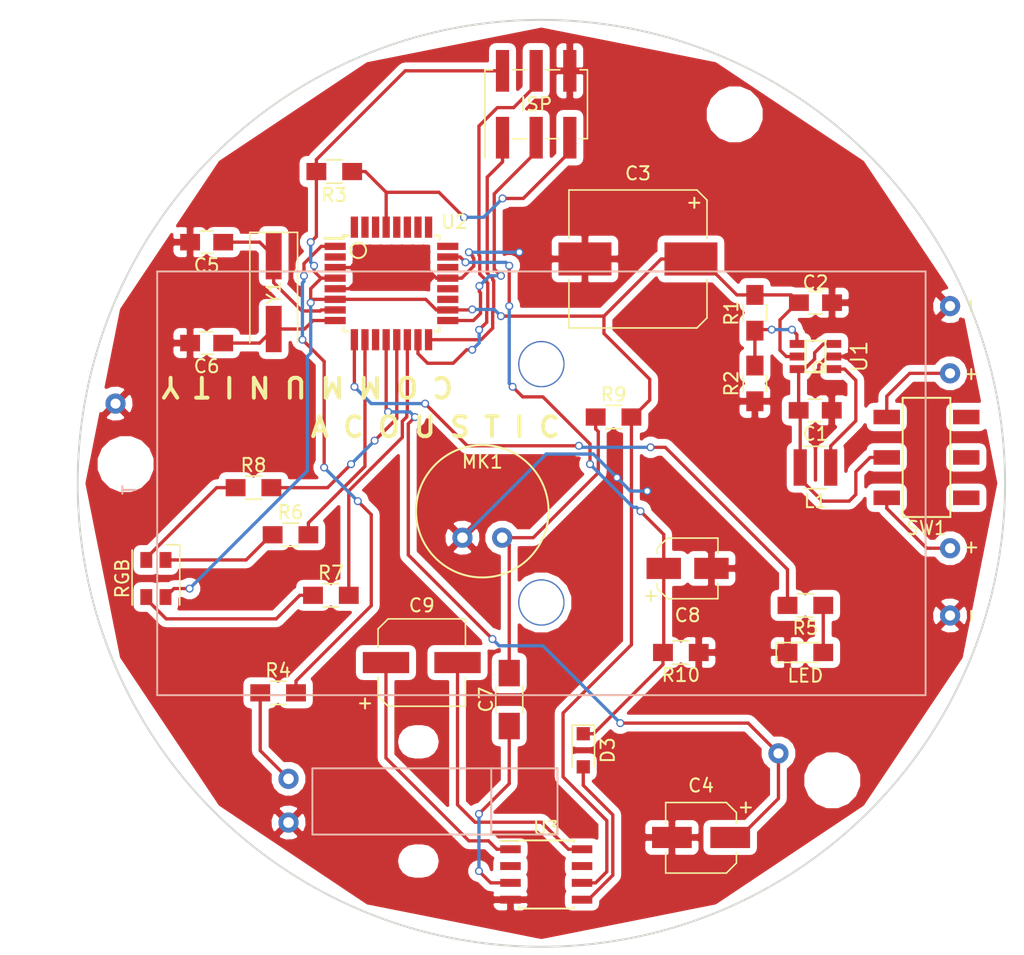
<source format=kicad_pcb>
(kicad_pcb (version 4) (host pcbnew 4.0.7)

  (general
    (links 70)
    (no_connects 0)
    (area 114.924999 64.924999 185.075001 135.075001)
    (thickness 1.6)
    (drawings 3)
    (tracks 358)
    (zones 0)
    (modules 38)
    (nets 46)
  )

  (page A4)
  (layers
    (0 F.Cu signal)
    (31 B.Cu signal)
    (32 B.Adhes user)
    (33 F.Adhes user)
    (34 B.Paste user)
    (35 F.Paste user)
    (36 B.SilkS user)
    (37 F.SilkS user)
    (38 B.Mask user)
    (39 F.Mask user)
    (40 Dwgs.User user)
    (41 Cmts.User user)
    (42 Eco1.User user)
    (43 Eco2.User user)
    (44 Edge.Cuts user)
    (45 Margin user)
    (46 B.CrtYd user)
    (47 F.CrtYd user)
    (48 B.Fab user)
    (49 F.Fab user)
  )

  (setup
    (last_trace_width 0.25)
    (trace_clearance 0.2)
    (zone_clearance 0.508)
    (zone_45_only no)
    (trace_min 0.2)
    (segment_width 0.2)
    (edge_width 0.15)
    (via_size 0.6)
    (via_drill 0.4)
    (via_min_size 0.4)
    (via_min_drill 0.3)
    (uvia_size 0.3)
    (uvia_drill 0.1)
    (uvias_allowed no)
    (uvia_min_size 0.2)
    (uvia_min_drill 0.1)
    (pcb_text_width 0.3)
    (pcb_text_size 1.5 1.5)
    (mod_edge_width 0.15)
    (mod_text_size 1 1)
    (mod_text_width 0.15)
    (pad_size 3.2 3.2)
    (pad_drill 3.2)
    (pad_to_mask_clearance 0.2)
    (aux_axis_origin 0 0)
    (visible_elements 7FFFEFFF)
    (pcbplotparams
      (layerselection 0x010f0_80000001)
      (usegerberextensions true)
      (excludeedgelayer true)
      (linewidth 0.100000)
      (plotframeref false)
      (viasonmask false)
      (mode 1)
      (useauxorigin false)
      (hpglpennumber 1)
      (hpglpenspeed 20)
      (hpglpendiameter 15)
      (hpglpenoverlay 2)
      (psnegative false)
      (psa4output false)
      (plotreference true)
      (plotvalue false)
      (plotinvisibletext false)
      (padsonsilk false)
      (subtractmaskfromsilk false)
      (outputformat 1)
      (mirror false)
      (drillshape 0)
      (scaleselection 1)
      (outputdirectory Gerber/))
  )

  (net 0 "")
  (net 1 +2V5)
  (net 2 GND)
  (net 3 "Net-(C1-Pad1)")
  (net 4 /5V)
  (net 5 "Net-(C4-Pad1)")
  (net 6 "Net-(C5-Pad1)")
  (net 7 "Net-(C6-Pad1)")
  (net 8 "Net-(C7-Pad1)")
  (net 9 "Net-(C8-Pad1)")
  (net 10 "Net-(D1-Pad2)")
  (net 11 "Net-(D2-Pad3)")
  (net 12 "Net-(D2-Pad4)")
  (net 13 "Net-(D2-Pad1)")
  (net 14 "Net-(D3-Pad2)")
  (net 15 "Net-(ISP1-Pad1)")
  (net 16 "Net-(ISP1-Pad3)")
  (net 17 "Net-(ISP1-Pad4)")
  (net 18 "Net-(ISP1-Pad5)")
  (net 19 "Net-(L1-Pad1)")
  (net 20 "Net-(M1-Pad1)")
  (net 21 "Net-(R1-Pad2)")
  (net 22 "Net-(R4-Pad2)")
  (net 23 "Net-(R5-Pad2)")
  (net 24 "Net-(R6-Pad2)")
  (net 25 "Net-(R7-Pad2)")
  (net 26 "Net-(R8-Pad2)")
  (net 27 "Net-(C7-Pad2)")
  (net 28 "Net-(C9-Pad1)")
  (net 29 "Net-(C9-Pad2)")
  (net 30 "Net-(U2-Pad2)")
  (net 31 "Net-(U2-Pad11)")
  (net 32 "Net-(U2-Pad19)")
  (net 33 "Net-(U2-Pad20)")
  (net 34 "Net-(U2-Pad22)")
  (net 35 "Net-(U2-Pad24)")
  (net 36 "Net-(U2-Pad25)")
  (net 37 "Net-(U2-Pad26)")
  (net 38 "Net-(U2-Pad27)")
  (net 39 "Net-(U2-Pad28)")
  (net 40 "Net-(U2-Pad30)")
  (net 41 "Net-(U2-Pad31)")
  (net 42 "Net-(U2-Pad32)")
  (net 43 "Net-(U3-Pad2)")
  (net 44 "Net-(U3-Pad7)")
  (net 45 VCC)

  (net_class Default "This is the default net class."
    (clearance 0.2)
    (trace_width 0.25)
    (via_dia 0.6)
    (via_drill 0.4)
    (uvia_dia 0.3)
    (uvia_drill 0.1)
    (add_net +2V5)
    (add_net /5V)
    (add_net GND)
    (add_net "Net-(C1-Pad1)")
    (add_net "Net-(C4-Pad1)")
    (add_net "Net-(C5-Pad1)")
    (add_net "Net-(C6-Pad1)")
    (add_net "Net-(C7-Pad1)")
    (add_net "Net-(C7-Pad2)")
    (add_net "Net-(C8-Pad1)")
    (add_net "Net-(C9-Pad1)")
    (add_net "Net-(C9-Pad2)")
    (add_net "Net-(D1-Pad2)")
    (add_net "Net-(D2-Pad1)")
    (add_net "Net-(D2-Pad3)")
    (add_net "Net-(D2-Pad4)")
    (add_net "Net-(D3-Pad2)")
    (add_net "Net-(ISP1-Pad1)")
    (add_net "Net-(ISP1-Pad3)")
    (add_net "Net-(ISP1-Pad4)")
    (add_net "Net-(ISP1-Pad5)")
    (add_net "Net-(L1-Pad1)")
    (add_net "Net-(M1-Pad1)")
    (add_net "Net-(R1-Pad2)")
    (add_net "Net-(R4-Pad2)")
    (add_net "Net-(R5-Pad2)")
    (add_net "Net-(R6-Pad2)")
    (add_net "Net-(R7-Pad2)")
    (add_net "Net-(R8-Pad2)")
    (add_net "Net-(U2-Pad11)")
    (add_net "Net-(U2-Pad19)")
    (add_net "Net-(U2-Pad2)")
    (add_net "Net-(U2-Pad20)")
    (add_net "Net-(U2-Pad22)")
    (add_net "Net-(U2-Pad24)")
    (add_net "Net-(U2-Pad25)")
    (add_net "Net-(U2-Pad26)")
    (add_net "Net-(U2-Pad27)")
    (add_net "Net-(U2-Pad28)")
    (add_net "Net-(U2-Pad30)")
    (add_net "Net-(U2-Pad31)")
    (add_net "Net-(U2-Pad32)")
    (add_net "Net-(U3-Pad2)")
    (add_net "Net-(U3-Pad7)")
    (add_net VCC)
  )

  (module custom:VibrationMotor17x5WithDrillHoles (layer B.Cu) (tedit 5A8AD0C6) (tstamp 5B053951)
    (at 134.216 124.024 90)
    (path /5A58B6B5)
    (fp_text reference M1 (at 0 11.1 90) (layer B.SilkS) hide
      (effects (font (size 1 1) (thickness 0.15)) (justify mirror))
    )
    (fp_text value VibrationMotor (at 1.5 5.3 360) (layer B.Fab)
      (effects (font (size 1 1) (thickness 0.15)) (justify mirror))
    )
    (fp_line (start -2.5 17) (end -2.5 12) (layer B.SilkS) (width 0.15))
    (fp_line (start 2.5 17) (end -2.5 17) (layer B.SilkS) (width 0.15))
    (fp_line (start 2.5 12) (end 2.5 17) (layer B.SilkS) (width 0.15))
    (fp_line (start -2.5 12) (end -2.5 -1.5) (layer B.SilkS) (width 0.15))
    (fp_line (start 2.5 12) (end -2.5 12) (layer B.SilkS) (width 0.15))
    (fp_line (start 2.5 -1.5) (end 2.5 12) (layer B.SilkS) (width 0.15))
    (fp_line (start -2.5 -1.5) (end 2.5 -1.5) (layer B.SilkS) (width 0.15))
    (pad 2 thru_hole circle (at -1.596 -3.302 90) (size 1.524 1.524) (drill 0.8) (layers *.Cu *.Mask)
      (net 2 GND))
    (pad 1 thru_hole circle (at 1.706 -3.302 90) (size 1.524 1.524) (drill 0.8) (layers *.Cu *.Mask)
      (net 20 "Net-(M1-Pad1)"))
    (pad "" np_thru_hole oval (at 4.5 6.5 90) (size 1.5 2) (drill oval 1.5 2) (layers *.Cu *.Mask))
    (pad "" np_thru_hole oval (at -4.5 6.5 90) (size 1.5 2) (drill oval 1.5 2) (layers *.Cu *.Mask))
  )

  (module custom:TQFP-32_7x7mm_Pitch0.8mm (layer F.Cu) (tedit 5B28B45F) (tstamp 5B0539CB)
    (at 138.684 84.906)
    (descr "32-Lead Plastic Thin Quad Flatpack (PT) - 7x7x1.0 mm Body, 2.00 mm [TQFP] (see Microchip Packaging Specification 00000049BS.pdf)")
    (tags "QFP 0.8")
    (path /5A55CCEA)
    (attr smd)
    (fp_text reference U2 (at 4.758 -4.642) (layer F.SilkS)
      (effects (font (size 1 1) (thickness 0.15)))
    )
    (fp_text value ATMEGA328P-AU (at 0 6.05) (layer F.Fab)
      (effects (font (size 1 1) (thickness 0.15)))
    )
    (fp_circle (center -2.5 -2.5) (end -2.075 -2.1) (layer F.SilkS) (width 0.15))
    (fp_text user %R (at 0 0) (layer F.Fab)
      (effects (font (size 1 1) (thickness 0.15)))
    )
    (fp_line (start -2.5 -3.5) (end 3.5 -3.5) (layer F.Fab) (width 0.15))
    (fp_line (start 3.5 -3.5) (end 3.5 3.5) (layer F.Fab) (width 0.15))
    (fp_line (start 3.5 3.5) (end -3.5 3.5) (layer F.Fab) (width 0.15))
    (fp_line (start -3.5 3.5) (end -3.5 -2.5) (layer F.Fab) (width 0.15))
    (fp_line (start -3.5 -2.5) (end -2.5 -3.5) (layer F.Fab) (width 0.15))
    (fp_line (start -5.3 -5.3) (end -5.3 5.3) (layer F.CrtYd) (width 0.05))
    (fp_line (start 5.3 -5.3) (end 5.3 5.3) (layer F.CrtYd) (width 0.05))
    (fp_line (start -5.3 -5.3) (end 5.3 -5.3) (layer F.CrtYd) (width 0.05))
    (fp_line (start -5.3 5.3) (end 5.3 5.3) (layer F.CrtYd) (width 0.05))
    (fp_line (start -3.625 -3.625) (end -3.625 -3.4) (layer F.SilkS) (width 0.2))
    (fp_line (start 3.625 -3.625) (end 3.625 -3.3) (layer F.SilkS) (width 0.15))
    (fp_line (start 3.625 3.625) (end 3.625 3.3) (layer F.SilkS) (width 0.15))
    (fp_line (start -3.625 3.625) (end -3.625 3.3) (layer F.SilkS) (width 0.15))
    (fp_line (start -3.625 -3.625) (end -3.3 -3.625) (layer F.SilkS) (width 0.2))
    (fp_line (start -3.625 3.625) (end -3.3 3.625) (layer F.SilkS) (width 0.15))
    (fp_line (start 3.625 3.625) (end 3.3 3.625) (layer F.SilkS) (width 0.15))
    (fp_line (start 3.625 -3.625) (end 3.3 -3.625) (layer F.SilkS) (width 0.15))
    (fp_line (start -3.625 -3.4) (end -5.05 -3.4) (layer F.SilkS) (width 0.2))
    (pad 1 smd rect (at -4.25 -2.8) (size 1.6 0.55) (layers F.Cu F.Paste F.Mask)
      (net 22 "Net-(R4-Pad2)"))
    (pad 2 smd rect (at -4.25 -2) (size 1.6 0.55) (layers F.Cu F.Paste F.Mask)
      (net 30 "Net-(U2-Pad2)"))
    (pad 3 smd rect (at -4.25 -1.2) (size 1.6 0.55) (layers F.Cu F.Paste F.Mask)
      (net 2 GND))
    (pad 4 smd rect (at -4.25 -0.4) (size 1.6 0.55) (layers F.Cu F.Paste F.Mask)
      (net 4 /5V))
    (pad 5 smd rect (at -4.25 0.4) (size 1.6 0.55) (layers F.Cu F.Paste F.Mask)
      (net 2 GND))
    (pad 6 smd rect (at -4.25 1.2) (size 1.6 0.55) (layers F.Cu F.Paste F.Mask)
      (net 4 /5V))
    (pad 7 smd rect (at -4.25 2) (size 1.6 0.55) (layers F.Cu F.Paste F.Mask)
      (net 6 "Net-(C5-Pad1)"))
    (pad 8 smd rect (at -4.25 2.8) (size 1.6 0.55) (layers F.Cu F.Paste F.Mask)
      (net 7 "Net-(C6-Pad1)"))
    (pad 9 smd rect (at -2.8 4.25 90) (size 1.6 0.55) (layers F.Cu F.Paste F.Mask)
      (net 23 "Net-(R5-Pad2)"))
    (pad 10 smd rect (at -2 4.25 90) (size 1.6 0.55) (layers F.Cu F.Paste F.Mask)
      (net 24 "Net-(R6-Pad2)"))
    (pad 11 smd rect (at -1.2 4.25 90) (size 1.6 0.55) (layers F.Cu F.Paste F.Mask)
      (net 31 "Net-(U2-Pad11)"))
    (pad 12 smd rect (at -0.4 4.25 90) (size 1.6 0.55) (layers F.Cu F.Paste F.Mask)
      (net 5 "Net-(C4-Pad1)"))
    (pad 13 smd rect (at 0.4 4.25 90) (size 1.6 0.55) (layers F.Cu F.Paste F.Mask)
      (net 26 "Net-(R8-Pad2)"))
    (pad 14 smd rect (at 1.2 4.25 90) (size 1.6 0.55) (layers F.Cu F.Paste F.Mask)
      (net 25 "Net-(R7-Pad2)"))
    (pad 15 smd rect (at 2 4.25 90) (size 1.6 0.55) (layers F.Cu F.Paste F.Mask)
      (net 17 "Net-(ISP1-Pad4)"))
    (pad 16 smd rect (at 2.8 4.25 90) (size 1.6 0.55) (layers F.Cu F.Paste F.Mask)
      (net 15 "Net-(ISP1-Pad1)"))
    (pad 17 smd rect (at 4.25 2.8) (size 1.6 0.55) (layers F.Cu F.Paste F.Mask)
      (net 16 "Net-(ISP1-Pad3)"))
    (pad 18 smd rect (at 4.25 2) (size 1.6 0.55) (layers F.Cu F.Paste F.Mask)
      (net 4 /5V))
    (pad 19 smd rect (at 4.25 1.2) (size 1.6 0.55) (layers F.Cu F.Paste F.Mask)
      (net 32 "Net-(U2-Pad19)"))
    (pad 20 smd rect (at 4.25 0.4) (size 1.6 0.55) (layers F.Cu F.Paste F.Mask)
      (net 33 "Net-(U2-Pad20)"))
    (pad 21 smd rect (at 4.25 -0.4) (size 1.6 0.55) (layers F.Cu F.Paste F.Mask)
      (net 2 GND))
    (pad 22 smd rect (at 4.25 -1.2) (size 1.6 0.55) (layers F.Cu F.Paste F.Mask)
      (net 34 "Net-(U2-Pad22)"))
    (pad 23 smd rect (at 4.25 -2) (size 1.6 0.55) (layers F.Cu F.Paste F.Mask)
      (net 9 "Net-(C8-Pad1)"))
    (pad 24 smd rect (at 4.25 -2.8) (size 1.6 0.55) (layers F.Cu F.Paste F.Mask)
      (net 35 "Net-(U2-Pad24)"))
    (pad 25 smd rect (at 2.8 -4.25 90) (size 1.6 0.55) (layers F.Cu F.Paste F.Mask)
      (net 36 "Net-(U2-Pad25)"))
    (pad 26 smd rect (at 2 -4.25 90) (size 1.6 0.55) (layers F.Cu F.Paste F.Mask)
      (net 37 "Net-(U2-Pad26)"))
    (pad 27 smd rect (at 1.2 -4.25 90) (size 1.6 0.55) (layers F.Cu F.Paste F.Mask)
      (net 38 "Net-(U2-Pad27)"))
    (pad 28 smd rect (at 0.4 -4.25 90) (size 1.6 0.55) (layers F.Cu F.Paste F.Mask)
      (net 39 "Net-(U2-Pad28)"))
    (pad 29 smd rect (at -0.4 -4.25 90) (size 1.6 0.55) (layers F.Cu F.Paste F.Mask)
      (net 18 "Net-(ISP1-Pad5)"))
    (pad 30 smd rect (at -1.2 -4.25 90) (size 1.6 0.55) (layers F.Cu F.Paste F.Mask)
      (net 40 "Net-(U2-Pad30)"))
    (pad 31 smd rect (at -2 -4.25 90) (size 1.6 0.55) (layers F.Cu F.Paste F.Mask)
      (net 41 "Net-(U2-Pad31)"))
    (pad 32 smd rect (at -2.8 -4.25 90) (size 1.6 0.55) (layers F.Cu F.Paste F.Mask)
      (net 42 "Net-(U2-Pad32)"))
    (model ${KISYS3DMOD}/Housings_QFP.3dshapes/TQFP-32_7x7mm_Pitch0.8mm.wrl
      (at (xyz 0 0 0))
      (scale (xyz 1 1 1))
      (rotate (xyz 0 0 0))
    )
  )

  (module Capacitors_SMD:C_0805_HandSoldering (layer F.Cu) (tedit 58AA84A8) (tstamp 5B0538F5)
    (at 170.668 94.488)
    (descr "Capacitor SMD 0805, hand soldering")
    (tags "capacitor 0805")
    (path /5B00B931)
    (attr smd)
    (fp_text reference C1 (at 0.02 1.778) (layer F.SilkS)
      (effects (font (size 1 1) (thickness 0.15)))
    )
    (fp_text value 4.7uF (at 2.814 0 90) (layer F.Fab)
      (effects (font (size 1 1) (thickness 0.15)))
    )
    (fp_text user %R (at 0 -1.75) (layer F.Fab)
      (effects (font (size 1 1) (thickness 0.15)))
    )
    (fp_line (start -1 0.62) (end -1 -0.62) (layer F.Fab) (width 0.1))
    (fp_line (start 1 0.62) (end -1 0.62) (layer F.Fab) (width 0.1))
    (fp_line (start 1 -0.62) (end 1 0.62) (layer F.Fab) (width 0.1))
    (fp_line (start -1 -0.62) (end 1 -0.62) (layer F.Fab) (width 0.1))
    (fp_line (start 0.5 -0.85) (end -0.5 -0.85) (layer F.SilkS) (width 0.12))
    (fp_line (start -0.5 0.85) (end 0.5 0.85) (layer F.SilkS) (width 0.12))
    (fp_line (start -2.25 -0.88) (end 2.25 -0.88) (layer F.CrtYd) (width 0.05))
    (fp_line (start -2.25 -0.88) (end -2.25 0.87) (layer F.CrtYd) (width 0.05))
    (fp_line (start 2.25 0.87) (end 2.25 -0.88) (layer F.CrtYd) (width 0.05))
    (fp_line (start 2.25 0.87) (end -2.25 0.87) (layer F.CrtYd) (width 0.05))
    (pad 1 smd rect (at -1.25 0) (size 1.5 1.25) (layers F.Cu F.Paste F.Mask)
      (net 3 "Net-(C1-Pad1)"))
    (pad 2 smd rect (at 1.25 0) (size 1.5 1.25) (layers F.Cu F.Paste F.Mask)
      (net 2 GND))
    (model Capacitors_SMD.3dshapes/C_0805.wrl
      (at (xyz 0 0 0))
      (scale (xyz 1 1 1))
      (rotate (xyz 0 0 0))
    )
  )

  (module Capacitors_SMD:C_0805_HandSoldering (layer F.Cu) (tedit 58AA84A8) (tstamp 5B0538FB)
    (at 170.688 86.36)
    (descr "Capacitor SMD 0805, hand soldering")
    (tags "capacitor 0805")
    (path /5B00BCE0)
    (attr smd)
    (fp_text reference C2 (at 0 -1.524) (layer F.SilkS)
      (effects (font (size 1 1) (thickness 0.15)))
    )
    (fp_text value 10uF (at 0 1.75) (layer F.Fab)
      (effects (font (size 1 1) (thickness 0.15)))
    )
    (fp_text user %R (at 0 -1.75) (layer F.Fab)
      (effects (font (size 1 1) (thickness 0.15)))
    )
    (fp_line (start -1 0.62) (end -1 -0.62) (layer F.Fab) (width 0.1))
    (fp_line (start 1 0.62) (end -1 0.62) (layer F.Fab) (width 0.1))
    (fp_line (start 1 -0.62) (end 1 0.62) (layer F.Fab) (width 0.1))
    (fp_line (start -1 -0.62) (end 1 -0.62) (layer F.Fab) (width 0.1))
    (fp_line (start 0.5 -0.85) (end -0.5 -0.85) (layer F.SilkS) (width 0.12))
    (fp_line (start -0.5 0.85) (end 0.5 0.85) (layer F.SilkS) (width 0.12))
    (fp_line (start -2.25 -0.88) (end 2.25 -0.88) (layer F.CrtYd) (width 0.05))
    (fp_line (start -2.25 -0.88) (end -2.25 0.87) (layer F.CrtYd) (width 0.05))
    (fp_line (start 2.25 0.87) (end 2.25 -0.88) (layer F.CrtYd) (width 0.05))
    (fp_line (start 2.25 0.87) (end -2.25 0.87) (layer F.CrtYd) (width 0.05))
    (pad 1 smd rect (at -1.25 0) (size 1.5 1.25) (layers F.Cu F.Paste F.Mask)
      (net 4 /5V))
    (pad 2 smd rect (at 1.25 0) (size 1.5 1.25) (layers F.Cu F.Paste F.Mask)
      (net 2 GND))
    (model Capacitors_SMD.3dshapes/C_0805.wrl
      (at (xyz 0 0 0))
      (scale (xyz 1 1 1))
      (rotate (xyz 0 0 0))
    )
  )

  (module Capacitors_SMD:CP_Elec_5x5.3 (layer F.Cu) (tedit 58AA8A8F) (tstamp 5B053901)
    (at 162.052 126.746 180)
    (descr "SMT capacitor, aluminium electrolytic, 5x5.3")
    (path /5B052897)
    (attr smd)
    (fp_text reference C4 (at 0 3.92 180) (layer F.SilkS)
      (effects (font (size 1 1) (thickness 0.15)))
    )
    (fp_text value 4.7uF (at 0 -3.92 180) (layer F.Fab)
      (effects (font (size 1 1) (thickness 0.15)))
    )
    (fp_circle (center 0 0) (end 0.3 2.4) (layer F.Fab) (width 0.1))
    (fp_text user + (at -1.37 -0.08 180) (layer F.Fab)
      (effects (font (size 1 1) (thickness 0.15)))
    )
    (fp_text user + (at -3.38 2.34 180) (layer F.SilkS)
      (effects (font (size 1 1) (thickness 0.15)))
    )
    (fp_text user %R (at 0 3.92 180) (layer F.Fab)
      (effects (font (size 1 1) (thickness 0.15)))
    )
    (fp_line (start 2.51 2.49) (end 2.51 -2.54) (layer F.Fab) (width 0.1))
    (fp_line (start -1.84 2.49) (end 2.51 2.49) (layer F.Fab) (width 0.1))
    (fp_line (start -2.51 1.82) (end -1.84 2.49) (layer F.Fab) (width 0.1))
    (fp_line (start -2.51 -1.87) (end -2.51 1.82) (layer F.Fab) (width 0.1))
    (fp_line (start -1.84 -2.54) (end -2.51 -1.87) (layer F.Fab) (width 0.1))
    (fp_line (start 2.51 -2.54) (end -1.84 -2.54) (layer F.Fab) (width 0.1))
    (fp_line (start 2.67 -2.69) (end 2.67 -1.14) (layer F.SilkS) (width 0.12))
    (fp_line (start 2.67 2.64) (end 2.67 1.09) (layer F.SilkS) (width 0.12))
    (fp_line (start -2.67 1.88) (end -2.67 1.09) (layer F.SilkS) (width 0.12))
    (fp_line (start -2.67 -1.93) (end -2.67 -1.14) (layer F.SilkS) (width 0.12))
    (fp_line (start 2.67 -2.69) (end -1.91 -2.69) (layer F.SilkS) (width 0.12))
    (fp_line (start -1.91 -2.69) (end -2.67 -1.93) (layer F.SilkS) (width 0.12))
    (fp_line (start -2.67 1.88) (end -1.91 2.64) (layer F.SilkS) (width 0.12))
    (fp_line (start -1.91 2.64) (end 2.67 2.64) (layer F.SilkS) (width 0.12))
    (fp_line (start -3.95 -2.79) (end 3.95 -2.79) (layer F.CrtYd) (width 0.05))
    (fp_line (start -3.95 -2.79) (end -3.95 2.74) (layer F.CrtYd) (width 0.05))
    (fp_line (start 3.95 2.74) (end 3.95 -2.79) (layer F.CrtYd) (width 0.05))
    (fp_line (start 3.95 2.74) (end -3.95 2.74) (layer F.CrtYd) (width 0.05))
    (pad 1 smd rect (at -2.2 0) (size 3 1.6) (layers F.Cu F.Paste F.Mask)
      (net 5 "Net-(C4-Pad1)"))
    (pad 2 smd rect (at 2.2 0) (size 3 1.6) (layers F.Cu F.Paste F.Mask)
      (net 2 GND))
    (model Capacitors_SMD.3dshapes/CP_Elec_5x5.3.wrl
      (at (xyz 0 0 0))
      (scale (xyz 1 1 1))
      (rotate (xyz 0 0 180))
    )
  )

  (module Capacitors_SMD:C_0805_HandSoldering (layer F.Cu) (tedit 58AA84A8) (tstamp 5B053907)
    (at 124.734 81.788 180)
    (descr "Capacitor SMD 0805, hand soldering")
    (tags "capacitor 0805")
    (path /5A5904B4)
    (attr smd)
    (fp_text reference C5 (at 0 -1.75 180) (layer F.SilkS)
      (effects (font (size 1 1) (thickness 0.15)))
    )
    (fp_text value 22pF (at 0 1.75 180) (layer F.Fab)
      (effects (font (size 1 1) (thickness 0.15)))
    )
    (fp_text user %R (at 0 -1.75 180) (layer F.Fab)
      (effects (font (size 1 1) (thickness 0.15)))
    )
    (fp_line (start -1 0.62) (end -1 -0.62) (layer F.Fab) (width 0.1))
    (fp_line (start 1 0.62) (end -1 0.62) (layer F.Fab) (width 0.1))
    (fp_line (start 1 -0.62) (end 1 0.62) (layer F.Fab) (width 0.1))
    (fp_line (start -1 -0.62) (end 1 -0.62) (layer F.Fab) (width 0.1))
    (fp_line (start 0.5 -0.85) (end -0.5 -0.85) (layer F.SilkS) (width 0.12))
    (fp_line (start -0.5 0.85) (end 0.5 0.85) (layer F.SilkS) (width 0.12))
    (fp_line (start -2.25 -0.88) (end 2.25 -0.88) (layer F.CrtYd) (width 0.05))
    (fp_line (start -2.25 -0.88) (end -2.25 0.87) (layer F.CrtYd) (width 0.05))
    (fp_line (start 2.25 0.87) (end 2.25 -0.88) (layer F.CrtYd) (width 0.05))
    (fp_line (start 2.25 0.87) (end -2.25 0.87) (layer F.CrtYd) (width 0.05))
    (pad 1 smd rect (at -1.25 0 180) (size 1.5 1.25) (layers F.Cu F.Paste F.Mask)
      (net 6 "Net-(C5-Pad1)"))
    (pad 2 smd rect (at 1.25 0 180) (size 1.5 1.25) (layers F.Cu F.Paste F.Mask)
      (net 2 GND))
    (model Capacitors_SMD.3dshapes/C_0805.wrl
      (at (xyz 0 0 0))
      (scale (xyz 1 1 1))
      (rotate (xyz 0 0 0))
    )
  )

  (module Capacitors_SMD:C_0805_HandSoldering (layer F.Cu) (tedit 58AA84A8) (tstamp 5B05390D)
    (at 124.734 89.408 180)
    (descr "Capacitor SMD 0805, hand soldering")
    (tags "capacitor 0805")
    (path /5A590531)
    (attr smd)
    (fp_text reference C6 (at 0 -1.75 180) (layer F.SilkS)
      (effects (font (size 1 1) (thickness 0.15)))
    )
    (fp_text value 22pF (at 0 1.75 180) (layer F.Fab)
      (effects (font (size 1 1) (thickness 0.15)))
    )
    (fp_text user %R (at 0 -1.75 180) (layer F.Fab)
      (effects (font (size 1 1) (thickness 0.15)))
    )
    (fp_line (start -1 0.62) (end -1 -0.62) (layer F.Fab) (width 0.1))
    (fp_line (start 1 0.62) (end -1 0.62) (layer F.Fab) (width 0.1))
    (fp_line (start 1 -0.62) (end 1 0.62) (layer F.Fab) (width 0.1))
    (fp_line (start -1 -0.62) (end 1 -0.62) (layer F.Fab) (width 0.1))
    (fp_line (start 0.5 -0.85) (end -0.5 -0.85) (layer F.SilkS) (width 0.12))
    (fp_line (start -0.5 0.85) (end 0.5 0.85) (layer F.SilkS) (width 0.12))
    (fp_line (start -2.25 -0.88) (end 2.25 -0.88) (layer F.CrtYd) (width 0.05))
    (fp_line (start -2.25 -0.88) (end -2.25 0.87) (layer F.CrtYd) (width 0.05))
    (fp_line (start 2.25 0.87) (end 2.25 -0.88) (layer F.CrtYd) (width 0.05))
    (fp_line (start 2.25 0.87) (end -2.25 0.87) (layer F.CrtYd) (width 0.05))
    (pad 1 smd rect (at -1.25 0 180) (size 1.5 1.25) (layers F.Cu F.Paste F.Mask)
      (net 7 "Net-(C6-Pad1)"))
    (pad 2 smd rect (at 1.25 0 180) (size 1.5 1.25) (layers F.Cu F.Paste F.Mask)
      (net 2 GND))
    (model Capacitors_SMD.3dshapes/C_0805.wrl
      (at (xyz 0 0 0))
      (scale (xyz 1 1 1))
      (rotate (xyz 0 0 0))
    )
  )

  (module Capacitors_SMD:C_1206_HandSoldering (layer F.Cu) (tedit 58AA84D1) (tstamp 5B053913)
    (at 147.574 116.332 90)
    (descr "Capacitor SMD 1206, hand soldering")
    (tags "capacitor 1206")
    (path /5A55E93A)
    (attr smd)
    (fp_text reference C7 (at 0 -1.75 90) (layer F.SilkS)
      (effects (font (size 1 1) (thickness 0.15)))
    )
    (fp_text value 0.1uF (at 0 2 90) (layer F.Fab)
      (effects (font (size 1 1) (thickness 0.15)))
    )
    (fp_text user %R (at 0 -1.75 90) (layer F.Fab)
      (effects (font (size 1 1) (thickness 0.15)))
    )
    (fp_line (start -1.6 0.8) (end -1.6 -0.8) (layer F.Fab) (width 0.1))
    (fp_line (start 1.6 0.8) (end -1.6 0.8) (layer F.Fab) (width 0.1))
    (fp_line (start 1.6 -0.8) (end 1.6 0.8) (layer F.Fab) (width 0.1))
    (fp_line (start -1.6 -0.8) (end 1.6 -0.8) (layer F.Fab) (width 0.1))
    (fp_line (start 1 -1.02) (end -1 -1.02) (layer F.SilkS) (width 0.12))
    (fp_line (start -1 1.02) (end 1 1.02) (layer F.SilkS) (width 0.12))
    (fp_line (start -3.25 -1.05) (end 3.25 -1.05) (layer F.CrtYd) (width 0.05))
    (fp_line (start -3.25 -1.05) (end -3.25 1.05) (layer F.CrtYd) (width 0.05))
    (fp_line (start 3.25 1.05) (end 3.25 -1.05) (layer F.CrtYd) (width 0.05))
    (fp_line (start 3.25 1.05) (end -3.25 1.05) (layer F.CrtYd) (width 0.05))
    (pad 1 smd rect (at -2 0 90) (size 2 1.6) (layers F.Cu F.Paste F.Mask)
      (net 8 "Net-(C7-Pad1)"))
    (pad 2 smd rect (at 2 0 90) (size 2 1.6) (layers F.Cu F.Paste F.Mask)
      (net 27 "Net-(C7-Pad2)"))
    (model Capacitors_SMD.3dshapes/C_1206.wrl
      (at (xyz 0 0 0))
      (scale (xyz 1 1 1))
      (rotate (xyz 0 0 0))
    )
  )

  (module Capacitors_SMD:CP_Elec_4x5.3 (layer F.Cu) (tedit 58AA85FB) (tstamp 5B053919)
    (at 161.036 106.426)
    (descr "SMT capacitor, aluminium electrolytic, 4x5.3")
    (path /5A59B569)
    (attr smd)
    (fp_text reference C8 (at 0 3.54) (layer F.SilkS)
      (effects (font (size 1 1) (thickness 0.15)))
    )
    (fp_text value 1uF (at 0 -3.54) (layer F.Fab)
      (effects (font (size 1 1) (thickness 0.15)))
    )
    (fp_circle (center 0 0) (end 0 2.1) (layer F.Fab) (width 0.1))
    (fp_text user + (at -1.21 -0.08) (layer F.Fab)
      (effects (font (size 1 1) (thickness 0.15)))
    )
    (fp_text user + (at -2.77 2.01) (layer F.SilkS)
      (effects (font (size 1 1) (thickness 0.15)))
    )
    (fp_text user %R (at 0 3.54) (layer F.Fab)
      (effects (font (size 1 1) (thickness 0.15)))
    )
    (fp_line (start 2.13 2.13) (end 2.13 -2.13) (layer F.Fab) (width 0.1))
    (fp_line (start -1.46 2.13) (end 2.13 2.13) (layer F.Fab) (width 0.1))
    (fp_line (start -2.13 1.46) (end -1.46 2.13) (layer F.Fab) (width 0.1))
    (fp_line (start -2.13 -1.46) (end -2.13 1.46) (layer F.Fab) (width 0.1))
    (fp_line (start -1.46 -2.13) (end -2.13 -1.46) (layer F.Fab) (width 0.1))
    (fp_line (start 2.13 -2.13) (end -1.46 -2.13) (layer F.Fab) (width 0.1))
    (fp_line (start -2.29 -1.52) (end -2.29 -1.12) (layer F.SilkS) (width 0.12))
    (fp_line (start 2.29 -2.29) (end 2.29 -1.12) (layer F.SilkS) (width 0.12))
    (fp_line (start 2.29 2.29) (end 2.29 1.12) (layer F.SilkS) (width 0.12))
    (fp_line (start -2.29 1.52) (end -2.29 1.12) (layer F.SilkS) (width 0.12))
    (fp_line (start -1.52 2.29) (end 2.29 2.29) (layer F.SilkS) (width 0.12))
    (fp_line (start -1.52 2.29) (end -2.29 1.52) (layer F.SilkS) (width 0.12))
    (fp_line (start -1.52 -2.29) (end 2.29 -2.29) (layer F.SilkS) (width 0.12))
    (fp_line (start -1.52 -2.29) (end -2.29 -1.52) (layer F.SilkS) (width 0.12))
    (fp_line (start -3.35 -2.39) (end 3.35 -2.39) (layer F.CrtYd) (width 0.05))
    (fp_line (start -3.35 -2.39) (end -3.35 2.38) (layer F.CrtYd) (width 0.05))
    (fp_line (start 3.35 2.38) (end 3.35 -2.39) (layer F.CrtYd) (width 0.05))
    (fp_line (start 3.35 2.38) (end -3.35 2.38) (layer F.CrtYd) (width 0.05))
    (pad 1 smd rect (at -1.8 0 180) (size 2.6 1.6) (layers F.Cu F.Paste F.Mask)
      (net 9 "Net-(C8-Pad1)"))
    (pad 2 smd rect (at 1.8 0 180) (size 2.6 1.6) (layers F.Cu F.Paste F.Mask)
      (net 2 GND))
    (model Capacitors_SMD.3dshapes/CP_Elec_4x5.3.wrl
      (at (xyz 0 0 0))
      (scale (xyz 1 1 1))
      (rotate (xyz 0 0 180))
    )
  )

  (module Capacitors_SMD:CP_Elec_6.3x5.8 (layer F.Cu) (tedit 58AA8B59) (tstamp 5B05391F)
    (at 140.97 113.538)
    (descr "SMT capacitor, aluminium electrolytic, 6.3x5.8")
    (path /5A594696)
    (attr smd)
    (fp_text reference C9 (at 0 -4.318) (layer F.SilkS)
      (effects (font (size 1 1) (thickness 0.15)))
    )
    (fp_text value 22uF (at 0 -4.56) (layer F.Fab)
      (effects (font (size 1 1) (thickness 0.15)))
    )
    (fp_circle (center 0 0) (end 0.5 3) (layer F.Fab) (width 0.1))
    (fp_text user + (at -1.75 -0.08) (layer F.Fab)
      (effects (font (size 1 1) (thickness 0.15)))
    )
    (fp_text user + (at -4.28 3.01) (layer F.SilkS)
      (effects (font (size 1 1) (thickness 0.15)))
    )
    (fp_text user %R (at 0 4.56) (layer F.Fab)
      (effects (font (size 1 1) (thickness 0.15)))
    )
    (fp_line (start 3.15 3.15) (end 3.15 -3.15) (layer F.Fab) (width 0.1))
    (fp_line (start -2.48 3.15) (end 3.15 3.15) (layer F.Fab) (width 0.1))
    (fp_line (start -3.15 2.48) (end -2.48 3.15) (layer F.Fab) (width 0.1))
    (fp_line (start -3.15 -2.48) (end -3.15 2.48) (layer F.Fab) (width 0.1))
    (fp_line (start -2.48 -3.15) (end -3.15 -2.48) (layer F.Fab) (width 0.1))
    (fp_line (start 3.15 -3.15) (end -2.48 -3.15) (layer F.Fab) (width 0.1))
    (fp_line (start 3.3 3.3) (end 3.3 1.12) (layer F.SilkS) (width 0.12))
    (fp_line (start 3.3 -3.3) (end 3.3 -1.12) (layer F.SilkS) (width 0.12))
    (fp_line (start -3.3 2.54) (end -3.3 1.12) (layer F.SilkS) (width 0.12))
    (fp_line (start -3.3 -2.54) (end -3.3 -1.12) (layer F.SilkS) (width 0.12))
    (fp_line (start 3.3 3.3) (end -2.54 3.3) (layer F.SilkS) (width 0.12))
    (fp_line (start -2.54 3.3) (end -3.3 2.54) (layer F.SilkS) (width 0.12))
    (fp_line (start -3.3 -2.54) (end -2.54 -3.3) (layer F.SilkS) (width 0.12))
    (fp_line (start -2.54 -3.3) (end 3.3 -3.3) (layer F.SilkS) (width 0.12))
    (fp_line (start -4.7 -3.4) (end 4.7 -3.4) (layer F.CrtYd) (width 0.05))
    (fp_line (start -4.7 -3.4) (end -4.7 3.4) (layer F.CrtYd) (width 0.05))
    (fp_line (start 4.7 3.4) (end 4.7 -3.4) (layer F.CrtYd) (width 0.05))
    (fp_line (start 4.7 3.4) (end -4.7 3.4) (layer F.CrtYd) (width 0.05))
    (pad 1 smd rect (at -2.7 0 180) (size 3.5 1.6) (layers F.Cu F.Paste F.Mask)
      (net 28 "Net-(C9-Pad1)"))
    (pad 2 smd rect (at 2.7 0 180) (size 3.5 1.6) (layers F.Cu F.Paste F.Mask)
      (net 29 "Net-(C9-Pad2)"))
    (model Capacitors_SMD.3dshapes/CP_Elec_6.3x5.8.wrl
      (at (xyz 0 0 0))
      (scale (xyz 1 1 1))
      (rotate (xyz 0 0 180))
    )
  )

  (module LEDs:LED_0805_HandSoldering (layer F.Cu) (tedit 5B055F2F) (tstamp 5B053925)
    (at 169.926 112.776)
    (descr "Resistor SMD 0805, hand soldering")
    (tags "resistor 0805")
    (path /5A588D7A)
    (attr smd)
    (fp_text reference D1 (at 0 -1.7) (layer F.Fab)
      (effects (font (size 1 1) (thickness 0.15)))
    )
    (fp_text value LED (at 0 1.75) (layer F.SilkS)
      (effects (font (size 1 1) (thickness 0.15)))
    )
    (fp_line (start -0.4 -0.4) (end -0.4 0.4) (layer F.Fab) (width 0.1))
    (fp_line (start -0.4 0) (end 0.2 -0.4) (layer F.Fab) (width 0.1))
    (fp_line (start 0.2 0.4) (end -0.4 0) (layer F.Fab) (width 0.1))
    (fp_line (start 0.2 -0.4) (end 0.2 0.4) (layer F.Fab) (width 0.1))
    (fp_line (start -1 0.62) (end -1 -0.62) (layer F.Fab) (width 0.1))
    (fp_line (start 1 0.62) (end -1 0.62) (layer F.Fab) (width 0.1))
    (fp_line (start 1 -0.62) (end 1 0.62) (layer F.Fab) (width 0.1))
    (fp_line (start -1 -0.62) (end 1 -0.62) (layer F.Fab) (width 0.1))
    (fp_line (start 1 0.75) (end -2.2 0.75) (layer F.SilkS) (width 0.12))
    (fp_line (start -2.2 -0.75) (end 1 -0.75) (layer F.SilkS) (width 0.12))
    (fp_line (start -2.35 -0.9) (end 2.35 -0.9) (layer F.CrtYd) (width 0.05))
    (fp_line (start -2.35 -0.9) (end -2.35 0.9) (layer F.CrtYd) (width 0.05))
    (fp_line (start 2.35 0.9) (end 2.35 -0.9) (layer F.CrtYd) (width 0.05))
    (fp_line (start 2.35 0.9) (end -2.35 0.9) (layer F.CrtYd) (width 0.05))
    (fp_line (start -2.2 -0.75) (end -2.2 0.75) (layer F.SilkS) (width 0.12))
    (pad 1 smd rect (at -1.35 0) (size 1.5 1.3) (layers F.Cu F.Paste F.Mask)
      (net 2 GND))
    (pad 2 smd rect (at 1.35 0) (size 1.5 1.3) (layers F.Cu F.Paste F.Mask)
      (net 10 "Net-(D1-Pad2)"))
    (model ${KISYS3DMOD}/LEDs.3dshapes/LED_0805.wrl
      (at (xyz 0 0 0))
      (scale (xyz 1 1 1))
      (rotate (xyz 0 0 0))
    )
  )

  (module Inductors_SMD:L_Abracon_ASPI-3012S (layer F.Cu) (tedit 5990349C) (tstamp 5B053943)
    (at 170.688 98.806 180)
    (descr "smd shielded power inductor http://www.abracon.com/Magnetics/power/ASPI-3012S.pdf")
    (tags "inductor abracon smd shielded")
    (path /5B00BA8C)
    (attr smd)
    (fp_text reference L1 (at 0 -2.54 180) (layer F.SilkS)
      (effects (font (size 1 1) (thickness 0.15)))
    )
    (fp_text value L (at 0 -2.7 180) (layer F.Fab)
      (effects (font (size 1 1) (thickness 0.15)))
    )
    (fp_text user %R (at 0 0 180) (layer F.Fab)
      (effects (font (size 0.7 0.7) (thickness 0.105)))
    )
    (fp_line (start 2 1.8) (end 2 -1.8) (layer F.CrtYd) (width 0.05))
    (fp_line (start -2 1.8) (end 2 1.8) (layer F.CrtYd) (width 0.05))
    (fp_line (start -2 -1.8) (end -2 1.8) (layer F.CrtYd) (width 0.05))
    (fp_line (start 2 -1.8) (end -2 -1.8) (layer F.CrtYd) (width 0.05))
    (fp_line (start -1 1.3) (end -0.8 1.5) (layer F.Fab) (width 0.1))
    (fp_line (start -1.5 1.3) (end -1 1.3) (layer F.Fab) (width 0.1))
    (fp_line (start -1.5 -1.3) (end -1.5 1.3) (layer F.Fab) (width 0.1))
    (fp_line (start -1 -1.3) (end -1.5 -1.3) (layer F.Fab) (width 0.1))
    (fp_line (start -0.8 -1.5) (end -1 -1.3) (layer F.Fab) (width 0.1))
    (fp_line (start 0.8 -1.5) (end -0.8 -1.5) (layer F.Fab) (width 0.1))
    (fp_line (start 1 -1.3) (end 0.8 -1.5) (layer F.Fab) (width 0.1))
    (fp_line (start 1.5 -1.3) (end 1 -1.3) (layer F.Fab) (width 0.1))
    (fp_line (start 1.5 1.3) (end 1.5 -1.3) (layer F.Fab) (width 0.1))
    (fp_line (start 1 1.3) (end 1.5 1.3) (layer F.Fab) (width 0.1))
    (fp_line (start 0.8 1.5) (end 1 1.3) (layer F.Fab) (width 0.1))
    (fp_line (start -0.8 1.5) (end 0.8 1.5) (layer F.Fab) (width 0.1))
    (fp_line (start -0.8 1.6) (end 0.8 1.6) (layer F.SilkS) (width 0.12))
    (fp_line (start -0.8 -1.6) (end 0.8 -1.6) (layer F.SilkS) (width 0.12))
    (pad 1 smd rect (at -1.15 0 180) (size 1 2.75) (layers F.Cu F.Paste F.Mask)
      (net 19 "Net-(L1-Pad1)"))
    (pad 2 smd rect (at 1.15 0 180) (size 1 2.75) (layers F.Cu F.Paste F.Mask)
      (net 3 "Net-(C1-Pad1)"))
    (model ${KISYS3DMOD}/Inductors_SMD.3dshapes/L_Abracon_ASPI-3012S.wrl
      (at (xyz 0 0 0))
      (scale (xyz 1 1 1))
      (rotate (xyz 0 0 0))
    )
  )

  (module custom:SpeakerDigisoundSAL5050MC (layer F.Cu) (tedit 5B055FEC) (tstamp 5B053949)
    (at 150 100)
    (path /5A561634)
    (fp_text reference LS1 (at 0 -15) (layer F.Fab)
      (effects (font (size 1 1) (thickness 0.15)))
    )
    (fp_text value Speaker (at 0 -18.5) (layer F.Fab)
      (effects (font (size 1 1) (thickness 0.15)))
    )
    (fp_circle (center 0 0) (end 25 0) (layer Dwgs.User) (width 0.15))
    (fp_circle (center 0 0) (end 10 0) (layer Dwgs.User) (width 0.15))
    (pad 1 thru_hole circle (at 17.894 20.396) (size 1.524 1.524) (drill 0.762) (layers *.Cu *.Mask)
      (net 5 "Net-(C4-Pad1)"))
    (pad 2 thru_hole circle (at -32.144 -6.02) (size 1.524 1.524) (drill 0.762) (layers *.Cu *.Mask)
      (net 2 GND))
  )

  (module Resistors_SMD:R_0805_HandSoldering (layer F.Cu) (tedit 58E0A804) (tstamp 5B05395D)
    (at 166.116 87.122 270)
    (descr "Resistor SMD 0805, hand soldering")
    (tags "resistor 0805")
    (path /5B00B6B8)
    (attr smd)
    (fp_text reference R1 (at 0 1.778 270) (layer F.SilkS)
      (effects (font (size 1 1) (thickness 0.15)))
    )
    (fp_text value 68K (at 0 1.75 270) (layer F.Fab)
      (effects (font (size 1 1) (thickness 0.15)))
    )
    (fp_text user %R (at 0 0 270) (layer F.Fab)
      (effects (font (size 0.5 0.5) (thickness 0.075)))
    )
    (fp_line (start -1 0.62) (end -1 -0.62) (layer F.Fab) (width 0.1))
    (fp_line (start 1 0.62) (end -1 0.62) (layer F.Fab) (width 0.1))
    (fp_line (start 1 -0.62) (end 1 0.62) (layer F.Fab) (width 0.1))
    (fp_line (start -1 -0.62) (end 1 -0.62) (layer F.Fab) (width 0.1))
    (fp_line (start 0.6 0.88) (end -0.6 0.88) (layer F.SilkS) (width 0.12))
    (fp_line (start -0.6 -0.88) (end 0.6 -0.88) (layer F.SilkS) (width 0.12))
    (fp_line (start -2.35 -0.9) (end 2.35 -0.9) (layer F.CrtYd) (width 0.05))
    (fp_line (start -2.35 -0.9) (end -2.35 0.9) (layer F.CrtYd) (width 0.05))
    (fp_line (start 2.35 0.9) (end 2.35 -0.9) (layer F.CrtYd) (width 0.05))
    (fp_line (start 2.35 0.9) (end -2.35 0.9) (layer F.CrtYd) (width 0.05))
    (pad 1 smd rect (at -1.35 0 270) (size 1.5 1.3) (layers F.Cu F.Paste F.Mask)
      (net 4 /5V))
    (pad 2 smd rect (at 1.35 0 270) (size 1.5 1.3) (layers F.Cu F.Paste F.Mask)
      (net 21 "Net-(R1-Pad2)"))
    (model ${KISYS3DMOD}/Resistors_SMD.3dshapes/R_0805.wrl
      (at (xyz 0 0 0))
      (scale (xyz 1 1 1))
      (rotate (xyz 0 0 0))
    )
  )

  (module Resistors_SMD:R_0805_HandSoldering (layer F.Cu) (tedit 58E0A804) (tstamp 5B053963)
    (at 166.116 92.456 270)
    (descr "Resistor SMD 0805, hand soldering")
    (tags "resistor 0805")
    (path /5B00B71F)
    (attr smd)
    (fp_text reference R2 (at 0 1.778 270) (layer F.SilkS)
      (effects (font (size 1 1) (thickness 0.15)))
    )
    (fp_text value 22K (at 0 1.75 270) (layer F.Fab)
      (effects (font (size 1 1) (thickness 0.15)))
    )
    (fp_text user %R (at 0 0 270) (layer F.Fab)
      (effects (font (size 0.5 0.5) (thickness 0.075)))
    )
    (fp_line (start -1 0.62) (end -1 -0.62) (layer F.Fab) (width 0.1))
    (fp_line (start 1 0.62) (end -1 0.62) (layer F.Fab) (width 0.1))
    (fp_line (start 1 -0.62) (end 1 0.62) (layer F.Fab) (width 0.1))
    (fp_line (start -1 -0.62) (end 1 -0.62) (layer F.Fab) (width 0.1))
    (fp_line (start 0.6 0.88) (end -0.6 0.88) (layer F.SilkS) (width 0.12))
    (fp_line (start -0.6 -0.88) (end 0.6 -0.88) (layer F.SilkS) (width 0.12))
    (fp_line (start -2.35 -0.9) (end 2.35 -0.9) (layer F.CrtYd) (width 0.05))
    (fp_line (start -2.35 -0.9) (end -2.35 0.9) (layer F.CrtYd) (width 0.05))
    (fp_line (start 2.35 0.9) (end 2.35 -0.9) (layer F.CrtYd) (width 0.05))
    (fp_line (start 2.35 0.9) (end -2.35 0.9) (layer F.CrtYd) (width 0.05))
    (pad 1 smd rect (at -1.35 0 270) (size 1.5 1.3) (layers F.Cu F.Paste F.Mask)
      (net 21 "Net-(R1-Pad2)"))
    (pad 2 smd rect (at 1.35 0 270) (size 1.5 1.3) (layers F.Cu F.Paste F.Mask)
      (net 2 GND))
    (model ${KISYS3DMOD}/Resistors_SMD.3dshapes/R_0805.wrl
      (at (xyz 0 0 0))
      (scale (xyz 1 1 1))
      (rotate (xyz 0 0 0))
    )
  )

  (module Resistors_SMD:R_0805_HandSoldering (layer F.Cu) (tedit 58E0A804) (tstamp 5B053969)
    (at 134.366 76.454)
    (descr "Resistor SMD 0805, hand soldering")
    (tags "resistor 0805")
    (path /5A593366)
    (attr smd)
    (fp_text reference R3 (at 0 1.778) (layer F.SilkS)
      (effects (font (size 1 1) (thickness 0.15)))
    )
    (fp_text value 10K (at 0 -1.778) (layer F.Fab)
      (effects (font (size 1 1) (thickness 0.15)))
    )
    (fp_text user %R (at 0 0) (layer F.Fab)
      (effects (font (size 0.5 0.5) (thickness 0.075)))
    )
    (fp_line (start -1 0.62) (end -1 -0.62) (layer F.Fab) (width 0.1))
    (fp_line (start 1 0.62) (end -1 0.62) (layer F.Fab) (width 0.1))
    (fp_line (start 1 -0.62) (end 1 0.62) (layer F.Fab) (width 0.1))
    (fp_line (start -1 -0.62) (end 1 -0.62) (layer F.Fab) (width 0.1))
    (fp_line (start 0.6 0.88) (end -0.6 0.88) (layer F.SilkS) (width 0.12))
    (fp_line (start -0.6 -0.88) (end 0.6 -0.88) (layer F.SilkS) (width 0.12))
    (fp_line (start -2.35 -0.9) (end 2.35 -0.9) (layer F.CrtYd) (width 0.05))
    (fp_line (start -2.35 -0.9) (end -2.35 0.9) (layer F.CrtYd) (width 0.05))
    (fp_line (start 2.35 0.9) (end 2.35 -0.9) (layer F.CrtYd) (width 0.05))
    (fp_line (start 2.35 0.9) (end -2.35 0.9) (layer F.CrtYd) (width 0.05))
    (pad 1 smd rect (at -1.35 0) (size 1.5 1.3) (layers F.Cu F.Paste F.Mask)
      (net 4 /5V))
    (pad 2 smd rect (at 1.35 0) (size 1.5 1.3) (layers F.Cu F.Paste F.Mask)
      (net 18 "Net-(ISP1-Pad5)"))
    (model ${KISYS3DMOD}/Resistors_SMD.3dshapes/R_0805.wrl
      (at (xyz 0 0 0))
      (scale (xyz 1 1 1))
      (rotate (xyz 0 0 0))
    )
  )

  (module Resistors_SMD:R_0805_HandSoldering (layer F.Cu) (tedit 58E0A804) (tstamp 5B05396F)
    (at 130.128 115.824)
    (descr "Resistor SMD 0805, hand soldering")
    (tags "resistor 0805")
    (path /5A58B805)
    (attr smd)
    (fp_text reference R4 (at 0 -1.7) (layer F.SilkS)
      (effects (font (size 1 1) (thickness 0.15)))
    )
    (fp_text value 22 (at 0 1.75) (layer F.Fab)
      (effects (font (size 1 1) (thickness 0.15)))
    )
    (fp_text user %R (at 0 0) (layer F.Fab)
      (effects (font (size 0.5 0.5) (thickness 0.075)))
    )
    (fp_line (start -1 0.62) (end -1 -0.62) (layer F.Fab) (width 0.1))
    (fp_line (start 1 0.62) (end -1 0.62) (layer F.Fab) (width 0.1))
    (fp_line (start 1 -0.62) (end 1 0.62) (layer F.Fab) (width 0.1))
    (fp_line (start -1 -0.62) (end 1 -0.62) (layer F.Fab) (width 0.1))
    (fp_line (start 0.6 0.88) (end -0.6 0.88) (layer F.SilkS) (width 0.12))
    (fp_line (start -0.6 -0.88) (end 0.6 -0.88) (layer F.SilkS) (width 0.12))
    (fp_line (start -2.35 -0.9) (end 2.35 -0.9) (layer F.CrtYd) (width 0.05))
    (fp_line (start -2.35 -0.9) (end -2.35 0.9) (layer F.CrtYd) (width 0.05))
    (fp_line (start 2.35 0.9) (end 2.35 -0.9) (layer F.CrtYd) (width 0.05))
    (fp_line (start 2.35 0.9) (end -2.35 0.9) (layer F.CrtYd) (width 0.05))
    (pad 1 smd rect (at -1.35 0) (size 1.5 1.3) (layers F.Cu F.Paste F.Mask)
      (net 20 "Net-(M1-Pad1)"))
    (pad 2 smd rect (at 1.35 0) (size 1.5 1.3) (layers F.Cu F.Paste F.Mask)
      (net 22 "Net-(R4-Pad2)"))
    (model ${KISYS3DMOD}/Resistors_SMD.3dshapes/R_0805.wrl
      (at (xyz 0 0 0))
      (scale (xyz 1 1 1))
      (rotate (xyz 0 0 0))
    )
  )

  (module Resistors_SMD:R_0805_HandSoldering (layer F.Cu) (tedit 58E0A804) (tstamp 5B053975)
    (at 169.926 109.22 180)
    (descr "Resistor SMD 0805, hand soldering")
    (tags "resistor 0805")
    (path /5A5896FB)
    (attr smd)
    (fp_text reference R5 (at 0 -1.7 180) (layer F.SilkS)
      (effects (font (size 1 1) (thickness 0.15)))
    )
    (fp_text value 220 (at 0 1.75 180) (layer F.Fab)
      (effects (font (size 1 1) (thickness 0.15)))
    )
    (fp_text user %R (at 0 0 180) (layer F.Fab)
      (effects (font (size 0.5 0.5) (thickness 0.075)))
    )
    (fp_line (start -1 0.62) (end -1 -0.62) (layer F.Fab) (width 0.1))
    (fp_line (start 1 0.62) (end -1 0.62) (layer F.Fab) (width 0.1))
    (fp_line (start 1 -0.62) (end 1 0.62) (layer F.Fab) (width 0.1))
    (fp_line (start -1 -0.62) (end 1 -0.62) (layer F.Fab) (width 0.1))
    (fp_line (start 0.6 0.88) (end -0.6 0.88) (layer F.SilkS) (width 0.12))
    (fp_line (start -0.6 -0.88) (end 0.6 -0.88) (layer F.SilkS) (width 0.12))
    (fp_line (start -2.35 -0.9) (end 2.35 -0.9) (layer F.CrtYd) (width 0.05))
    (fp_line (start -2.35 -0.9) (end -2.35 0.9) (layer F.CrtYd) (width 0.05))
    (fp_line (start 2.35 0.9) (end 2.35 -0.9) (layer F.CrtYd) (width 0.05))
    (fp_line (start 2.35 0.9) (end -2.35 0.9) (layer F.CrtYd) (width 0.05))
    (pad 1 smd rect (at -1.35 0 180) (size 1.5 1.3) (layers F.Cu F.Paste F.Mask)
      (net 10 "Net-(D1-Pad2)"))
    (pad 2 smd rect (at 1.35 0 180) (size 1.5 1.3) (layers F.Cu F.Paste F.Mask)
      (net 23 "Net-(R5-Pad2)"))
    (model ${KISYS3DMOD}/Resistors_SMD.3dshapes/R_0805.wrl
      (at (xyz 0 0 0))
      (scale (xyz 1 1 1))
      (rotate (xyz 0 0 0))
    )
  )

  (module Resistors_SMD:R_0805_HandSoldering (layer F.Cu) (tedit 58E0A804) (tstamp 5B05397B)
    (at 131.064 103.886)
    (descr "Resistor SMD 0805, hand soldering")
    (tags "resistor 0805")
    (path /5A5883B2)
    (attr smd)
    (fp_text reference R6 (at 0 -1.7) (layer F.SilkS)
      (effects (font (size 1 1) (thickness 0.15)))
    )
    (fp_text value 1175 (at 0 1.75) (layer F.Fab)
      (effects (font (size 1 1) (thickness 0.15)))
    )
    (fp_text user %R (at 0 0) (layer F.Fab)
      (effects (font (size 0.5 0.5) (thickness 0.075)))
    )
    (fp_line (start -1 0.62) (end -1 -0.62) (layer F.Fab) (width 0.1))
    (fp_line (start 1 0.62) (end -1 0.62) (layer F.Fab) (width 0.1))
    (fp_line (start 1 -0.62) (end 1 0.62) (layer F.Fab) (width 0.1))
    (fp_line (start -1 -0.62) (end 1 -0.62) (layer F.Fab) (width 0.1))
    (fp_line (start 0.6 0.88) (end -0.6 0.88) (layer F.SilkS) (width 0.12))
    (fp_line (start -0.6 -0.88) (end 0.6 -0.88) (layer F.SilkS) (width 0.12))
    (fp_line (start -2.35 -0.9) (end 2.35 -0.9) (layer F.CrtYd) (width 0.05))
    (fp_line (start -2.35 -0.9) (end -2.35 0.9) (layer F.CrtYd) (width 0.05))
    (fp_line (start 2.35 0.9) (end 2.35 -0.9) (layer F.CrtYd) (width 0.05))
    (fp_line (start 2.35 0.9) (end -2.35 0.9) (layer F.CrtYd) (width 0.05))
    (pad 1 smd rect (at -1.35 0) (size 1.5 1.3) (layers F.Cu F.Paste F.Mask)
      (net 13 "Net-(D2-Pad1)"))
    (pad 2 smd rect (at 1.35 0) (size 1.5 1.3) (layers F.Cu F.Paste F.Mask)
      (net 24 "Net-(R6-Pad2)"))
    (model ${KISYS3DMOD}/Resistors_SMD.3dshapes/R_0805.wrl
      (at (xyz 0 0 0))
      (scale (xyz 1 1 1))
      (rotate (xyz 0 0 0))
    )
  )

  (module Resistors_SMD:R_0805_HandSoldering (layer F.Cu) (tedit 58E0A804) (tstamp 5B053981)
    (at 134.112 108.458)
    (descr "Resistor SMD 0805, hand soldering")
    (tags "resistor 0805")
    (path /5A5884E4)
    (attr smd)
    (fp_text reference R7 (at 0 -1.7) (layer F.SilkS)
      (effects (font (size 1 1) (thickness 0.15)))
    )
    (fp_text value 1175 (at 0 1.75) (layer F.Fab)
      (effects (font (size 1 1) (thickness 0.15)))
    )
    (fp_text user %R (at 0 0) (layer F.Fab)
      (effects (font (size 0.5 0.5) (thickness 0.075)))
    )
    (fp_line (start -1 0.62) (end -1 -0.62) (layer F.Fab) (width 0.1))
    (fp_line (start 1 0.62) (end -1 0.62) (layer F.Fab) (width 0.1))
    (fp_line (start 1 -0.62) (end 1 0.62) (layer F.Fab) (width 0.1))
    (fp_line (start -1 -0.62) (end 1 -0.62) (layer F.Fab) (width 0.1))
    (fp_line (start 0.6 0.88) (end -0.6 0.88) (layer F.SilkS) (width 0.12))
    (fp_line (start -0.6 -0.88) (end 0.6 -0.88) (layer F.SilkS) (width 0.12))
    (fp_line (start -2.35 -0.9) (end 2.35 -0.9) (layer F.CrtYd) (width 0.05))
    (fp_line (start -2.35 -0.9) (end -2.35 0.9) (layer F.CrtYd) (width 0.05))
    (fp_line (start 2.35 0.9) (end 2.35 -0.9) (layer F.CrtYd) (width 0.05))
    (fp_line (start 2.35 0.9) (end -2.35 0.9) (layer F.CrtYd) (width 0.05))
    (pad 1 smd rect (at -1.35 0) (size 1.5 1.3) (layers F.Cu F.Paste F.Mask)
      (net 11 "Net-(D2-Pad3)"))
    (pad 2 smd rect (at 1.35 0) (size 1.5 1.3) (layers F.Cu F.Paste F.Mask)
      (net 25 "Net-(R7-Pad2)"))
    (model ${KISYS3DMOD}/Resistors_SMD.3dshapes/R_0805.wrl
      (at (xyz 0 0 0))
      (scale (xyz 1 1 1))
      (rotate (xyz 0 0 0))
    )
  )

  (module Resistors_SMD:R_0805_HandSoldering (layer F.Cu) (tedit 58E0A804) (tstamp 5B053987)
    (at 128.27 100.33)
    (descr "Resistor SMD 0805, hand soldering")
    (tags "resistor 0805")
    (path /5A58854C)
    (attr smd)
    (fp_text reference R8 (at 0 -1.7) (layer F.SilkS)
      (effects (font (size 1 1) (thickness 0.15)))
    )
    (fp_text value 1600 (at 0 1.75) (layer F.Fab)
      (effects (font (size 1 1) (thickness 0.15)))
    )
    (fp_text user %R (at 0 0) (layer F.Fab)
      (effects (font (size 0.5 0.5) (thickness 0.075)))
    )
    (fp_line (start -1 0.62) (end -1 -0.62) (layer F.Fab) (width 0.1))
    (fp_line (start 1 0.62) (end -1 0.62) (layer F.Fab) (width 0.1))
    (fp_line (start 1 -0.62) (end 1 0.62) (layer F.Fab) (width 0.1))
    (fp_line (start -1 -0.62) (end 1 -0.62) (layer F.Fab) (width 0.1))
    (fp_line (start 0.6 0.88) (end -0.6 0.88) (layer F.SilkS) (width 0.12))
    (fp_line (start -0.6 -0.88) (end 0.6 -0.88) (layer F.SilkS) (width 0.12))
    (fp_line (start -2.35 -0.9) (end 2.35 -0.9) (layer F.CrtYd) (width 0.05))
    (fp_line (start -2.35 -0.9) (end -2.35 0.9) (layer F.CrtYd) (width 0.05))
    (fp_line (start 2.35 0.9) (end 2.35 -0.9) (layer F.CrtYd) (width 0.05))
    (fp_line (start 2.35 0.9) (end -2.35 0.9) (layer F.CrtYd) (width 0.05))
    (pad 1 smd rect (at -1.35 0) (size 1.5 1.3) (layers F.Cu F.Paste F.Mask)
      (net 12 "Net-(D2-Pad4)"))
    (pad 2 smd rect (at 1.35 0) (size 1.5 1.3) (layers F.Cu F.Paste F.Mask)
      (net 26 "Net-(R8-Pad2)"))
    (model ${KISYS3DMOD}/Resistors_SMD.3dshapes/R_0805.wrl
      (at (xyz 0 0 0))
      (scale (xyz 1 1 1))
      (rotate (xyz 0 0 0))
    )
  )

  (module Resistors_SMD:R_0805_HandSoldering (layer F.Cu) (tedit 58E0A804) (tstamp 5B05398D)
    (at 155.448 94.996)
    (descr "Resistor SMD 0805, hand soldering")
    (tags "resistor 0805")
    (path /5A55EA93)
    (attr smd)
    (fp_text reference R9 (at 0 -1.7) (layer F.SilkS)
      (effects (font (size 1 1) (thickness 0.15)))
    )
    (fp_text value 30K (at 0 1.75) (layer F.Fab)
      (effects (font (size 1 1) (thickness 0.15)))
    )
    (fp_text user %R (at 0 0) (layer F.Fab)
      (effects (font (size 0.5 0.5) (thickness 0.075)))
    )
    (fp_line (start -1 0.62) (end -1 -0.62) (layer F.Fab) (width 0.1))
    (fp_line (start 1 0.62) (end -1 0.62) (layer F.Fab) (width 0.1))
    (fp_line (start 1 -0.62) (end 1 0.62) (layer F.Fab) (width 0.1))
    (fp_line (start -1 -0.62) (end 1 -0.62) (layer F.Fab) (width 0.1))
    (fp_line (start 0.6 0.88) (end -0.6 0.88) (layer F.SilkS) (width 0.12))
    (fp_line (start -0.6 -0.88) (end 0.6 -0.88) (layer F.SilkS) (width 0.12))
    (fp_line (start -2.35 -0.9) (end 2.35 -0.9) (layer F.CrtYd) (width 0.05))
    (fp_line (start -2.35 -0.9) (end -2.35 0.9) (layer F.CrtYd) (width 0.05))
    (fp_line (start 2.35 0.9) (end 2.35 -0.9) (layer F.CrtYd) (width 0.05))
    (fp_line (start 2.35 0.9) (end -2.35 0.9) (layer F.CrtYd) (width 0.05))
    (pad 1 smd rect (at -1.35 0) (size 1.5 1.3) (layers F.Cu F.Paste F.Mask)
      (net 27 "Net-(C7-Pad2)"))
    (pad 2 smd rect (at 1.35 0) (size 1.5 1.3) (layers F.Cu F.Paste F.Mask)
      (net 4 /5V))
    (model ${KISYS3DMOD}/Resistors_SMD.3dshapes/R_0805.wrl
      (at (xyz 0 0 0))
      (scale (xyz 1 1 1))
      (rotate (xyz 0 0 0))
    )
  )

  (module Resistors_SMD:R_0805_HandSoldering (layer F.Cu) (tedit 58E0A804) (tstamp 5B053993)
    (at 160.528 112.776 180)
    (descr "Resistor SMD 0805, hand soldering")
    (tags "resistor 0805")
    (path /5A55FD56)
    (attr smd)
    (fp_text reference R10 (at 0 -1.7 180) (layer F.SilkS)
      (effects (font (size 1 1) (thickness 0.15)))
    )
    (fp_text value 2.2K (at 0 1.75 180) (layer F.Fab)
      (effects (font (size 1 1) (thickness 0.15)))
    )
    (fp_text user %R (at 0 0 180) (layer F.Fab)
      (effects (font (size 0.5 0.5) (thickness 0.075)))
    )
    (fp_line (start -1 0.62) (end -1 -0.62) (layer F.Fab) (width 0.1))
    (fp_line (start 1 0.62) (end -1 0.62) (layer F.Fab) (width 0.1))
    (fp_line (start 1 -0.62) (end 1 0.62) (layer F.Fab) (width 0.1))
    (fp_line (start -1 -0.62) (end 1 -0.62) (layer F.Fab) (width 0.1))
    (fp_line (start 0.6 0.88) (end -0.6 0.88) (layer F.SilkS) (width 0.12))
    (fp_line (start -0.6 -0.88) (end 0.6 -0.88) (layer F.SilkS) (width 0.12))
    (fp_line (start -2.35 -0.9) (end 2.35 -0.9) (layer F.CrtYd) (width 0.05))
    (fp_line (start -2.35 -0.9) (end -2.35 0.9) (layer F.CrtYd) (width 0.05))
    (fp_line (start 2.35 0.9) (end 2.35 -0.9) (layer F.CrtYd) (width 0.05))
    (fp_line (start 2.35 0.9) (end -2.35 0.9) (layer F.CrtYd) (width 0.05))
    (pad 1 smd rect (at -1.35 0 180) (size 1.5 1.3) (layers F.Cu F.Paste F.Mask)
      (net 2 GND))
    (pad 2 smd rect (at 1.35 0 180) (size 1.5 1.3) (layers F.Cu F.Paste F.Mask)
      (net 9 "Net-(C8-Pad1)"))
    (model ${KISYS3DMOD}/Resistors_SMD.3dshapes/R_0805.wrl
      (at (xyz 0 0 0))
      (scale (xyz 1 1 1))
      (rotate (xyz 0 0 0))
    )
  )

  (module custom:switch_SMDslide_JS202011SCQN (layer F.Cu) (tedit 5A71FCAA) (tstamp 5B05399D)
    (at 179.07 98.044 270)
    (path /5B298F74)
    (fp_text reference SW1 (at 5.334 0 360) (layer F.SilkS)
      (effects (font (size 1 1) (thickness 0.15)))
    )
    (fp_text value SW_DPDT_x2 (at 0 -0.254 270) (layer F.Fab)
      (effects (font (size 1 1) (thickness 0.15)))
    )
    (fp_line (start -4.5 1.8) (end -4.5 -1.8) (layer F.SilkS) (width 0.15))
    (fp_line (start 4.5 -1.8) (end 4.5 1.8) (layer F.SilkS) (width 0.15))
    (fp_line (start 4.5 1.8) (end -4.5 1.8) (layer F.SilkS) (width 0.15))
    (fp_line (start 4.5 -1.8) (end -4.5 -1.8) (layer F.SilkS) (width 0.15))
    (pad 1 smd rect (at -3.05 3 270) (size 1.1 2) (layers F.Cu F.Paste F.Mask)
      (net 1 +2V5))
    (pad 2 smd rect (at 0 3 270) (size 1.1 2) (layers F.Cu F.Paste F.Mask)
      (net 3 "Net-(C1-Pad1)"))
    (pad 3 smd rect (at 3.05 3 270) (size 1.1 2) (layers F.Cu F.Paste F.Mask)
      (net 45 VCC))
    (pad 5 smd rect (at 0 -3 270) (size 1.1 2) (layers F.Cu F.Paste F.Mask))
    (pad 4 smd rect (at -3.05 -3 270) (size 1.1 2) (layers F.Cu F.Paste F.Mask))
    (pad 6 smd rect (at 3.05 -3 270) (size 1.1 2) (layers F.Cu F.Paste F.Mask))
  )

  (module Capacitors_SMD:CP_Elec_10x10.5 (layer F.Cu) (tedit 58AA917F) (tstamp 5B054E0E)
    (at 157.29 83.058 180)
    (descr "SMT capacitor, aluminium electrolytic, 10x10.5")
    (path /5B057583)
    (attr smd)
    (fp_text reference C3 (at 0 6.46 180) (layer F.SilkS)
      (effects (font (size 1 1) (thickness 0.15)))
    )
    (fp_text value 1000uF (at 0 -6.46 180) (layer F.Fab)
      (effects (font (size 1 1) (thickness 0.15)))
    )
    (fp_circle (center 0 0) (end 0 5) (layer F.Fab) (width 0.1))
    (fp_text user + (at -2.91 -0.08 180) (layer F.Fab)
      (effects (font (size 1 1) (thickness 0.15)))
    )
    (fp_text user + (at -4.254 4.318 180) (layer F.SilkS)
      (effects (font (size 1 1) (thickness 0.15)))
    )
    (fp_text user %R (at 0 6.46 180) (layer F.Fab)
      (effects (font (size 1 1) (thickness 0.15)))
    )
    (fp_line (start -5.21 -4.45) (end -5.21 -1.56) (layer F.SilkS) (width 0.12))
    (fp_line (start -5.21 4.45) (end -5.21 1.56) (layer F.SilkS) (width 0.12))
    (fp_line (start 5.21 5.21) (end 5.21 1.56) (layer F.SilkS) (width 0.12))
    (fp_line (start 5.21 -5.21) (end 5.21 -1.56) (layer F.SilkS) (width 0.12))
    (fp_line (start 5.05 5.05) (end 5.05 -5.05) (layer F.Fab) (width 0.1))
    (fp_line (start -4.38 5.05) (end 5.05 5.05) (layer F.Fab) (width 0.1))
    (fp_line (start -5.05 4.38) (end -4.38 5.05) (layer F.Fab) (width 0.1))
    (fp_line (start -5.05 -4.38) (end -5.05 4.38) (layer F.Fab) (width 0.1))
    (fp_line (start -4.38 -5.05) (end -5.05 -4.38) (layer F.Fab) (width 0.1))
    (fp_line (start 5.05 -5.05) (end -4.38 -5.05) (layer F.Fab) (width 0.1))
    (fp_line (start 5.21 5.21) (end -4.45 5.21) (layer F.SilkS) (width 0.12))
    (fp_line (start -4.45 5.21) (end -5.21 4.45) (layer F.SilkS) (width 0.12))
    (fp_line (start -5.21 -4.45) (end -4.45 -5.21) (layer F.SilkS) (width 0.12))
    (fp_line (start -4.45 -5.21) (end 5.21 -5.21) (layer F.SilkS) (width 0.12))
    (fp_line (start -6.25 -5.31) (end 6.25 -5.31) (layer F.CrtYd) (width 0.05))
    (fp_line (start -6.25 -5.31) (end -6.25 5.3) (layer F.CrtYd) (width 0.05))
    (fp_line (start 6.25 5.3) (end 6.25 -5.31) (layer F.CrtYd) (width 0.05))
    (fp_line (start 6.25 5.3) (end -6.25 5.3) (layer F.CrtYd) (width 0.05))
    (pad 1 smd rect (at -4 0) (size 4 2.5) (layers F.Cu F.Paste F.Mask)
      (net 4 /5V))
    (pad 2 smd rect (at 4 0) (size 4 2.5) (layers F.Cu F.Paste F.Mask)
      (net 2 GND))
    (model Capacitors_SMD.3dshapes/CP_Elec_10x10.5.wrl
      (at (xyz 0 0 0))
      (scale (xyz 1 1 1))
      (rotate (xyz 0 0 180))
    )
  )

  (module custom:MCP1640TIchy (layer F.Cu) (tedit 5B28B50A) (tstamp 5B0539A7)
    (at 170.688 90.424 90)
    (path /5B009D96)
    (fp_text reference U1 (at 0 3.302 270) (layer F.SilkS)
      (effects (font (size 1.2 1.2) (thickness 0.15)))
    )
    (fp_text value MCP1640TIchy (at 0 2.794 90) (layer F.Fab)
      (effects (font (size 0.8 0.8) (thickness 0.12)))
    )
    (fp_line (start -1.2 -0.75) (end -1.2 0.75) (layer F.SilkS) (width 0.15))
    (fp_line (start 1.2 -0.75) (end 1.2 0.75) (layer F.SilkS) (width 0.15))
    (fp_circle (center -0.775832 0.2) (end -0.400832 0.175) (layer F.SilkS) (width 0.15))
    (fp_line (start -1.2 -0.75) (end 1.175 -0.75) (layer F.SilkS) (width 0.15))
    (fp_line (start 1.2 0.75) (end -1.2 0.75) (layer F.SilkS) (width 0.15))
    (pad 6 smd rect (at -0.95 -1.4 90) (size 0.6 1.1) (layers F.Cu F.Paste F.Mask)
      (net 3 "Net-(C1-Pad1)"))
    (pad 1 smd rect (at -0.95 1.4 90) (size 0.6 1.1) (layers F.Cu F.Paste F.Mask)
      (net 19 "Net-(L1-Pad1)"))
    (pad 5 smd rect (at 0 -1.4 90) (size 0.6 1.1) (layers F.Cu F.Paste F.Mask)
      (net 4 /5V))
    (pad 2 smd rect (at 0 1.4 90) (size 0.6 1.1) (layers F.Cu F.Paste F.Mask)
      (net 2 GND))
    (pad 4 smd rect (at 0.95 -1.4 90) (size 0.6 1.1) (layers F.Cu F.Paste F.Mask)
      (net 21 "Net-(R1-Pad2)"))
    (pad 3 smd rect (at 0.95 1.4 90) (size 0.6 1.1) (layers F.Cu F.Paste F.Mask)
      (net 3 "Net-(C1-Pad1)"))
  )

  (module custom:Crystal_SMD_ABRACON_ABLS7M2 (layer F.Cu) (tedit 5B28B9E6) (tstamp 5B0539DD)
    (at 129.794 85.598 270)
    (descr "SMD Crystal SERIES SMD2520/2 http://www.icbase.com/File/PDF/HKC/HKC00061008.pdf, hand-soldering, 5.0x3.2mm^2 package")
    (tags "SMD SMT crystal hand-soldering")
    (path /5A58FBFE)
    (attr smd)
    (fp_text reference Y1 (at 0 0 270) (layer F.SilkS)
      (effects (font (size 1 1) (thickness 0.15)))
    )
    (fp_text value 16MHz (at 0 2.8 270) (layer F.Fab)
      (effects (font (size 1 1) (thickness 0.15)))
    )
    (fp_text user %R (at 0 0 270) (layer F.Fab)
      (effects (font (size 1 1) (thickness 0.15)))
    )
    (fp_line (start -3.3 -1.6) (end 3.3 -1.6) (layer F.Fab) (width 0.1))
    (fp_line (start 3.3 -1.6) (end 3.5 -1.4) (layer F.Fab) (width 0.1))
    (fp_line (start 3.5 -1.4) (end 3.5 1.4) (layer F.Fab) (width 0.1))
    (fp_line (start 3.5 1.4) (end 3.3 1.6) (layer F.Fab) (width 0.1))
    (fp_line (start 3.3 1.6) (end -3.3 1.6) (layer F.Fab) (width 0.1))
    (fp_line (start -3.3 1.6) (end -3.5 1.4) (layer F.Fab) (width 0.1))
    (fp_line (start -3.5 1.4) (end -3.5 -1.4) (layer F.Fab) (width 0.1))
    (fp_line (start -3.5 -1.4) (end -3.3 -1.6) (layer F.Fab) (width 0.1))
    (fp_line (start -2.5 0.6) (end -1.5 1.6) (layer F.Fab) (width 0.1))
    (fp_line (start 3.775 -1.8) (end -4.55 -1.8) (layer F.SilkS) (width 0.12))
    (fp_line (start -4.55 -1.8) (end -4.55 1.8) (layer F.SilkS) (width 0.12))
    (fp_line (start -4.55 1.8) (end 3.775 1.8) (layer F.SilkS) (width 0.12))
    (fp_line (start -4.6 -1.9) (end -4.6 1.9) (layer F.CrtYd) (width 0.05))
    (fp_line (start -4.6 1.9) (end 4.6 1.9) (layer F.CrtYd) (width 0.05))
    (fp_line (start 4.6 1.9) (end 4.6 -1.9) (layer F.CrtYd) (width 0.05))
    (fp_line (start 4.6 -1.9) (end -4.6 -1.9) (layer F.CrtYd) (width 0.05))
    (fp_circle (center 0 0) (end 0.4 0) (layer F.Adhes) (width 0.1))
    (fp_circle (center 0 0) (end 0.333333 0) (layer F.Adhes) (width 0.133333))
    (fp_circle (center 0 0) (end 0.213333 0) (layer F.Adhes) (width 0.133333))
    (fp_circle (center 0 0) (end 0.093333 0) (layer F.Adhes) (width 0.186667))
    (pad 1 smd rect (at -2.75 0 270) (size 3.5 1.2) (layers F.Cu F.Paste F.Mask)
      (net 6 "Net-(C5-Pad1)"))
    (pad 2 smd rect (at 2.75 0 270) (size 3.5 1.2) (layers F.Cu F.Paste F.Mask)
      (net 7 "Net-(C6-Pad1)"))
    (model ${KISYS3DMOD}/Crystals.3dshapes/Crystal_SMD_5032-2pin_5.0x3.2mm_HandSoldering.wrl
      (at (xyz 0 0 0))
      (scale (xyz 0.393701 0.393701 0.393701))
      (rotate (xyz 0 0 0))
    )
  )

  (module Diodes_SMD:D_SOD-323_HandSoldering (layer F.Cu) (tedit 58641869) (tstamp 5B29866F)
    (at 153.162 120.162 270)
    (descr SOD-323)
    (tags SOD-323)
    (path /5A55F283)
    (attr smd)
    (fp_text reference D3 (at 0 -1.85 270) (layer F.SilkS)
      (effects (font (size 1 1) (thickness 0.15)))
    )
    (fp_text value D (at 0.1 1.9 270) (layer F.Fab)
      (effects (font (size 1 1) (thickness 0.15)))
    )
    (fp_text user %R (at 0 -1.85 270) (layer F.Fab)
      (effects (font (size 1 1) (thickness 0.15)))
    )
    (fp_line (start -1.9 -0.85) (end -1.9 0.85) (layer F.SilkS) (width 0.12))
    (fp_line (start 0.2 0) (end 0.45 0) (layer F.Fab) (width 0.1))
    (fp_line (start 0.2 0.35) (end -0.3 0) (layer F.Fab) (width 0.1))
    (fp_line (start 0.2 -0.35) (end 0.2 0.35) (layer F.Fab) (width 0.1))
    (fp_line (start -0.3 0) (end 0.2 -0.35) (layer F.Fab) (width 0.1))
    (fp_line (start -0.3 0) (end -0.5 0) (layer F.Fab) (width 0.1))
    (fp_line (start -0.3 -0.35) (end -0.3 0.35) (layer F.Fab) (width 0.1))
    (fp_line (start -0.9 0.7) (end -0.9 -0.7) (layer F.Fab) (width 0.1))
    (fp_line (start 0.9 0.7) (end -0.9 0.7) (layer F.Fab) (width 0.1))
    (fp_line (start 0.9 -0.7) (end 0.9 0.7) (layer F.Fab) (width 0.1))
    (fp_line (start -0.9 -0.7) (end 0.9 -0.7) (layer F.Fab) (width 0.1))
    (fp_line (start -2 -0.95) (end 2 -0.95) (layer F.CrtYd) (width 0.05))
    (fp_line (start 2 -0.95) (end 2 0.95) (layer F.CrtYd) (width 0.05))
    (fp_line (start -2 0.95) (end 2 0.95) (layer F.CrtYd) (width 0.05))
    (fp_line (start -2 -0.95) (end -2 0.95) (layer F.CrtYd) (width 0.05))
    (fp_line (start -1.9 0.85) (end 1.25 0.85) (layer F.SilkS) (width 0.12))
    (fp_line (start -1.9 -0.85) (end 1.25 -0.85) (layer F.SilkS) (width 0.12))
    (pad 1 smd rect (at -1.25 0 270) (size 1 1) (layers F.Cu F.Paste F.Mask)
      (net 9 "Net-(C8-Pad1)"))
    (pad 2 smd rect (at 1.25 0 270) (size 1 1) (layers F.Cu F.Paste F.Mask)
      (net 14 "Net-(D3-Pad2)"))
    (model ${KISYS3DMOD}/Diodes_SMD.3dshapes/D_SOD-323.wrl
      (at (xyz 0 0 0))
      (scale (xyz 1 1 1))
      (rotate (xyz 0 0 0))
    )
  )

  (module Housings_SOIC:SOIC-8_3.9x4.9mm_Pitch1.27mm (layer F.Cu) (tedit 58CD0CDA) (tstamp 5B29867D)
    (at 150.368 129.54)
    (descr "8-Lead Plastic Small Outline (SN) - Narrow, 3.90 mm Body [SOIC] (see Microchip Packaging Specification 00000049BS.pdf)")
    (tags "SOIC 1.27")
    (path /5A55E171)
    (attr smd)
    (fp_text reference U3 (at 0 -3.5) (layer F.SilkS)
      (effects (font (size 1 1) (thickness 0.15)))
    )
    (fp_text value LM386 (at 0 3.5) (layer F.Fab)
      (effects (font (size 1 1) (thickness 0.15)))
    )
    (fp_text user %R (at 0 0) (layer F.Fab)
      (effects (font (size 1 1) (thickness 0.15)))
    )
    (fp_line (start -0.95 -2.45) (end 1.95 -2.45) (layer F.Fab) (width 0.1))
    (fp_line (start 1.95 -2.45) (end 1.95 2.45) (layer F.Fab) (width 0.1))
    (fp_line (start 1.95 2.45) (end -1.95 2.45) (layer F.Fab) (width 0.1))
    (fp_line (start -1.95 2.45) (end -1.95 -1.45) (layer F.Fab) (width 0.1))
    (fp_line (start -1.95 -1.45) (end -0.95 -2.45) (layer F.Fab) (width 0.1))
    (fp_line (start -3.73 -2.7) (end -3.73 2.7) (layer F.CrtYd) (width 0.05))
    (fp_line (start 3.73 -2.7) (end 3.73 2.7) (layer F.CrtYd) (width 0.05))
    (fp_line (start -3.73 -2.7) (end 3.73 -2.7) (layer F.CrtYd) (width 0.05))
    (fp_line (start -3.73 2.7) (end 3.73 2.7) (layer F.CrtYd) (width 0.05))
    (fp_line (start -2.075 -2.575) (end -2.075 -2.525) (layer F.SilkS) (width 0.15))
    (fp_line (start 2.075 -2.575) (end 2.075 -2.43) (layer F.SilkS) (width 0.15))
    (fp_line (start 2.075 2.575) (end 2.075 2.43) (layer F.SilkS) (width 0.15))
    (fp_line (start -2.075 2.575) (end -2.075 2.43) (layer F.SilkS) (width 0.15))
    (fp_line (start -2.075 -2.575) (end 2.075 -2.575) (layer F.SilkS) (width 0.15))
    (fp_line (start -2.075 2.575) (end 2.075 2.575) (layer F.SilkS) (width 0.15))
    (fp_line (start -2.075 -2.525) (end -3.475 -2.525) (layer F.SilkS) (width 0.15))
    (pad 1 smd rect (at -2.7 -1.905) (size 1.55 0.6) (layers F.Cu F.Paste F.Mask)
      (net 28 "Net-(C9-Pad1)"))
    (pad 2 smd rect (at -2.7 -0.635) (size 1.55 0.6) (layers F.Cu F.Paste F.Mask)
      (net 43 "Net-(U3-Pad2)"))
    (pad 3 smd rect (at -2.7 0.635) (size 1.55 0.6) (layers F.Cu F.Paste F.Mask)
      (net 8 "Net-(C7-Pad1)"))
    (pad 4 smd rect (at -2.7 1.905) (size 1.55 0.6) (layers F.Cu F.Paste F.Mask)
      (net 2 GND))
    (pad 5 smd rect (at 2.7 1.905) (size 1.55 0.6) (layers F.Cu F.Paste F.Mask)
      (net 14 "Net-(D3-Pad2)"))
    (pad 6 smd rect (at 2.7 0.635) (size 1.55 0.6) (layers F.Cu F.Paste F.Mask)
      (net 4 /5V))
    (pad 7 smd rect (at 2.7 -0.635) (size 1.55 0.6) (layers F.Cu F.Paste F.Mask)
      (net 44 "Net-(U3-Pad7)"))
    (pad 8 smd rect (at 2.7 -1.905) (size 1.55 0.6) (layers F.Cu F.Paste F.Mask)
      (net 29 "Net-(C9-Pad2)"))
    (model ${KISYS3DMOD}/Housings_SOIC.3dshapes/SOIC-8_3.9x4.9mm_Pitch1.27mm.wrl
      (at (xyz 0 0 0))
      (scale (xyz 1 1 1))
      (rotate (xyz 0 0 0))
    )
  )

  (module custom:BatteryConnector (layer F.Cu) (tedit 5ABC754E) (tstamp 5B29881E)
    (at 180.848 107.442 270)
    (path /5B299188)
    (autoplace_cost90 4)
    (fp_text reference BT1 (at 0.02 -2.24 270) (layer F.Fab)
      (effects (font (size 1 1) (thickness 0.15)))
    )
    (fp_text value ExtPwrSply (at 0 2.74 270) (layer F.Fab)
      (effects (font (size 1 1) (thickness 0.15)))
    )
    (fp_text user - (at 2.575 -1.524 270) (layer F.SilkS)
      (effects (font (size 1 1) (thickness 0.15)))
    )
    (fp_text user + (at -2.6 -1.524 270) (layer F.SilkS)
      (effects (font (size 1 1) (thickness 0.15)))
    )
    (pad 1 thru_hole circle (at -2.54 0 270) (size 1.524 1.524) (drill 0.762) (layers *.Cu *.Mask)
      (net 45 VCC))
    (pad 2 thru_hole circle (at 2.54 0 270) (size 1.524 1.524) (drill 0.762) (layers *.Cu *.Mask)
      (net 2 GND))
  )

  (module custom:BatteryConnector (layer F.Cu) (tedit 5ABC754E) (tstamp 5B298824)
    (at 180.848 89.154 90)
    (path /5B29928B)
    (autoplace_cost90 4)
    (fp_text reference BT2 (at 0.02 -2.24 90) (layer F.Fab)
      (effects (font (size 1 1) (thickness 0.15)))
    )
    (fp_text value Battery_Cell (at 0 2.74 90) (layer F.Fab)
      (effects (font (size 1 1) (thickness 0.15)))
    )
    (fp_text user - (at 2.575 1.5 90) (layer F.SilkS)
      (effects (font (size 1 1) (thickness 0.15)))
    )
    (fp_text user + (at -2.6 1.525 90) (layer F.SilkS)
      (effects (font (size 1 1) (thickness 0.15)))
    )
    (pad 1 thru_hole circle (at -2.54 0 90) (size 1.524 1.524) (drill 0.762) (layers *.Cu *.Mask)
      (net 1 +2V5))
    (pad 2 thru_hole circle (at 2.54 0 90) (size 1.524 1.524) (drill 0.762) (layers *.Cu *.Mask)
      (net 2 GND))
  )

  (module Mounting_Holes:MountingHole_3.2mm_M3 (layer F.Cu) (tedit 5B298C3F) (tstamp 5B298B5F)
    (at 118.618 98.552)
    (descr "Mounting Hole 3.2mm, no annular, M3")
    (tags "mounting hole 3.2mm no annular m3")
    (attr virtual)
    (fp_text reference REF** (at 0 -4.2) (layer F.SilkS) hide
      (effects (font (size 1 1) (thickness 0.15)))
    )
    (fp_text value MountingHole_3.2mm_M3 (at 0 4.2) (layer F.Fab)
      (effects (font (size 1 1) (thickness 0.15)))
    )
    (fp_text user %R (at 0.3 0) (layer F.Fab)
      (effects (font (size 1 1) (thickness 0.15)))
    )
    (fp_circle (center 0 0) (end 3.2 0) (layer Cmts.User) (width 0.15))
    (fp_circle (center 0 0) (end 3.45 0) (layer F.CrtYd) (width 0.05))
    (pad 1 np_thru_hole circle (at 0 0) (size 3.2 3.2) (drill 3.2) (layers *.Cu *.Mask))
  )

  (module Mounting_Holes:MountingHole_3.2mm_M3 (layer F.Cu) (tedit 5B298C44) (tstamp 5B298B8E)
    (at 164.592 72.136)
    (descr "Mounting Hole 3.2mm, no annular, M3")
    (tags "mounting hole 3.2mm no annular m3")
    (attr virtual)
    (fp_text reference REF** (at 0 -4.2) (layer F.SilkS) hide
      (effects (font (size 1 1) (thickness 0.15)))
    )
    (fp_text value MountingHole_3.2mm_M3 (at 0 4.2) (layer F.Fab)
      (effects (font (size 1 1) (thickness 0.15)))
    )
    (fp_text user %R (at 0.3 0) (layer F.Fab)
      (effects (font (size 1 1) (thickness 0.15)))
    )
    (fp_circle (center 0 0) (end 3.2 0) (layer Cmts.User) (width 0.15))
    (fp_circle (center 0 0) (end 3.45 0) (layer F.CrtYd) (width 0.05))
    (pad 1 np_thru_hole circle (at 0 0) (size 3.2 3.2) (drill 3.2) (layers *.Cu *.Mask))
  )

  (module Mounting_Holes:MountingHole_3.2mm_M3 (layer F.Cu) (tedit 5B298C2F) (tstamp 5B298BA6)
    (at 171.958 122.428)
    (descr "Mounting Hole 3.2mm, no annular, M3")
    (tags "mounting hole 3.2mm no annular m3")
    (attr virtual)
    (fp_text reference REF** (at 0 -4.2) (layer F.Fab) hide
      (effects (font (size 1 1) (thickness 0.15)))
    )
    (fp_text value MountingHole_3.2mm_M3 (at 0 4.2) (layer F.Fab)
      (effects (font (size 1 1) (thickness 0.15)))
    )
    (fp_text user %R (at 0.3 0) (layer F.Fab)
      (effects (font (size 1 1) (thickness 0.15)))
    )
    (fp_circle (center 0 0) (end 3.2 0) (layer Cmts.User) (width 0.15))
    (fp_circle (center 0 0) (end 3.45 0) (layer F.CrtYd) (width 0.05))
    (pad 1 np_thru_hole circle (at 0 0) (size 3.2 3.2) (drill 3.2) (layers *.Cu *.Mask))
  )

  (module custom:Pin_Header_Straight_2x03_Pitch2.54mm_SMD (layer F.Cu) (tedit 5B28F1AE) (tstamp 5B298674)
    (at 149.606 71.374 90)
    (descr "surface-mounted straight pin header, 2x03, 2.54mm pitch, double rows")
    (tags "Surface mounted pin header SMD 2x03 2.54mm double row")
    (path /5A55DD7E)
    (attr smd)
    (fp_text reference ISP1 (at 0 -4.87 90) (layer F.Fab)
      (effects (font (size 1 1) (thickness 0.15)))
    )
    (fp_text value AVR-ISP-6 (at 0 4.87 90) (layer F.Fab)
      (effects (font (size 1 1) (thickness 0.15)))
    )
    (fp_line (start 2.54 3.81) (end -2.54 3.81) (layer F.Fab) (width 0.1))
    (fp_line (start -1.59 -3.81) (end 2.54 -3.81) (layer F.Fab) (width 0.1))
    (fp_line (start -2.54 3.81) (end -2.54 -2.86) (layer F.Fab) (width 0.1))
    (fp_line (start -2.54 -2.86) (end -1.59 -3.81) (layer F.Fab) (width 0.1))
    (fp_line (start 2.54 -3.81) (end 2.54 3.81) (layer F.Fab) (width 0.1))
    (fp_line (start -2.54 -2.86) (end -3.6 -2.86) (layer F.Fab) (width 0.1))
    (fp_line (start -3.6 -2.86) (end -3.6 -2.22) (layer F.Fab) (width 0.1))
    (fp_line (start -3.6 -2.22) (end -2.54 -2.22) (layer F.Fab) (width 0.1))
    (fp_line (start 2.54 -2.86) (end 3.6 -2.86) (layer F.Fab) (width 0.1))
    (fp_line (start 3.6 -2.86) (end 3.6 -2.22) (layer F.Fab) (width 0.1))
    (fp_line (start 3.6 -2.22) (end 2.54 -2.22) (layer F.Fab) (width 0.1))
    (fp_line (start -2.54 -0.32) (end -3.6 -0.32) (layer F.Fab) (width 0.1))
    (fp_line (start -3.6 -0.32) (end -3.6 0.32) (layer F.Fab) (width 0.1))
    (fp_line (start -3.6 0.32) (end -2.54 0.32) (layer F.Fab) (width 0.1))
    (fp_line (start 2.54 -0.32) (end 3.6 -0.32) (layer F.Fab) (width 0.1))
    (fp_line (start 3.6 -0.32) (end 3.6 0.32) (layer F.Fab) (width 0.1))
    (fp_line (start 3.6 0.32) (end 2.54 0.32) (layer F.Fab) (width 0.1))
    (fp_line (start -2.54 2.22) (end -3.6 2.22) (layer F.Fab) (width 0.1))
    (fp_line (start -3.6 2.22) (end -3.6 2.86) (layer F.Fab) (width 0.1))
    (fp_line (start -3.6 2.86) (end -2.54 2.86) (layer F.Fab) (width 0.1))
    (fp_line (start 2.54 2.22) (end 3.6 2.22) (layer F.Fab) (width 0.1))
    (fp_line (start 3.6 2.22) (end 3.6 2.86) (layer F.Fab) (width 0.1))
    (fp_line (start 3.6 2.86) (end 2.54 2.86) (layer F.Fab) (width 0.1))
    (fp_line (start -2.6 -3.87) (end 2.6 -3.87) (layer F.SilkS) (width 0.12))
    (fp_line (start -2.6 3.87) (end 2.6 3.87) (layer F.SilkS) (width 0.12))
    (fp_line (start -4.04 -3.87) (end -2.6 -3.87) (layer F.SilkS) (width 0.12))
    (fp_line (start 2.6 -3.87) (end 2.6 -3.3) (layer F.SilkS) (width 0.12))
    (fp_line (start -2.6 3.3) (end -2.6 3.87) (layer F.SilkS) (width 0.12))
    (fp_line (start 2.6 3.3) (end 2.6 3.87) (layer F.SilkS) (width 0.12))
    (fp_line (start -2.6 -1.78) (end -2.6 -0.76) (layer F.SilkS) (width 0.12))
    (fp_line (start 2.6 -1.78) (end 2.6 -0.76) (layer F.SilkS) (width 0.12))
    (fp_line (start -2.6 0.76) (end -2.6 1.78) (layer F.SilkS) (width 0.12))
    (fp_line (start 2.6 0.76) (end 2.6 1.78) (layer F.SilkS) (width 0.12))
    (fp_line (start -5.9 -4.35) (end -5.9 4.35) (layer F.CrtYd) (width 0.05))
    (fp_line (start -5.9 4.35) (end 5.9 4.35) (layer F.CrtYd) (width 0.05))
    (fp_line (start 5.9 4.35) (end 5.9 -4.35) (layer F.CrtYd) (width 0.05))
    (fp_line (start 5.9 -4.35) (end -5.9 -4.35) (layer F.CrtYd) (width 0.05))
    (fp_text user ISP (at 0 0 180) (layer F.SilkS)
      (effects (font (size 1 1) (thickness 0.15)))
    )
    (pad 1 smd rect (at -2.525 -2.54 90) (size 3.15 1) (layers F.Cu F.Paste F.Mask)
      (net 15 "Net-(ISP1-Pad1)"))
    (pad 2 smd rect (at 2.525 -2.54 90) (size 3.15 1) (layers F.Cu F.Paste F.Mask)
      (net 4 /5V))
    (pad 3 smd rect (at -2.525 0 90) (size 3.15 1) (layers F.Cu F.Paste F.Mask)
      (net 16 "Net-(ISP1-Pad3)"))
    (pad 4 smd rect (at 2.525 0 90) (size 3.15 1) (layers F.Cu F.Paste F.Mask)
      (net 17 "Net-(ISP1-Pad4)"))
    (pad 5 smd rect (at -2.525 2.54 90) (size 3.15 1) (layers F.Cu F.Paste F.Mask)
      (net 18 "Net-(ISP1-Pad5)"))
    (pad 6 smd rect (at 2.525 2.54 90) (size 3.15 1) (layers F.Cu F.Paste F.Mask)
      (net 2 GND))
    (model ${KISYS3DMOD}/Pin_Headers.3dshapes/Pin_Header_Straight_2x03_Pitch2.54mm_SMD.wrl
      (at (xyz 0 0 0))
      (scale (xyz 1 1 1))
      (rotate (xyz 0 0 0))
    )
  )

  (module custom:LED_RCGB_AAA3528 (layer F.Cu) (tedit 5B30AFA0) (tstamp 5B29866E)
    (at 120.904 107.188 90)
    (descr http://www.world-semi.com/uploads/soft/150522/1-150522091P5.pdf)
    (tags "LED NeoPixel")
    (path /5AC36C4B)
    (attr smd)
    (fp_text reference RGB (at 0 -2.54 90) (layer F.SilkS)
      (effects (font (size 1 1) (thickness 0.15)))
    )
    (fp_text value LED_RAGB (at 0 2.794 90) (layer F.Fab) hide
      (effects (font (size 1 1) (thickness 0.15)))
    )
    (fp_line (start 2.45 -1.85) (end -2.1 -1.85) (layer F.CrtYd) (width 0.05))
    (fp_line (start 2.45 1.85) (end 2.45 -1.85) (layer F.CrtYd) (width 0.05))
    (fp_line (start -2.1 1.85) (end 2.45 1.85) (layer F.CrtYd) (width 0.05))
    (fp_line (start -2.1 -1.85) (end -2.1 1.85) (layer F.CrtYd) (width 0.05))
    (fp_line (start 1.6 0.8) (end 1.05 1.35) (layer F.Fab) (width 0.1))
    (fp_line (start -1.6 1.4) (end -1.6 -1.4) (layer F.Fab) (width 0.1))
    (fp_line (start -1.6 1.4) (end 1.6 1.4) (layer F.Fab) (width 0.1))
    (fp_line (start 1.6 -1.4) (end 1.6 1.4) (layer F.Fab) (width 0.1))
    (fp_line (start 1.6 -1.4) (end -1.6 -1.4) (layer F.Fab) (width 0.1))
    (fp_line (start -2 -1.8) (end 2.15 -1.8) (layer F.SilkS) (width 0.12))
    (fp_line (start -2 1.8) (end 2.55 1.8) (layer F.SilkS) (width 0.12))
    (fp_line (start 2.55 1.8) (end 2.55 0.8) (layer F.SilkS) (width 0.12))
    (fp_circle (center 0 0) (end 0 -1.2) (layer F.Fab) (width 0.1))
    (pad 3 smd rect (at -1.4 -0.725 90) (size 1.2 0.9) (layers F.Cu F.Paste F.Mask)
      (net 11 "Net-(D2-Pad3)"))
    (pad 4 smd rect (at 1.4 -0.725 90) (size 1.2 0.9) (layers F.Cu F.Paste F.Mask)
      (net 12 "Net-(D2-Pad4)"))
    (pad 2 smd rect (at -1.4 0.725 90) (size 1.2 0.9) (layers F.Cu F.Paste F.Mask)
      (net 4 /5V))
    (pad 1 smd rect (at 1.4 0.725 90) (size 1.2 0.9) (layers F.Cu F.Paste F.Mask)
      (net 13 "Net-(D2-Pad1)"))
    (model ${KISYS3DMOD}/LEDs.3dshapes/LED_WS2812B-PLCC4.wrl
      (at (xyz 0 0 0))
      (scale (xyz 0.39 0.39 0.39))
      (rotate (xyz 0 0 180))
    )
  )

  (module custom:Batteriehalterung_2xAA locked (layer B.Cu) (tedit 5B310827) (tstamp 5B310BE5)
    (at 150 100 90)
    (descr http://www.world-semi.com/uploads/soft/150522/1-150522091P5.pdf)
    (tags "LED NeoPixel")
    (path /5AC36C4B)
    (attr smd)
    (fp_text reference BT (at 0 -31.085 90) (layer B.SilkS)
      (effects (font (size 1 1) (thickness 0.15)) (justify mirror))
    )
    (fp_text value Batteriehalterung (at 0 -33.05 90) (layer B.Fab) hide
      (effects (font (size 1 1) (thickness 0.15)) (justify mirror))
    )
    (fp_line (start 16 -29) (end 16 29) (layer B.SilkS) (width 0.15))
    (fp_line (start -16 -29) (end 16 -29) (layer B.SilkS) (width 0.15))
    (fp_line (start -16 -29) (end -16 29) (layer B.SilkS) (width 0.15))
    (fp_line (start 16 29) (end -16 29) (layer B.SilkS) (width 0.15))
    (pad "" np_thru_hole circle (at 9 0 90) (size 3.5 3.5) (drill 3.3) (layers *.Cu *.Mask))
    (pad "" np_thru_hole circle (at -9 0 90) (size 3.5 3.5) (drill 3.3) (layers *.Cu *.Mask))
  )

  (module custom:Microphone_Electret_WM52 (layer F.Cu) (tedit 5B28BC17) (tstamp 5B053957)
    (at 145.542 102.108)
    (path /5A55EE71)
    (fp_text reference MK1 (at -0.000532 -3.740922) (layer F.SilkS)
      (effects (font (size 1 1) (thickness 0.15)))
    )
    (fp_text value Microphone (at 0 6.55) (layer F.Fab)
      (effects (font (size 1 1) (thickness 0.15)))
    )
    (fp_circle (center 0 0) (end 5 -0.05) (layer F.SilkS) (width 0.15))
    (pad 1 thru_hole circle (at -1.5 2) (size 1.524 1.524) (drill 0.8) (layers *.Cu *.Mask)
      (net 2 GND))
    (pad 2 thru_hole circle (at 1.5 2) (size 1.524 1.524) (drill 0.8) (layers *.Cu *.Mask)
      (net 27 "Net-(C7-Pad2)"))
  )

  (gr_text "C O M M U N I T Y" (at 132.334 92.71 180) (layer F.SilkS)
    (effects (font (size 1.5 1.5) (thickness 0.3)))
  )
  (gr_text "A C O U S T I C" (at 141.986 95.758) (layer F.SilkS)
    (effects (font (size 1.5 1.5) (thickness 0.3)))
  )
  (gr_circle (center 150 100) (end 185 100) (layer Edge.Cuts) (width 0.15))

  (segment (start 180.848 91.694) (end 177.8 91.694) (width 0.25) (layer F.Cu) (net 1))
  (segment (start 177.8 91.694) (end 176.07 93.424) (width 0.25) (layer F.Cu) (net 1))
  (segment (start 176.07 93.424) (end 176.07 94.994) (width 0.25) (layer F.Cu) (net 1))
  (segment (start 170.942 92.637) (end 170.942 91.084998) (width 0.25) (layer F.Cu) (net 2))
  (segment (start 170.942 91.084998) (end 171.602998 90.424) (width 0.25) (layer F.Cu) (net 2))
  (segment (start 171.602998 90.424) (end 172.088 90.424) (width 0.25) (layer F.Cu) (net 2))
  (segment (start 171.918 94.488) (end 171.918 93.613) (width 0.25) (layer F.Cu) (net 2))
  (segment (start 171.918 93.613) (end 170.942 92.637) (width 0.25) (layer F.Cu) (net 2))
  (segment (start 153.924 97.79) (end 155.702 99.568) (width 0.25) (layer B.Cu) (net 2))
  (segment (start 150.36 97.79) (end 153.924 97.79) (width 0.25) (layer B.Cu) (net 2))
  (segment (start 144.042 104.108) (end 150.36 97.79) (width 0.25) (layer B.Cu) (net 2))
  (segment (start 157.988 100.584) (end 156.718 100.584) (width 0.25) (layer B.Cu) (net 2))
  (segment (start 156.718 100.584) (end 155.702 99.568) (width 0.25) (layer B.Cu) (net 2))
  (via (at 155.702 99.568) (size 0.6) (drill 0.4) (layers F.Cu B.Cu) (net 2))
  (segment (start 162.836 106.426) (end 162.836 105.376) (width 0.25) (layer F.Cu) (net 2))
  (segment (start 162.836 105.376) (end 158.044 100.584) (width 0.25) (layer F.Cu) (net 2))
  (segment (start 158.044 100.584) (end 157.988 100.584) (width 0.25) (layer F.Cu) (net 2))
  (via (at 157.988 100.584) (size 0.6) (drill 0.4) (layers F.Cu B.Cu) (net 2))
  (segment (start 143.984 84.506) (end 144.897002 83.592998) (width 0.25) (layer F.Cu) (net 2))
  (segment (start 144.825999 82.940995) (end 144.825999 82.849999) (width 0.25) (layer F.Cu) (net 2))
  (segment (start 144.897002 83.592998) (end 144.897002 83.011998) (width 0.25) (layer F.Cu) (net 2))
  (segment (start 144.897002 83.011998) (end 144.825999 82.940995) (width 0.25) (layer F.Cu) (net 2))
  (segment (start 142.934 84.506) (end 143.984 84.506) (width 0.25) (layer F.Cu) (net 2))
  (segment (start 144.825999 82.849999) (end 144.526 82.55) (width 0.25) (layer F.Cu) (net 2))
  (segment (start 144.526 82.55) (end 148.336 82.55) (width 0.25) (layer B.Cu) (net 2))
  (via (at 148.336 82.55) (size 0.6) (drill 0.4) (layers F.Cu B.Cu) (net 2))
  (via (at 144.526 82.55) (size 0.6) (drill 0.4) (layers F.Cu B.Cu) (net 2))
  (segment (start 134.434 83.706) (end 136.398 83.706) (width 0.25) (layer F.Cu) (net 2))
  (segment (start 136.398 83.706) (end 141.273998 83.706) (width 0.25) (layer F.Cu) (net 2))
  (segment (start 134.434 85.306) (end 135.484 85.306) (width 0.25) (layer F.Cu) (net 2))
  (segment (start 135.484 85.306) (end 136.398 84.392) (width 0.25) (layer F.Cu) (net 2))
  (segment (start 136.398 84.392) (end 136.398 83.706) (width 0.25) (layer F.Cu) (net 2))
  (segment (start 141.273998 83.706) (end 142.073998 84.506) (width 0.25) (layer F.Cu) (net 2))
  (segment (start 142.073998 84.506) (end 142.934 84.506) (width 0.25) (layer F.Cu) (net 2))
  (segment (start 169.863589 91.374) (end 169.288 91.374) (width 0.25) (layer F.Cu) (net 3))
  (segment (start 170.622 90.615589) (end 169.863589 91.374) (width 0.25) (layer F.Cu) (net 3))
  (segment (start 170.622 90.14) (end 170.622 90.615589) (width 0.25) (layer F.Cu) (net 3))
  (segment (start 171.288 89.474) (end 170.622 90.14) (width 0.25) (layer F.Cu) (net 3))
  (segment (start 172.088 89.474) (end 171.288 89.474) (width 0.25) (layer F.Cu) (net 3))
  (segment (start 169.288 91.374) (end 169.773002 91.374) (width 0.25) (layer F.Cu) (net 3))
  (segment (start 171.673002 89.474) (end 172.088 89.474) (width 0.25) (layer F.Cu) (net 3))
  (segment (start 169.418 94.488) (end 169.418 91.504) (width 0.25) (layer F.Cu) (net 3))
  (segment (start 169.418 91.504) (end 169.288 91.374) (width 0.25) (layer F.Cu) (net 3))
  (segment (start 169.538 98.806) (end 169.538 94.608) (width 0.25) (layer F.Cu) (net 3))
  (segment (start 169.538 94.608) (end 169.418 94.488) (width 0.25) (layer F.Cu) (net 3))
  (segment (start 173.228 101.346) (end 171.203 101.346) (width 0.25) (layer F.Cu) (net 3))
  (segment (start 171.203 101.346) (end 169.538 99.681) (width 0.25) (layer F.Cu) (net 3))
  (segment (start 169.538 99.681) (end 169.538 98.806) (width 0.25) (layer F.Cu) (net 3))
  (segment (start 173.736 100.838) (end 173.228 101.346) (width 0.25) (layer F.Cu) (net 3))
  (segment (start 173.736 99.128) (end 173.736 100.838) (width 0.25) (layer F.Cu) (net 3))
  (segment (start 176.07 98.044) (end 174.82 98.044) (width 0.25) (layer F.Cu) (net 3))
  (segment (start 174.82 98.044) (end 173.736 99.128) (width 0.25) (layer F.Cu) (net 3))
  (segment (start 161.29 83.058) (end 162.04 83.058) (width 0.25) (layer F.Cu) (net 4))
  (segment (start 162.04 83.058) (end 164.754 85.772) (width 0.25) (layer F.Cu) (net 4))
  (segment (start 164.754 85.772) (end 165.216 85.772) (width 0.25) (layer F.Cu) (net 4))
  (segment (start 165.216 85.772) (end 166.116 85.772) (width 0.25) (layer F.Cu) (net 4))
  (segment (start 154.722 88.682) (end 158.178 92.138) (width 0.25) (layer F.Cu) (net 4))
  (segment (start 158.178 92.138) (end 158.178 93.716) (width 0.25) (layer F.Cu) (net 4))
  (segment (start 154.722 87.376) (end 154.722 88.682) (width 0.25) (layer F.Cu) (net 4))
  (segment (start 161.29 83.058) (end 159.04 83.058) (width 0.25) (layer F.Cu) (net 4))
  (segment (start 159.04 83.058) (end 154.722 87.376) (width 0.25) (layer F.Cu) (net 4))
  (segment (start 154.722 87.376) (end 147.373254 87.376) (width 0.25) (layer F.Cu) (net 4))
  (segment (start 132.842 83.566) (end 132.842 83.990264) (width 0.25) (layer F.Cu) (net 4))
  (segment (start 132.842 83.990264) (end 133.357736 84.506) (width 0.25) (layer F.Cu) (net 4))
  (segment (start 133.357736 84.506) (end 133.384 84.506) (width 0.25) (layer F.Cu) (net 4))
  (segment (start 132.588 81.788) (end 132.588 83.312) (width 0.25) (layer B.Cu) (net 4))
  (segment (start 132.588 83.312) (end 132.842 83.566) (width 0.25) (layer B.Cu) (net 4))
  (via (at 132.842 83.566) (size 0.6) (drill 0.4) (layers F.Cu B.Cu) (net 4))
  (segment (start 133.016 76.454) (end 133.016 81.36) (width 0.25) (layer F.Cu) (net 4))
  (segment (start 133.016 81.36) (end 132.588 81.788) (width 0.25) (layer F.Cu) (net 4))
  (via (at 132.588 81.788) (size 0.6) (drill 0.4) (layers F.Cu B.Cu) (net 4))
  (segment (start 156.798 94.996) (end 156.798 112.188) (width 0.25) (layer F.Cu) (net 4))
  (segment (start 156.798 112.188) (end 151.638 117.348) (width 0.25) (layer F.Cu) (net 4))
  (segment (start 151.638 122.174) (end 151.638 117.348) (width 0.25) (layer F.Cu) (net 4))
  (segment (start 154.94 125.476) (end 151.638 122.174) (width 0.25) (layer F.Cu) (net 4))
  (segment (start 154.94 129.328) (end 154.94 125.476) (width 0.25) (layer F.Cu) (net 4))
  (segment (start 153.068 130.175) (end 154.093 130.175) (width 0.25) (layer F.Cu) (net 4))
  (segment (start 154.093 130.175) (end 154.94 129.328) (width 0.25) (layer F.Cu) (net 4))
  (segment (start 146.648991 87.076001) (end 146.94899 87.376) (width 0.25) (layer B.Cu) (net 4))
  (segment (start 146.44099 86.868) (end 146.648991 87.076001) (width 0.25) (layer B.Cu) (net 4))
  (segment (start 147.373254 87.376) (end 146.94899 87.376) (width 0.25) (layer F.Cu) (net 4))
  (segment (start 144.78 86.868) (end 146.44099 86.868) (width 0.25) (layer B.Cu) (net 4))
  (via (at 146.94899 87.376) (size 0.6) (drill 0.4) (layers F.Cu B.Cu) (net 4))
  (segment (start 123.444 107.95) (end 122.267 107.95) (width 0.25) (layer F.Cu) (net 4))
  (segment (start 122.267 107.95) (end 121.629 108.588) (width 0.25) (layer F.Cu) (net 4))
  (segment (start 132.334 99.06) (end 123.444 107.95) (width 0.25) (layer B.Cu) (net 4))
  (via (at 123.444 107.95) (size 0.6) (drill 0.4) (layers F.Cu B.Cu) (net 4))
  (segment (start 132.334 90.424) (end 132.334 99.06) (width 0.25) (layer B.Cu) (net 4))
  (segment (start 132.588 86.36) (end 132.588 90.17) (width 0.25) (layer B.Cu) (net 4))
  (segment (start 132.588 90.17) (end 132.334 90.424) (width 0.25) (layer B.Cu) (net 4))
  (segment (start 132.588 86.106) (end 132.588 86.36) (width 0.25) (layer F.Cu) (net 4))
  (via (at 132.588 86.36) (size 0.6) (drill 0.4) (layers F.Cu B.Cu) (net 4))
  (segment (start 142.934 86.906) (end 144.742 86.906) (width 0.25) (layer F.Cu) (net 4))
  (segment (start 144.742 86.906) (end 144.78 86.868) (width 0.25) (layer F.Cu) (net 4))
  (via (at 144.78 86.868) (size 0.6) (drill 0.4) (layers F.Cu B.Cu) (net 4))
  (segment (start 134.434 86.106) (end 141.273998 86.106) (width 0.25) (layer F.Cu) (net 4))
  (segment (start 141.273998 86.106) (end 142.073998 86.906) (width 0.25) (layer F.Cu) (net 4))
  (segment (start 142.073998 86.906) (end 142.934 86.906) (width 0.25) (layer F.Cu) (net 4))
  (segment (start 132.588 85.302) (end 133.384 84.506) (width 0.25) (layer F.Cu) (net 4))
  (segment (start 133.384 84.506) (end 134.434 84.506) (width 0.25) (layer F.Cu) (net 4))
  (segment (start 132.588 86.106) (end 132.588 85.302) (width 0.25) (layer F.Cu) (net 4))
  (segment (start 134.434 86.106) (end 132.588 86.106) (width 0.25) (layer F.Cu) (net 4))
  (segment (start 158.178 93.716) (end 156.898 94.996) (width 0.25) (layer F.Cu) (net 4))
  (segment (start 156.898 94.996) (end 156.798 94.996) (width 0.25) (layer F.Cu) (net 4))
  (segment (start 168.011001 89.947001) (end 168.011001 87.661999) (width 0.25) (layer F.Cu) (net 4))
  (segment (start 168.488 90.424) (end 168.011001 89.947001) (width 0.25) (layer F.Cu) (net 4))
  (segment (start 169.288 90.424) (end 168.488 90.424) (width 0.25) (layer F.Cu) (net 4))
  (segment (start 169.313 86.36) (end 169.438 86.36) (width 0.25) (layer F.Cu) (net 4))
  (segment (start 168.011001 87.661999) (end 169.313 86.36) (width 0.25) (layer F.Cu) (net 4))
  (segment (start 166.116 85.772) (end 168.85 85.772) (width 0.25) (layer F.Cu) (net 4))
  (segment (start 168.85 85.772) (end 169.438 86.36) (width 0.25) (layer F.Cu) (net 4))
  (segment (start 147.066 68.849) (end 139.721 68.849) (width 0.25) (layer F.Cu) (net 4))
  (segment (start 133.016 75.554) (end 133.016 76.454) (width 0.25) (layer F.Cu) (net 4))
  (segment (start 139.721 68.849) (end 133.016 75.554) (width 0.25) (layer F.Cu) (net 4))
  (segment (start 139.954 105.41) (end 139.954 95.504) (width 0.25) (layer F.Cu) (net 5))
  (segment (start 139.954 95.504) (end 140.462 94.996) (width 0.25) (layer F.Cu) (net 5))
  (segment (start 146.304 111.76) (end 139.954 105.41) (width 0.25) (layer F.Cu) (net 5))
  (segment (start 147.32 112.268) (end 146.812 112.268) (width 0.25) (layer B.Cu) (net 5))
  (segment (start 146.812 112.268) (end 146.304 111.76) (width 0.25) (layer B.Cu) (net 5))
  (via (at 146.304 111.76) (size 0.6) (drill 0.4) (layers F.Cu B.Cu) (net 5))
  (segment (start 150.114 112.268) (end 147.32 112.268) (width 0.25) (layer B.Cu) (net 5))
  (segment (start 164.252 126.746) (end 164.952 126.746) (width 0.25) (layer F.Cu) (net 5))
  (segment (start 164.952 126.746) (end 167.894 123.804) (width 0.25) (layer F.Cu) (net 5))
  (segment (start 167.894 123.804) (end 167.894 120.396) (width 0.25) (layer F.Cu) (net 5))
  (segment (start 155.956 118.11) (end 165.608 118.11) (width 0.25) (layer F.Cu) (net 5))
  (segment (start 165.608 118.11) (end 167.894 120.396) (width 0.25) (layer F.Cu) (net 5))
  (segment (start 138.854264 94.60501) (end 138.43 94.60501) (width 0.25) (layer B.Cu) (net 5))
  (segment (start 140.07101 94.60501) (end 138.854264 94.60501) (width 0.25) (layer B.Cu) (net 5))
  (segment (start 140.462 94.996) (end 140.07101 94.60501) (width 0.25) (layer B.Cu) (net 5))
  (segment (start 138.284 94.45901) (end 138.43 94.60501) (width 0.25) (layer F.Cu) (net 5))
  (segment (start 138.284 89.156) (end 138.284 94.45901) (width 0.25) (layer F.Cu) (net 5))
  (via (at 138.43 94.60501) (size 0.6) (drill 0.4) (layers F.Cu B.Cu) (net 5))
  (segment (start 150.114 112.268) (end 155.956 118.11) (width 0.25) (layer B.Cu) (net 5))
  (via (at 155.956 118.11) (size 0.6) (drill 0.4) (layers F.Cu B.Cu) (net 5))
  (via (at 140.462 94.996) (size 0.6) (drill 0.4) (layers F.Cu B.Cu) (net 5))
  (segment (start 133.384 86.906) (end 134.434 86.906) (width 0.25) (layer F.Cu) (net 6))
  (segment (start 133.304998 86.985002) (end 133.384 86.906) (width 0.25) (layer F.Cu) (net 6))
  (segment (start 131.931002 86.985002) (end 133.304998 86.985002) (width 0.25) (layer F.Cu) (net 6))
  (segment (start 129.794 84.848) (end 131.931002 86.985002) (width 0.25) (layer F.Cu) (net 6))
  (segment (start 129.794 82.848) (end 129.794 84.848) (width 0.25) (layer F.Cu) (net 6))
  (segment (start 125.984 81.788) (end 128.734 81.788) (width 0.25) (layer F.Cu) (net 6))
  (segment (start 128.734 81.788) (end 129.794 82.848) (width 0.25) (layer F.Cu) (net 6))
  (segment (start 132.124 88.348) (end 132.766 87.706) (width 0.25) (layer F.Cu) (net 7))
  (segment (start 132.766 87.706) (end 134.434 87.706) (width 0.25) (layer F.Cu) (net 7))
  (segment (start 129.794 88.348) (end 132.124 88.348) (width 0.25) (layer F.Cu) (net 7))
  (segment (start 125.984 89.408) (end 128.734 89.408) (width 0.25) (layer F.Cu) (net 7))
  (segment (start 128.734 89.408) (end 129.794 88.348) (width 0.25) (layer F.Cu) (net 7))
  (segment (start 147.574 122.682) (end 145.288 124.968) (width 0.25) (layer F.Cu) (net 8))
  (segment (start 147.574 118.332) (end 147.574 122.682) (width 0.25) (layer F.Cu) (net 8))
  (segment (start 145.288 124.968) (end 145.288 129.286) (width 0.25) (layer B.Cu) (net 8))
  (via (at 145.288 124.968) (size 0.6) (drill 0.4) (layers F.Cu B.Cu) (net 8))
  (segment (start 145.288 129.286) (end 146.177 130.175) (width 0.25) (layer F.Cu) (net 8))
  (segment (start 146.177 130.175) (end 147.668 130.175) (width 0.25) (layer F.Cu) (net 8))
  (via (at 145.288 129.286) (size 0.6) (drill 0.4) (layers F.Cu B.Cu) (net 8))
  (segment (start 156.926001 101.808001) (end 153.67 98.552) (width 0.25) (layer B.Cu) (net 9))
  (segment (start 157.180001 101.808001) (end 156.926001 101.808001) (width 0.25) (layer B.Cu) (net 9))
  (segment (start 157.48 102.108) (end 157.180001 101.808001) (width 0.25) (layer B.Cu) (net 9))
  (segment (start 147.828 92.71) (end 148.59 93.472) (width 0.25) (layer F.Cu) (net 9))
  (segment (start 148.59 93.472) (end 150.114 93.472) (width 0.25) (layer F.Cu) (net 9))
  (segment (start 150.114 93.472) (end 153.67 97.028) (width 0.25) (layer F.Cu) (net 9))
  (segment (start 153.67 97.028) (end 153.67 98.552) (width 0.25) (layer F.Cu) (net 9))
  (segment (start 147.574 87.884) (end 147.574 92.456) (width 0.25) (layer B.Cu) (net 9))
  (via (at 147.828 92.71) (size 0.6) (drill 0.4) (layers F.Cu B.Cu) (net 9))
  (segment (start 147.574 92.456) (end 147.828 92.71) (width 0.25) (layer B.Cu) (net 9))
  (segment (start 159.236 103.864) (end 157.48 102.108) (width 0.25) (layer F.Cu) (net 9))
  (via (at 157.48 102.108) (size 0.6) (drill 0.4) (layers F.Cu B.Cu) (net 9))
  (segment (start 159.236 103.864) (end 159.236 106.426) (width 0.25) (layer F.Cu) (net 9))
  (via (at 153.67 98.552) (size 0.6) (drill 0.4) (layers F.Cu B.Cu) (net 9))
  (segment (start 147.574 86.614) (end 147.574 87.884) (width 0.25) (layer B.Cu) (net 9))
  (segment (start 147.574 83.566) (end 147.574 86.614) (width 0.25) (layer F.Cu) (net 9))
  (via (at 147.574 86.614) (size 0.6) (drill 0.4) (layers F.Cu B.Cu) (net 9))
  (segment (start 144.272 83.312) (end 147.32 83.312) (width 0.25) (layer B.Cu) (net 9))
  (segment (start 147.32 83.312) (end 147.574 83.566) (width 0.25) (layer B.Cu) (net 9))
  (via (at 147.574 83.566) (size 0.6) (drill 0.4) (layers F.Cu B.Cu) (net 9))
  (segment (start 143.866 82.906) (end 144.272 83.312) (width 0.25) (layer F.Cu) (net 9))
  (segment (start 142.934 82.906) (end 143.866 82.906) (width 0.25) (layer F.Cu) (net 9))
  (via (at 144.272 83.312) (size 0.6) (drill 0.4) (layers F.Cu B.Cu) (net 9))
  (segment (start 153.162 118.912) (end 153.942 118.912) (width 0.25) (layer F.Cu) (net 9))
  (segment (start 153.942 118.912) (end 159.178 113.676) (width 0.25) (layer F.Cu) (net 9))
  (segment (start 159.178 113.676) (end 159.178 112.776) (width 0.25) (layer F.Cu) (net 9))
  (segment (start 159.236 106.426) (end 159.236 112.718) (width 0.25) (layer F.Cu) (net 9))
  (segment (start 159.236 112.718) (end 159.178 112.776) (width 0.25) (layer F.Cu) (net 9))
  (segment (start 171.276 109.22) (end 171.276 112.776) (width 0.25) (layer F.Cu) (net 10))
  (segment (start 129.984 110.236) (end 121.677 110.236) (width 0.25) (layer F.Cu) (net 11))
  (segment (start 121.677 110.236) (end 120.179 108.738) (width 0.25) (layer F.Cu) (net 11))
  (segment (start 120.179 108.738) (end 120.179 108.588) (width 0.25) (layer F.Cu) (net 11))
  (segment (start 132.762 108.458) (end 131.762 108.458) (width 0.25) (layer F.Cu) (net 11))
  (segment (start 131.762 108.458) (end 129.984 110.236) (width 0.25) (layer F.Cu) (net 11))
  (segment (start 126.92 100.33) (end 125.487 100.33) (width 0.25) (layer F.Cu) (net 12))
  (segment (start 125.487 100.33) (end 120.179 105.638) (width 0.25) (layer F.Cu) (net 12))
  (segment (start 120.179 105.638) (end 120.179 105.788) (width 0.25) (layer F.Cu) (net 12))
  (segment (start 121.629 105.788) (end 127.712 105.788) (width 0.25) (layer F.Cu) (net 13))
  (segment (start 127.712 105.788) (end 129.614 103.886) (width 0.25) (layer F.Cu) (net 13))
  (segment (start 129.614 103.886) (end 129.714 103.886) (width 0.25) (layer F.Cu) (net 13))
  (segment (start 153.543 131.445) (end 153.068 131.445) (width 0.25) (layer F.Cu) (net 14))
  (segment (start 155.390011 129.597989) (end 153.543 131.445) (width 0.25) (layer F.Cu) (net 14))
  (segment (start 153.162 122.807589) (end 155.390011 125.0356) (width 0.25) (layer F.Cu) (net 14))
  (segment (start 155.390011 125.0356) (end 155.390011 129.597989) (width 0.25) (layer F.Cu) (net 14))
  (segment (start 153.162 121.412) (end 153.162 122.807589) (width 0.25) (layer F.Cu) (net 14))
  (segment (start 146.323989 88.281015) (end 145.449004 89.156) (width 0.25) (layer F.Cu) (net 15))
  (segment (start 147.066 73.899) (end 147.066 75.724) (width 0.25) (layer F.Cu) (net 15))
  (segment (start 142.009 89.156) (end 141.484 89.156) (width 0.25) (layer F.Cu) (net 15))
  (segment (start 145.449004 89.156) (end 142.009 89.156) (width 0.25) (layer F.Cu) (net 15))
  (segment (start 146.323988 84.628002) (end 146.400987 84.705001) (width 0.25) (layer F.Cu) (net 15))
  (segment (start 145.913002 84.123389) (end 146.323988 84.534375) (width 0.25) (layer F.Cu) (net 15))
  (segment (start 146.323988 84.534375) (end 146.323988 84.628002) (width 0.25) (layer F.Cu) (net 15))
  (segment (start 146.400987 84.705001) (end 146.400987 86.999001) (width 0.25) (layer F.Cu) (net 15))
  (segment (start 146.323989 87.075999) (end 146.323989 88.281015) (width 0.25) (layer F.Cu) (net 15))
  (segment (start 145.913002 76.876998) (end 145.913002 84.123389) (width 0.25) (layer F.Cu) (net 15))
  (segment (start 147.066 75.724) (end 145.913002 76.876998) (width 0.25) (layer F.Cu) (net 15))
  (segment (start 146.400987 86.999001) (end 146.323989 87.075999) (width 0.25) (layer F.Cu) (net 15))
  (segment (start 145.618799 84.801486) (end 145.3188 85.101485) (width 0.25) (layer B.Cu) (net 16))
  (segment (start 146.94899 84.328) (end 146.092285 84.328) (width 0.25) (layer B.Cu) (net 16))
  (segment (start 145.405002 85.611951) (end 145.3188 85.525749) (width 0.25) (layer F.Cu) (net 16))
  (segment (start 146.092285 84.328) (end 145.618799 84.801486) (width 0.25) (layer B.Cu) (net 16))
  (segment (start 145.405002 87.168002) (end 145.405002 85.611951) (width 0.25) (layer F.Cu) (net 16))
  (segment (start 142.934 87.706) (end 144.867004 87.706) (width 0.25) (layer F.Cu) (net 16))
  (segment (start 144.867004 87.706) (end 145.405002 87.168002) (width 0.25) (layer F.Cu) (net 16))
  (segment (start 146.648991 84.028001) (end 146.94899 84.328) (width 0.25) (layer F.Cu) (net 16))
  (segment (start 146.442022 78.137978) (end 146.442022 83.821032) (width 0.25) (layer F.Cu) (net 16))
  (segment (start 149.606 74.974) (end 146.442022 78.137978) (width 0.25) (layer F.Cu) (net 16))
  (segment (start 149.606 73.899) (end 149.606 74.974) (width 0.25) (layer F.Cu) (net 16))
  (via (at 145.3188 85.101485) (size 0.6) (drill 0.4) (layers F.Cu B.Cu) (net 16))
  (via (at 146.94899 84.328) (size 0.6) (drill 0.4) (layers F.Cu B.Cu) (net 16))
  (segment (start 146.442022 83.821032) (end 146.648991 84.028001) (width 0.25) (layer F.Cu) (net 16))
  (segment (start 145.3188 85.525749) (end 145.3188 85.101485) (width 0.25) (layer F.Cu) (net 16))
  (segment (start 145.950976 86.812601) (end 145.873978 86.889599) (width 0.25) (layer F.Cu) (net 17))
  (segment (start 145.604609 88.106293) (end 145.30461 88.406292) (width 0.25) (layer F.Cu) (net 17))
  (segment (start 147.902 71.628) (end 146.676998 71.628) (width 0.25) (layer F.Cu) (net 17))
  (segment (start 145.873978 86.889599) (end 145.873978 87.836924) (width 0.25) (layer F.Cu) (net 17))
  (segment (start 145.347013 82.825598) (end 145.347013 84.193811) (width 0.25) (layer F.Cu) (net 17))
  (segment (start 145.288 82.766585) (end 145.347013 82.825598) (width 0.25) (layer F.Cu) (net 17))
  (segment (start 145.288 73.016998) (end 145.288 82.766585) (width 0.25) (layer F.Cu) (net 17))
  (segment (start 145.873977 84.720775) (end 145.873977 84.814402) (width 0.25) (layer F.Cu) (net 17))
  (segment (start 145.873978 87.836924) (end 145.604609 88.106293) (width 0.25) (layer F.Cu) (net 17))
  (segment (start 146.676998 71.628) (end 145.288 73.016998) (width 0.25) (layer F.Cu) (net 17))
  (segment (start 149.606 69.924) (end 147.902 71.628) (width 0.25) (layer F.Cu) (net 17))
  (segment (start 149.606 68.849) (end 149.606 69.924) (width 0.25) (layer F.Cu) (net 17))
  (segment (start 145.873977 84.814402) (end 145.950976 84.891401) (width 0.25) (layer F.Cu) (net 17))
  (segment (start 145.950976 84.891401) (end 145.950976 86.812601) (width 0.25) (layer F.Cu) (net 17))
  (segment (start 145.347013 84.193811) (end 145.873977 84.720775) (width 0.25) (layer F.Cu) (net 17))
  (via (at 145.30461 88.406292) (size 0.6) (drill 0.4) (layers F.Cu B.Cu) (net 17))
  (segment (start 144.78 89.916) (end 145.30461 89.39139) (width 0.25) (layer B.Cu) (net 17))
  (segment (start 145.30461 88.830556) (end 145.30461 88.406292) (width 0.25) (layer B.Cu) (net 17))
  (segment (start 145.30461 89.39139) (end 145.30461 88.830556) (width 0.25) (layer B.Cu) (net 17))
  (segment (start 143.339736 90.932) (end 141.41 90.932) (width 0.25) (layer F.Cu) (net 17))
  (segment (start 141.41 90.932) (end 140.684 90.206) (width 0.25) (layer F.Cu) (net 17))
  (segment (start 140.684 90.206) (end 140.684 89.156) (width 0.25) (layer F.Cu) (net 17))
  (segment (start 144.78 89.916) (end 144.355736 89.916) (width 0.25) (layer F.Cu) (net 17))
  (segment (start 144.355736 89.916) (end 143.339736 90.932) (width 0.25) (layer F.Cu) (net 17))
  (via (at 144.78 89.916) (size 0.6) (drill 0.4) (layers F.Cu B.Cu) (net 17))
  (segment (start 146.767033 78.785999) (end 147.067032 78.486) (width 0.25) (layer B.Cu) (net 18))
  (segment (start 143.854991 79.611402) (end 144.15499 79.911401) (width 0.25) (layer F.Cu) (net 18))
  (segment (start 138.284 78.022) (end 142.265589 78.022) (width 0.25) (layer F.Cu) (net 18))
  (segment (start 142.265589 78.022) (end 143.854991 79.611402) (width 0.25) (layer F.Cu) (net 18))
  (via (at 144.15499 79.911401) (size 0.6) (drill 0.4) (layers F.Cu B.Cu) (net 18))
  (via (at 147.067032 78.486) (size 0.6) (drill 0.4) (layers F.Cu B.Cu) (net 18))
  (segment (start 152.146 74.974) (end 148.634 78.486) (width 0.25) (layer F.Cu) (net 18))
  (segment (start 152.146 73.899) (end 152.146 74.974) (width 0.25) (layer F.Cu) (net 18))
  (segment (start 147.491296 78.486) (end 147.067032 78.486) (width 0.25) (layer F.Cu) (net 18))
  (segment (start 145.641631 79.911401) (end 146.767033 78.785999) (width 0.25) (layer B.Cu) (net 18))
  (segment (start 144.15499 79.911401) (end 145.641631 79.911401) (width 0.25) (layer B.Cu) (net 18))
  (segment (start 148.634 78.486) (end 147.491296 78.486) (width 0.25) (layer F.Cu) (net 18))
  (segment (start 135.716 76.454) (end 136.716 76.454) (width 0.25) (layer F.Cu) (net 18))
  (segment (start 136.716 76.454) (end 138.284 78.022) (width 0.25) (layer F.Cu) (net 18))
  (segment (start 138.284 78.022) (end 138.284 79.606) (width 0.25) (layer F.Cu) (net 18))
  (segment (start 138.284 79.606) (end 138.284 80.656) (width 0.25) (layer F.Cu) (net 18))
  (segment (start 173.736 92.222) (end 173.736 95.283) (width 0.25) (layer F.Cu) (net 19))
  (segment (start 173.736 95.283) (end 171.838 97.181) (width 0.25) (layer F.Cu) (net 19))
  (segment (start 171.838 97.181) (end 171.838 98.806) (width 0.25) (layer F.Cu) (net 19))
  (segment (start 172.088 91.374) (end 172.888 91.374) (width 0.25) (layer F.Cu) (net 19))
  (segment (start 172.888 91.374) (end 173.736 92.222) (width 0.25) (layer F.Cu) (net 19))
  (segment (start 128.778 115.824) (end 128.778 120.182) (width 0.25) (layer F.Cu) (net 20))
  (segment (start 128.778 120.182) (end 130.914 122.318) (width 0.25) (layer F.Cu) (net 20))
  (segment (start 167.386 88.392) (end 166.196 88.392) (width 0.25) (layer F.Cu) (net 21))
  (segment (start 166.196 88.392) (end 166.116 88.472) (width 0.25) (layer F.Cu) (net 21))
  (segment (start 168.91 88.392) (end 167.386 88.392) (width 0.25) (layer B.Cu) (net 21))
  (via (at 167.386 88.392) (size 0.6) (drill 0.4) (layers F.Cu B.Cu) (net 21))
  (segment (start 169.288 89.474) (end 169.288 88.77) (width 0.25) (layer F.Cu) (net 21))
  (segment (start 169.288 88.77) (end 168.91 88.392) (width 0.25) (layer F.Cu) (net 21))
  (via (at 168.91 88.392) (size 0.6) (drill 0.4) (layers F.Cu B.Cu) (net 21))
  (segment (start 166.116 88.572) (end 166.116 88.472) (width 0.25) (layer F.Cu) (net 21))
  (segment (start 166.116 91.106) (end 166.116 88.472) (width 0.25) (layer F.Cu) (net 21))
  (segment (start 136.144 101.346) (end 137.16 102.362) (width 0.25) (layer F.Cu) (net 22))
  (segment (start 137.16 102.362) (end 137.16 109.242) (width 0.25) (layer F.Cu) (net 22))
  (segment (start 137.16 109.242) (end 131.478 114.924) (width 0.25) (layer F.Cu) (net 22))
  (segment (start 131.478 114.924) (end 131.478 115.824) (width 0.25) (layer F.Cu) (net 22))
  (segment (start 133.384 82.106) (end 134.434 82.106) (width 0.25) (layer F.Cu) (net 22))
  (segment (start 132.08 83.41) (end 133.384 82.106) (width 0.25) (layer F.Cu) (net 22))
  (segment (start 132.08 84.328) (end 132.08 83.41) (width 0.25) (layer F.Cu) (net 22))
  (segment (start 133.604 98.806) (end 133.604 90.79501) (width 0.25) (layer F.Cu) (net 22))
  (via (at 131.96299 89.154) (size 0.6) (drill 0.4) (layers F.Cu B.Cu) (net 22))
  (segment (start 132.08 84.328) (end 132.08 84.752264) (width 0.25) (layer B.Cu) (net 22))
  (segment (start 132.08 84.752264) (end 131.96299 84.869274) (width 0.25) (layer B.Cu) (net 22))
  (segment (start 132.262989 89.453999) (end 131.96299 89.154) (width 0.25) (layer F.Cu) (net 22))
  (segment (start 131.96299 84.869274) (end 131.96299 88.729736) (width 0.25) (layer B.Cu) (net 22))
  (segment (start 133.604 90.79501) (end 132.262989 89.453999) (width 0.25) (layer F.Cu) (net 22))
  (segment (start 131.96299 88.729736) (end 131.96299 89.154) (width 0.25) (layer B.Cu) (net 22))
  (via (at 132.08 84.328) (size 0.6) (drill 0.4) (layers F.Cu B.Cu) (net 22))
  (segment (start 136.144 101.346) (end 133.604 98.806) (width 0.25) (layer B.Cu) (net 22))
  (via (at 133.604 98.806) (size 0.6) (drill 0.4) (layers F.Cu B.Cu) (net 22))
  (via (at 136.144 101.346) (size 0.6) (drill 0.4) (layers F.Cu B.Cu) (net 22))
  (segment (start 144.40899 97.16499) (end 152.404387 97.16499) (width 0.25) (layer F.Cu) (net 23))
  (segment (start 141.224 93.98) (end 144.40899 97.16499) (width 0.25) (layer F.Cu) (net 23))
  (segment (start 152.945661 97.282) (end 152.828651 97.16499) (width 0.25) (layer B.Cu) (net 23))
  (segment (start 158.242 97.282) (end 152.945661 97.282) (width 0.25) (layer B.Cu) (net 23))
  (segment (start 152.404387 97.16499) (end 152.828651 97.16499) (width 0.25) (layer F.Cu) (net 23))
  (via (at 152.828651 97.16499) (size 0.6) (drill 0.4) (layers F.Cu B.Cu) (net 23))
  (segment (start 159.353002 97.282) (end 158.242 97.282) (width 0.25) (layer F.Cu) (net 23))
  (via (at 158.242 97.282) (size 0.6) (drill 0.4) (layers F.Cu B.Cu) (net 23))
  (segment (start 159.353002 97.282) (end 168.576 106.504998) (width 0.25) (layer F.Cu) (net 23))
  (segment (start 168.576 106.504998) (end 168.576 109.22) (width 0.25) (layer F.Cu) (net 23))
  (segment (start 135.89 92.71) (end 137.16 93.98) (width 0.25) (layer B.Cu) (net 23))
  (via (at 141.224 93.98) (size 0.6) (drill 0.4) (layers F.Cu B.Cu) (net 23))
  (segment (start 137.16 93.98) (end 141.224 93.98) (width 0.25) (layer B.Cu) (net 23))
  (segment (start 135.884 89.156) (end 135.884 92.704) (width 0.25) (layer F.Cu) (net 23))
  (segment (start 135.884 92.704) (end 135.89 92.71) (width 0.25) (layer F.Cu) (net 23))
  (via (at 135.89 92.71) (size 0.6) (drill 0.4) (layers F.Cu B.Cu) (net 23))
  (segment (start 132.414 103.886) (end 132.414 102.986) (width 0.25) (layer F.Cu) (net 24))
  (segment (start 132.414 102.986) (end 136.684 98.716) (width 0.25) (layer F.Cu) (net 24))
  (segment (start 136.684 98.716) (end 136.684 90.206) (width 0.25) (layer F.Cu) (net 24))
  (segment (start 136.684 90.206) (end 136.684 89.156) (width 0.25) (layer F.Cu) (net 24))
  (segment (start 139.884 94.648998) (end 139.884 90.206) (width 0.25) (layer F.Cu) (net 25))
  (segment (start 139.836999 94.984591) (end 139.836999 94.695999) (width 0.25) (layer F.Cu) (net 25))
  (segment (start 139.503989 95.3176) (end 139.836999 94.984591) (width 0.25) (layer F.Cu) (net 25))
  (segment (start 139.503989 96.532422) (end 139.503989 95.3176) (width 0.25) (layer F.Cu) (net 25))
  (segment (start 135.462 100.574411) (end 139.503989 96.532422) (width 0.25) (layer F.Cu) (net 25))
  (segment (start 139.836999 94.695999) (end 139.884 94.648998) (width 0.25) (layer F.Cu) (net 25))
  (segment (start 135.462 108.458) (end 135.462 100.574411) (width 0.25) (layer F.Cu) (net 25))
  (segment (start 139.884 90.206) (end 139.884 89.156) (width 0.25) (layer F.Cu) (net 25))
  (segment (start 137.414 96.774) (end 139.084 95.104) (width 0.25) (layer F.Cu) (net 26))
  (segment (start 139.084 95.104) (end 139.084 89.156) (width 0.25) (layer F.Cu) (net 26))
  (segment (start 135.636 98.552) (end 137.414 96.774) (width 0.25) (layer B.Cu) (net 26))
  (via (at 137.414 96.774) (size 0.6) (drill 0.4) (layers F.Cu B.Cu) (net 26))
  (segment (start 129.62 100.33) (end 133.858 100.33) (width 0.25) (layer F.Cu) (net 26))
  (segment (start 133.858 100.33) (end 135.636 98.552) (width 0.25) (layer F.Cu) (net 26))
  (via (at 135.636 98.552) (size 0.6) (drill 0.4) (layers F.Cu B.Cu) (net 26))
  (segment (start 154.295002 99.196998) (end 149.384 104.108) (width 0.25) (layer F.Cu) (net 27))
  (segment (start 149.384 104.108) (end 147.042 104.108) (width 0.25) (layer F.Cu) (net 27))
  (segment (start 154.295002 96.093002) (end 154.295002 99.196998) (width 0.25) (layer F.Cu) (net 27))
  (segment (start 147.574 114.332) (end 147.574 104.64) (width 0.25) (layer F.Cu) (net 27))
  (segment (start 147.574 104.64) (end 147.042 104.108) (width 0.25) (layer F.Cu) (net 27))
  (segment (start 154.098 95.896) (end 154.295002 96.093002) (width 0.25) (layer F.Cu) (net 27))
  (segment (start 154.098 94.996) (end 154.098 95.896) (width 0.25) (layer F.Cu) (net 27))
  (segment (start 144.526 127) (end 138.27 120.744) (width 0.25) (layer F.Cu) (net 28))
  (segment (start 138.27 120.744) (end 138.27 113.538) (width 0.25) (layer F.Cu) (net 28))
  (segment (start 146.008 127) (end 144.526 127) (width 0.25) (layer F.Cu) (net 28))
  (segment (start 147.668 127.635) (end 146.643 127.635) (width 0.25) (layer F.Cu) (net 28))
  (segment (start 146.643 127.635) (end 146.008 127) (width 0.25) (layer F.Cu) (net 28))
  (segment (start 143.67 113.538) (end 143.67 124.275004) (width 0.25) (layer F.Cu) (net 29))
  (segment (start 143.67 124.275004) (end 144.987998 125.593002) (width 0.25) (layer F.Cu) (net 29))
  (segment (start 152.043 127.635) (end 153.068 127.635) (width 0.25) (layer F.Cu) (net 29))
  (segment (start 150.001002 125.593002) (end 152.043 127.635) (width 0.25) (layer F.Cu) (net 29))
  (segment (start 144.987998 125.593002) (end 150.001002 125.593002) (width 0.25) (layer F.Cu) (net 29))
  (segment (start 179.324 104.902) (end 180.848 104.902) (width 0.25) (layer F.Cu) (net 45))
  (segment (start 176.07 101.094) (end 176.07 101.894) (width 0.25) (layer F.Cu) (net 45))
  (segment (start 176.07 101.894) (end 179.078 104.902) (width 0.25) (layer F.Cu) (net 45))
  (segment (start 179.078 104.902) (end 179.324 104.902) (width 0.25) (layer F.Cu) (net 45))

  (zone (net 2) (net_name GND) (layer F.Cu) (tstamp 0) (hatch edge 0.508)
    (connect_pads (clearance 0.508))
    (min_thickness 0.254)
    (fill yes (arc_segments 16) (thermal_gap 0.508) (thermal_bridge_width 0.508))
    (polygon
      (pts
        (xy 164.592 66.548) (xy 176.784 74.93) (xy 186.436 89.408) (xy 185.674 112.268) (xy 174.244 128.016)
        (xy 159.766 135.636) (xy 144.018 135.636) (xy 130.556 131.572) (xy 117.348 117.094) (xy 113.538 102.87)
        (xy 116.078 87.376) (xy 121.412 76.962) (xy 132.08 67.818) (xy 148.59 63.5)
      )
    )
    (filled_polygon
      (pts
        (xy 163.122215 68.320171) (xy 174.246692 75.753308) (xy 180.57799 85.228766) (xy 180.500632 85.232638) (xy 180.116857 85.391603)
        (xy 180.047392 85.633787) (xy 180.848 86.434395) (xy 180.862143 86.420253) (xy 181.041748 86.599858) (xy 181.027605 86.614)
        (xy 181.041748 86.628143) (xy 180.862143 86.807748) (xy 180.848 86.793605) (xy 180.047392 87.594213) (xy 180.116857 87.836397)
        (xy 180.640302 88.023144) (xy 181.195368 87.995362) (xy 181.579143 87.836397) (xy 181.648607 87.594215) (xy 181.763618 87.709226)
        (xy 181.831676 87.641168) (xy 183.056059 93.79656) (xy 181.07 93.79656) (xy 180.834683 93.840838) (xy 180.618559 93.97991)
        (xy 180.473569 94.19211) (xy 180.42256 94.444) (xy 180.42256 95.544) (xy 180.466838 95.779317) (xy 180.60591 95.995441)
        (xy 180.81811 96.140431) (xy 181.07 96.19144) (xy 183.07 96.19144) (xy 183.305317 96.147162) (xy 183.498851 96.022626)
        (xy 184.29 100) (xy 181.679829 113.122215) (xy 174.246692 124.246692) (xy 163.122215 131.679829) (xy 150 134.29)
        (xy 137.133783 131.73075) (xy 146.258 131.73075) (xy 146.258 131.87131) (xy 146.354673 132.104699) (xy 146.533302 132.283327)
        (xy 146.766691 132.38) (xy 147.38225 132.38) (xy 147.541 132.22125) (xy 147.541 131.572) (xy 147.795 131.572)
        (xy 147.795 132.22125) (xy 147.95375 132.38) (xy 148.569309 132.38) (xy 148.802698 132.283327) (xy 148.981327 132.104699)
        (xy 149.078 131.87131) (xy 149.078 131.73075) (xy 148.91925 131.572) (xy 147.795 131.572) (xy 147.541 131.572)
        (xy 146.41675 131.572) (xy 146.258 131.73075) (xy 137.133783 131.73075) (xy 136.877785 131.679829) (xy 132.154753 128.524)
        (xy 139.048968 128.524) (xy 139.154395 129.054017) (xy 139.454625 129.503343) (xy 139.903951 129.803573) (xy 140.433968 129.909)
        (xy 140.998032 129.909) (xy 141.528049 129.803573) (xy 141.977375 129.503343) (xy 142.277605 129.054017) (xy 142.383032 128.524)
        (xy 142.277605 127.993983) (xy 141.977375 127.544657) (xy 141.528049 127.244427) (xy 140.998032 127.139) (xy 140.433968 127.139)
        (xy 139.903951 127.244427) (xy 139.454625 127.544657) (xy 139.154395 127.993983) (xy 139.048968 128.524) (xy 132.154753 128.524)
        (xy 129.275602 126.600213) (xy 130.113392 126.600213) (xy 130.182857 126.842397) (xy 130.706302 127.029144) (xy 131.261368 127.001362)
        (xy 131.645143 126.842397) (xy 131.714608 126.600213) (xy 130.914 125.799605) (xy 130.113392 126.600213) (xy 129.275602 126.600213)
        (xy 127.497767 125.412302) (xy 129.504856 125.412302) (xy 129.532638 125.967368) (xy 129.691603 126.351143) (xy 129.933787 126.420608)
        (xy 130.734395 125.62) (xy 131.093605 125.62) (xy 131.894213 126.420608) (xy 132.136397 126.351143) (xy 132.323144 125.827698)
        (xy 132.295362 125.272632) (xy 132.136397 124.888857) (xy 131.894213 124.819392) (xy 131.093605 125.62) (xy 130.734395 125.62)
        (xy 129.933787 124.819392) (xy 129.691603 124.888857) (xy 129.504856 125.412302) (xy 127.497767 125.412302) (xy 126.341617 124.639787)
        (xy 130.113392 124.639787) (xy 130.914 125.440395) (xy 131.714608 124.639787) (xy 131.645143 124.397603) (xy 131.121698 124.210856)
        (xy 130.566632 124.238638) (xy 130.182857 124.397603) (xy 130.113392 124.639787) (xy 126.341617 124.639787) (xy 125.753308 124.246692)
        (xy 118.320171 113.122215) (xy 116.741958 105.188) (xy 119.08156 105.188) (xy 119.08156 106.388) (xy 119.125838 106.623317)
        (xy 119.26491 106.839441) (xy 119.47711 106.984431) (xy 119.729 107.03544) (xy 120.629 107.03544) (xy 120.864317 106.991162)
        (xy 120.901728 106.967088) (xy 120.92711 106.984431) (xy 121.179 107.03544) (xy 122.079 107.03544) (xy 122.314317 106.991162)
        (xy 122.530441 106.85209) (xy 122.675431 106.63989) (xy 122.694039 106.548) (xy 127.712 106.548) (xy 128.002839 106.490148)
        (xy 128.249401 106.325401) (xy 129.391362 105.18344) (xy 130.464 105.18344) (xy 130.699317 105.139162) (xy 130.915441 105.00009)
        (xy 131.060431 104.78789) (xy 131.063081 104.774803) (xy 131.19991 104.987441) (xy 131.41211 105.132431) (xy 131.664 105.18344)
        (xy 133.164 105.18344) (xy 133.399317 105.139162) (xy 133.615441 105.00009) (xy 133.760431 104.78789) (xy 133.81144 104.536)
        (xy 133.81144 103.236) (xy 133.767162 103.000683) (xy 133.652425 102.822377) (xy 134.702 101.772802) (xy 134.702 107.162442)
        (xy 134.476683 107.204838) (xy 134.260559 107.34391) (xy 134.115569 107.55611) (xy 134.112919 107.569197) (xy 133.97609 107.356559)
        (xy 133.76389 107.211569) (xy 133.512 107.16056) (xy 132.012 107.16056) (xy 131.776683 107.204838) (xy 131.560559 107.34391)
        (xy 131.415569 107.55611) (xy 131.36456 107.808) (xy 131.36456 107.82708) (xy 131.224599 107.920599) (xy 129.669198 109.476)
        (xy 122.650758 109.476) (xy 122.675431 109.43989) (xy 122.72644 109.188) (xy 122.72644 108.71) (xy 122.881537 108.71)
        (xy 122.913673 108.742192) (xy 123.257201 108.884838) (xy 123.629167 108.885162) (xy 123.972943 108.743117) (xy 124.236192 108.480327)
        (xy 124.378838 108.136799) (xy 124.379162 107.764833) (xy 124.237117 107.421057) (xy 123.974327 107.157808) (xy 123.630799 107.015162)
        (xy 123.258833 107.014838) (xy 122.915057 107.156883) (xy 122.881882 107.19) (xy 122.267 107.19) (xy 121.97616 107.247852)
        (xy 121.837413 107.34056) (xy 121.179 107.34056) (xy 120.943683 107.384838) (xy 120.906272 107.408912) (xy 120.88089 107.391569)
        (xy 120.629 107.34056) (xy 119.729 107.34056) (xy 119.493683 107.384838) (xy 119.277559 107.52391) (xy 119.132569 107.73611)
        (xy 119.08156 107.988) (xy 119.08156 109.188) (xy 119.125838 109.423317) (xy 119.26491 109.639441) (xy 119.47711 109.784431)
        (xy 119.729 109.83544) (xy 120.201638 109.83544) (xy 121.139599 110.773401) (xy 121.386161 110.938148) (xy 121.677 110.996)
        (xy 129.984 110.996) (xy 130.274839 110.938148) (xy 130.521401 110.773401) (xy 131.659271 109.635531) (xy 131.76011 109.704431)
        (xy 132.012 109.75544) (xy 133.512 109.75544) (xy 133.747317 109.711162) (xy 133.963441 109.57209) (xy 134.108431 109.35989)
        (xy 134.111081 109.346803) (xy 134.24791 109.559441) (xy 134.46011 109.704431) (xy 134.712 109.75544) (xy 135.571758 109.75544)
        (xy 130.940599 114.386599) (xy 130.84708 114.52656) (xy 130.728 114.52656) (xy 130.492683 114.570838) (xy 130.276559 114.70991)
        (xy 130.131569 114.92211) (xy 130.128919 114.935197) (xy 129.99209 114.722559) (xy 129.77989 114.577569) (xy 129.528 114.52656)
        (xy 128.028 114.52656) (xy 127.792683 114.570838) (xy 127.576559 114.70991) (xy 127.431569 114.92211) (xy 127.38056 115.174)
        (xy 127.38056 116.474) (xy 127.424838 116.709317) (xy 127.56391 116.925441) (xy 127.77611 117.070431) (xy 128.018 117.119415)
        (xy 128.018 120.182) (xy 128.075852 120.472839) (xy 128.240599 120.719401) (xy 129.529817 122.008619) (xy 129.517243 122.0389)
        (xy 129.516758 122.594661) (xy 129.72899 123.108303) (xy 130.12163 123.501629) (xy 130.6349 123.714757) (xy 131.190661 123.715242)
        (xy 131.704303 123.50301) (xy 132.097629 123.11037) (xy 132.310757 122.5971) (xy 132.311242 122.041339) (xy 132.09901 121.527697)
        (xy 131.70637 121.134371) (xy 131.1931 120.921243) (xy 130.637339 120.920758) (xy 130.604945 120.934143) (xy 129.538 119.867198)
        (xy 129.538 117.119558) (xy 129.763317 117.077162) (xy 129.979441 116.93809) (xy 130.124431 116.72589) (xy 130.127081 116.712803)
        (xy 130.26391 116.925441) (xy 130.47611 117.070431) (xy 130.728 117.12144) (xy 132.228 117.12144) (xy 132.463317 117.077162)
        (xy 132.679441 116.93809) (xy 132.824431 116.72589) (xy 132.87544 116.474) (xy 132.87544 115.174) (xy 132.831162 114.938683)
        (xy 132.716425 114.760377) (xy 137.697401 109.779401) (xy 137.862148 109.53284) (xy 137.874185 109.472325) (xy 137.92 109.242)
        (xy 137.92 102.362) (xy 137.862148 102.071161) (xy 137.697401 101.824599) (xy 137.079122 101.20632) (xy 137.079162 101.160833)
        (xy 136.937117 100.817057) (xy 136.674327 100.553808) (xy 136.591711 100.519502) (xy 139.194 97.917213) (xy 139.194 105.41)
        (xy 139.251852 105.700839) (xy 139.416599 105.947401) (xy 145.368878 111.89968) (xy 145.368838 111.945167) (xy 145.429727 112.09253)
        (xy 145.42 112.09056) (xy 141.92 112.09056) (xy 141.684683 112.134838) (xy 141.468559 112.27391) (xy 141.323569 112.48611)
        (xy 141.27256 112.738) (xy 141.27256 114.338) (xy 141.316838 114.573317) (xy 141.45591 114.789441) (xy 141.66811 114.934431)
        (xy 141.92 114.98544) (xy 142.91 114.98544) (xy 142.91 124.275004) (xy 142.918491 124.317689) (xy 139.03 120.429198)
        (xy 139.03 119.524) (xy 139.048968 119.524) (xy 139.154395 120.054017) (xy 139.454625 120.503343) (xy 139.903951 120.803573)
        (xy 140.433968 120.909) (xy 140.998032 120.909) (xy 141.528049 120.803573) (xy 141.977375 120.503343) (xy 142.277605 120.054017)
        (xy 142.383032 119.524) (xy 142.277605 118.993983) (xy 141.977375 118.544657) (xy 141.528049 118.244427) (xy 140.998032 118.139)
        (xy 140.433968 118.139) (xy 139.903951 118.244427) (xy 139.454625 118.544657) (xy 139.154395 118.993983) (xy 139.048968 119.524)
        (xy 139.03 119.524) (xy 139.03 114.98544) (xy 140.02 114.98544) (xy 140.255317 114.941162) (xy 140.471441 114.80209)
        (xy 140.616431 114.58989) (xy 140.66744 114.338) (xy 140.66744 112.738) (xy 140.623162 112.502683) (xy 140.48409 112.286559)
        (xy 140.27189 112.141569) (xy 140.02 112.09056) (xy 136.52 112.09056) (xy 136.284683 112.134838) (xy 136.068559 112.27391)
        (xy 135.923569 112.48611) (xy 135.87256 112.738) (xy 135.87256 114.338) (xy 135.916838 114.573317) (xy 136.05591 114.789441)
        (xy 136.26811 114.934431) (xy 136.52 114.98544) (xy 137.51 114.98544) (xy 137.51 120.744) (xy 137.567852 121.034839)
        (xy 137.732599 121.281401) (xy 143.988599 127.537401) (xy 144.235161 127.702148) (xy 144.526 127.76) (xy 145.693198 127.76)
        (xy 146.105599 128.172401) (xy 146.321482 128.316649) (xy 146.296569 128.35311) (xy 146.24556 128.605) (xy 146.24556 129.168758)
        (xy 146.223122 129.14632) (xy 146.223162 129.100833) (xy 146.081117 128.757057) (xy 145.818327 128.493808) (xy 145.474799 128.351162)
        (xy 145.102833 128.350838) (xy 144.759057 128.492883) (xy 144.495808 128.755673) (xy 144.353162 129.099201) (xy 144.352838 129.471167)
        (xy 144.494883 129.814943) (xy 144.757673 130.078192) (xy 145.101201 130.220838) (xy 145.148077 130.220879) (xy 145.639599 130.712401)
        (xy 145.886161 130.877148) (xy 146.177 130.935) (xy 146.292666 130.935) (xy 146.258 131.01869) (xy 146.258 131.15925)
        (xy 146.41675 131.318) (xy 147.541 131.318) (xy 147.541 131.298) (xy 147.795 131.298) (xy 147.795 131.318)
        (xy 148.91925 131.318) (xy 149.078 131.15925) (xy 149.078 131.01869) (xy 148.988194 130.801878) (xy 149.039431 130.72689)
        (xy 149.09044 130.475) (xy 149.09044 129.875) (xy 149.046162 129.639683) (xy 148.982322 129.540472) (xy 149.039431 129.45689)
        (xy 149.09044 129.205) (xy 149.09044 128.605) (xy 149.046162 128.369683) (xy 148.982322 128.270472) (xy 149.039431 128.18689)
        (xy 149.09044 127.935) (xy 149.09044 127.335) (xy 149.046162 127.099683) (xy 148.90709 126.883559) (xy 148.69489 126.738569)
        (xy 148.443 126.68756) (xy 146.893 126.68756) (xy 146.789784 126.706982) (xy 146.545401 126.462599) (xy 146.381377 126.353002)
        (xy 149.6862 126.353002) (xy 151.505599 128.172401) (xy 151.721482 128.316649) (xy 151.696569 128.35311) (xy 151.64556 128.605)
        (xy 151.64556 129.205) (xy 151.689838 129.440317) (xy 151.753678 129.539528) (xy 151.696569 129.62311) (xy 151.64556 129.875)
        (xy 151.64556 130.475) (xy 151.689838 130.710317) (xy 151.753678 130.809528) (xy 151.696569 130.89311) (xy 151.64556 131.145)
        (xy 151.64556 131.745) (xy 151.689838 131.980317) (xy 151.82891 132.196441) (xy 152.04111 132.341431) (xy 152.293 132.39244)
        (xy 153.843 132.39244) (xy 154.078317 132.348162) (xy 154.294441 132.20909) (xy 154.439431 131.99689) (xy 154.49044 131.745)
        (xy 154.49044 131.572362) (xy 155.927412 130.13539) (xy 156.092159 129.888828) (xy 156.150011 129.597989) (xy 156.150011 127.03175)
        (xy 157.717 127.03175) (xy 157.717 127.67231) (xy 157.813673 127.905699) (xy 157.992302 128.084327) (xy 158.225691 128.181)
        (xy 159.56625 128.181) (xy 159.725 128.02225) (xy 159.725 126.873) (xy 159.979 126.873) (xy 159.979 128.02225)
        (xy 160.13775 128.181) (xy 161.478309 128.181) (xy 161.711698 128.084327) (xy 161.890327 127.905699) (xy 161.987 127.67231)
        (xy 161.987 127.03175) (xy 161.82825 126.873) (xy 159.979 126.873) (xy 159.725 126.873) (xy 157.87575 126.873)
        (xy 157.717 127.03175) (xy 156.150011 127.03175) (xy 156.150011 125.81969) (xy 157.717 125.81969) (xy 157.717 126.46025)
        (xy 157.87575 126.619) (xy 159.725 126.619) (xy 159.725 125.46975) (xy 159.979 125.46975) (xy 159.979 126.619)
        (xy 161.82825 126.619) (xy 161.987 126.46025) (xy 161.987 125.81969) (xy 161.890327 125.586301) (xy 161.711698 125.407673)
        (xy 161.478309 125.311) (xy 160.13775 125.311) (xy 159.979 125.46975) (xy 159.725 125.46975) (xy 159.56625 125.311)
        (xy 158.225691 125.311) (xy 157.992302 125.407673) (xy 157.813673 125.586301) (xy 157.717 125.81969) (xy 156.150011 125.81969)
        (xy 156.150011 125.0356) (xy 156.120822 124.888857) (xy 156.092159 124.74476) (xy 155.927412 124.498199) (xy 153.92595 122.496737)
        (xy 154.113441 122.37609) (xy 154.258431 122.16389) (xy 154.30944 121.912) (xy 154.30944 120.912) (xy 154.265162 120.676683)
        (xy 154.12609 120.460559) (xy 153.91389 120.315569) (xy 153.662 120.26456) (xy 152.662 120.26456) (xy 152.426683 120.308838)
        (xy 152.398 120.327295) (xy 152.398 120.000157) (xy 152.41011 120.008431) (xy 152.662 120.05944) (xy 153.662 120.05944)
        (xy 153.897317 120.015162) (xy 154.113441 119.87609) (xy 154.258431 119.66389) (xy 154.274085 119.586588) (xy 154.479401 119.449401)
        (xy 155.226316 118.702486) (xy 155.425673 118.902192) (xy 155.769201 119.044838) (xy 156.141167 119.045162) (xy 156.484943 118.903117)
        (xy 156.518118 118.87) (xy 165.293198 118.87) (xy 166.509817 120.086619) (xy 166.497243 120.1169) (xy 166.496758 120.672661)
        (xy 166.70899 121.186303) (xy 167.10163 121.579629) (xy 167.134 121.59307) (xy 167.134 123.489198) (xy 165.324638 125.29856)
        (xy 162.752 125.29856) (xy 162.516683 125.342838) (xy 162.300559 125.48191) (xy 162.155569 125.69411) (xy 162.10456 125.946)
        (xy 162.10456 127.546) (xy 162.148838 127.781317) (xy 162.28791 127.997441) (xy 162.50011 128.142431) (xy 162.752 128.19344)
        (xy 165.752 128.19344) (xy 165.987317 128.149162) (xy 166.203441 128.01009) (xy 166.348431 127.79789) (xy 166.39944 127.546)
        (xy 166.39944 126.373362) (xy 168.431401 124.341401) (xy 168.596148 124.09484) (xy 168.654 123.804) (xy 168.654 122.870619)
        (xy 169.722613 122.870619) (xy 170.062155 123.692372) (xy 170.690321 124.321636) (xy 171.511481 124.662611) (xy 172.400619 124.663387)
        (xy 173.222372 124.323845) (xy 173.851636 123.695679) (xy 174.192611 122.874519) (xy 174.193387 121.985381) (xy 173.853845 121.163628)
        (xy 173.225679 120.534364) (xy 172.404519 120.193389) (xy 171.515381 120.192613) (xy 170.693628 120.532155) (xy 170.064364 121.160321)
        (xy 169.723389 121.981481) (xy 169.722613 122.870619) (xy 168.654 122.870619) (xy 168.654 121.593531) (xy 168.684303 121.58101)
        (xy 169.077629 121.18837) (xy 169.290757 120.6751) (xy 169.291242 120.119339) (xy 169.07901 119.605697) (xy 168.68637 119.212371)
        (xy 168.1731 118.999243) (xy 167.617339 118.998758) (xy 167.584945 119.012143) (xy 166.145401 117.572599) (xy 165.898839 117.407852)
        (xy 165.608 117.35) (xy 156.578802 117.35) (xy 159.715401 114.213401) (xy 159.80892 114.07344) (xy 159.928 114.07344)
        (xy 160.163317 114.029162) (xy 160.379441 113.89009) (xy 160.524431 113.67789) (xy 160.531191 113.64451) (xy 160.589673 113.785699)
        (xy 160.768302 113.964327) (xy 161.001691 114.061) (xy 161.59225 114.061) (xy 161.751 113.90225) (xy 161.751 112.903)
        (xy 162.005 112.903) (xy 162.005 113.90225) (xy 162.16375 114.061) (xy 162.754309 114.061) (xy 162.987698 113.964327)
        (xy 163.166327 113.785699) (xy 163.263 113.55231) (xy 163.263 113.06175) (xy 167.191 113.06175) (xy 167.191 113.55231)
        (xy 167.287673 113.785699) (xy 167.466302 113.964327) (xy 167.699691 114.061) (xy 168.29025 114.061) (xy 168.449 113.90225)
        (xy 168.449 112.903) (xy 167.34975 112.903) (xy 167.191 113.06175) (xy 163.263 113.06175) (xy 163.10425 112.903)
        (xy 162.005 112.903) (xy 161.751 112.903) (xy 161.731 112.903) (xy 161.731 112.649) (xy 161.751 112.649)
        (xy 161.751 111.64975) (xy 162.005 111.64975) (xy 162.005 112.649) (xy 163.10425 112.649) (xy 163.263 112.49025)
        (xy 163.263 111.99969) (xy 167.191 111.99969) (xy 167.191 112.49025) (xy 167.34975 112.649) (xy 168.449 112.649)
        (xy 168.449 111.64975) (xy 168.29025 111.491) (xy 167.699691 111.491) (xy 167.466302 111.587673) (xy 167.287673 111.766301)
        (xy 167.191 111.99969) (xy 163.263 111.99969) (xy 163.166327 111.766301) (xy 162.987698 111.587673) (xy 162.754309 111.491)
        (xy 162.16375 111.491) (xy 162.005 111.64975) (xy 161.751 111.64975) (xy 161.59225 111.491) (xy 161.001691 111.491)
        (xy 160.768302 111.587673) (xy 160.589673 111.766301) (xy 160.533346 111.902287) (xy 160.531162 111.890683) (xy 160.39209 111.674559)
        (xy 160.17989 111.529569) (xy 159.996 111.49233) (xy 159.996 107.87344) (xy 160.536 107.87344) (xy 160.771317 107.829162)
        (xy 160.987441 107.69009) (xy 161.033969 107.621994) (xy 161.176302 107.764327) (xy 161.409691 107.861) (xy 162.55025 107.861)
        (xy 162.709 107.70225) (xy 162.709 106.553) (xy 162.963 106.553) (xy 162.963 107.70225) (xy 163.12175 107.861)
        (xy 164.262309 107.861) (xy 164.495698 107.764327) (xy 164.674327 107.585699) (xy 164.771 107.35231) (xy 164.771 106.71175)
        (xy 164.61225 106.553) (xy 162.963 106.553) (xy 162.709 106.553) (xy 162.689 106.553) (xy 162.689 106.299)
        (xy 162.709 106.299) (xy 162.709 105.14975) (xy 162.963 105.14975) (xy 162.963 106.299) (xy 164.61225 106.299)
        (xy 164.771 106.14025) (xy 164.771 105.49969) (xy 164.674327 105.266301) (xy 164.495698 105.087673) (xy 164.262309 104.991)
        (xy 163.12175 104.991) (xy 162.963 105.14975) (xy 162.709 105.14975) (xy 162.55025 104.991) (xy 161.409691 104.991)
        (xy 161.176302 105.087673) (xy 161.035064 105.22891) (xy 161.00009 105.174559) (xy 160.78789 105.029569) (xy 160.536 104.97856)
        (xy 159.996 104.97856) (xy 159.996 103.864) (xy 159.938148 103.573161) (xy 159.773401 103.326599) (xy 158.415122 101.96832)
        (xy 158.415162 101.922833) (xy 158.273117 101.579057) (xy 158.010327 101.315808) (xy 157.666799 101.173162) (xy 157.558 101.173067)
        (xy 157.558 97.920251) (xy 157.711673 98.074192) (xy 158.055201 98.216838) (xy 158.427167 98.217162) (xy 158.770943 98.075117)
        (xy 158.804118 98.042) (xy 159.0382 98.042) (xy 167.816 106.8198) (xy 167.816 107.924442) (xy 167.590683 107.966838)
        (xy 167.374559 108.10591) (xy 167.229569 108.31811) (xy 167.17856 108.57) (xy 167.17856 109.87) (xy 167.222838 110.105317)
        (xy 167.36191 110.321441) (xy 167.57411 110.466431) (xy 167.826 110.51744) (xy 169.326 110.51744) (xy 169.561317 110.473162)
        (xy 169.777441 110.33409) (xy 169.922431 110.12189) (xy 169.925081 110.108803) (xy 170.06191 110.321441) (xy 170.27411 110.466431)
        (xy 170.516 110.515415) (xy 170.516 111.480442) (xy 170.290683 111.522838) (xy 170.074559 111.66191) (xy 169.929569 111.87411)
        (xy 169.922809 111.90749) (xy 169.864327 111.766301) (xy 169.685698 111.587673) (xy 169.452309 111.491) (xy 168.86175 111.491)
        (xy 168.703 111.64975) (xy 168.703 112.649) (xy 168.723 112.649) (xy 168.723 112.903) (xy 168.703 112.903)
        (xy 168.703 113.90225) (xy 168.86175 114.061) (xy 169.452309 114.061) (xy 169.685698 113.964327) (xy 169.864327 113.785699)
        (xy 169.920654 113.649713) (xy 169.922838 113.661317) (xy 170.06191 113.877441) (xy 170.27411 114.022431) (xy 170.526 114.07344)
        (xy 172.026 114.07344) (xy 172.261317 114.029162) (xy 172.477441 113.89009) (xy 172.622431 113.67789) (xy 172.67344 113.426)
        (xy 172.67344 112.126) (xy 172.629162 111.890683) (xy 172.49009 111.674559) (xy 172.27789 111.529569) (xy 172.036 111.480585)
        (xy 172.036 110.962213) (xy 180.047392 110.962213) (xy 180.116857 111.204397) (xy 180.640302 111.391144) (xy 181.195368 111.363362)
        (xy 181.579143 111.204397) (xy 181.648608 110.962213) (xy 180.848 110.161605) (xy 180.047392 110.962213) (xy 172.036 110.962213)
        (xy 172.036 110.515558) (xy 172.261317 110.473162) (xy 172.477441 110.33409) (xy 172.622431 110.12189) (xy 172.67344 109.87)
        (xy 172.67344 109.774302) (xy 179.438856 109.774302) (xy 179.466638 110.329368) (xy 179.625603 110.713143) (xy 179.867787 110.782608)
        (xy 180.668395 109.982) (xy 181.027605 109.982) (xy 181.828213 110.782608) (xy 182.070397 110.713143) (xy 182.257144 110.189698)
        (xy 182.229362 109.634632) (xy 182.070397 109.250857) (xy 181.828213 109.181392) (xy 181.027605 109.982) (xy 180.668395 109.982)
        (xy 179.867787 109.181392) (xy 179.625603 109.250857) (xy 179.438856 109.774302) (xy 172.67344 109.774302) (xy 172.67344 109.001787)
        (xy 180.047392 109.001787) (xy 180.848 109.802395) (xy 181.648608 109.001787) (xy 181.579143 108.759603) (xy 181.055698 108.572856)
        (xy 180.500632 108.600638) (xy 180.116857 108.759603) (xy 180.047392 109.001787) (xy 172.67344 109.001787) (xy 172.67344 108.57)
        (xy 172.629162 108.334683) (xy 172.49009 108.118559) (xy 172.27789 107.973569) (xy 172.026 107.92256) (xy 170.526 107.92256)
        (xy 170.290683 107.966838) (xy 170.074559 108.10591) (xy 169.929569 108.31811) (xy 169.926919 108.331197) (xy 169.79009 108.118559)
        (xy 169.57789 107.973569) (xy 169.336 107.924585) (xy 169.336 106.504998) (xy 169.278148 106.214159) (xy 169.113401 105.967597)
        (xy 159.890403 96.744599) (xy 159.643841 96.579852) (xy 159.353002 96.522) (xy 158.804463 96.522) (xy 158.772327 96.489808)
        (xy 158.428799 96.347162) (xy 158.056833 96.346838) (xy 157.713057 96.488883) (xy 157.558 96.64367) (xy 157.558 96.291558)
        (xy 157.783317 96.249162) (xy 157.999441 96.11009) (xy 158.144431 95.89789) (xy 158.19544 95.646) (xy 158.19544 94.773362)
        (xy 158.715401 94.253401) (xy 158.823412 94.09175) (xy 164.831 94.09175) (xy 164.831 94.682309) (xy 164.927673 94.915698)
        (xy 165.106301 95.094327) (xy 165.33969 95.191) (xy 165.83025 95.191) (xy 165.989 95.03225) (xy 165.989 93.933)
        (xy 166.243 93.933) (xy 166.243 95.03225) (xy 166.40175 95.191) (xy 166.89231 95.191) (xy 167.125699 95.094327)
        (xy 167.304327 94.915698) (xy 167.401 94.682309) (xy 167.401 94.09175) (xy 167.24225 93.933) (xy 166.243 93.933)
        (xy 165.989 93.933) (xy 164.98975 93.933) (xy 164.831 94.09175) (xy 158.823412 94.09175) (xy 158.880148 94.00684)
        (xy 158.938 93.716) (xy 158.938 92.138) (xy 158.880148 91.847161) (xy 158.715401 91.600599) (xy 155.482 88.367198)
        (xy 155.482 87.690802) (xy 158.677755 84.495047) (xy 158.686838 84.543317) (xy 158.82591 84.759441) (xy 159.03811 84.904431)
        (xy 159.29 84.95544) (xy 162.862638 84.95544) (xy 164.216599 86.309401) (xy 164.463161 86.474148) (xy 164.754 86.532)
        (xy 164.820442 86.532) (xy 164.862838 86.757317) (xy 165.00191 86.973441) (xy 165.21411 87.118431) (xy 165.227197 87.121081)
        (xy 165.014559 87.25791) (xy 164.869569 87.47011) (xy 164.81856 87.722) (xy 164.81856 89.222) (xy 164.862838 89.457317)
        (xy 165.00191 89.673441) (xy 165.172709 89.790143) (xy 165.014559 89.89191) (xy 164.869569 90.10411) (xy 164.81856 90.356)
        (xy 164.81856 91.856) (xy 164.862838 92.091317) (xy 165.00191 92.307441) (xy 165.21411 92.452431) (xy 165.24749 92.459191)
        (xy 165.106301 92.517673) (xy 164.927673 92.696302) (xy 164.831 92.929691) (xy 164.831 93.52025) (xy 164.98975 93.679)
        (xy 165.989 93.679) (xy 165.989 93.659) (xy 166.243 93.659) (xy 166.243 93.679) (xy 167.24225 93.679)
        (xy 167.401 93.52025) (xy 167.401 92.929691) (xy 167.304327 92.696302) (xy 167.125699 92.517673) (xy 166.989713 92.461346)
        (xy 167.001317 92.459162) (xy 167.217441 92.32009) (xy 167.362431 92.10789) (xy 167.41344 91.856) (xy 167.41344 90.394366)
        (xy 167.4736 90.484402) (xy 167.950599 90.961401) (xy 168.093963 91.057194) (xy 168.09056 91.074) (xy 168.09056 91.674)
        (xy 168.134838 91.909317) (xy 168.27391 92.125441) (xy 168.48611 92.270431) (xy 168.658 92.30524) (xy 168.658 93.217442)
        (xy 168.432683 93.259838) (xy 168.216559 93.39891) (xy 168.071569 93.61111) (xy 168.02056 93.863) (xy 168.02056 95.113)
        (xy 168.064838 95.348317) (xy 168.20391 95.564441) (xy 168.41611 95.709431) (xy 168.668 95.76044) (xy 168.778 95.76044)
        (xy 168.778 96.843721) (xy 168.586559 96.96691) (xy 168.441569 97.17911) (xy 168.39056 97.431) (xy 168.39056 100.181)
        (xy 168.434838 100.416317) (xy 168.57391 100.632441) (xy 168.78611 100.777431) (xy 169.038 100.82844) (xy 169.610638 100.82844)
        (xy 170.665599 101.883401) (xy 170.912161 102.048148) (xy 171.203 102.106) (xy 173.228 102.106) (xy 173.518839 102.048148)
        (xy 173.765401 101.883401) (xy 174.273401 101.375401) (xy 174.417861 101.159201) (xy 174.42256 101.152168) (xy 174.42256 101.644)
        (xy 174.466838 101.879317) (xy 174.60591 102.095441) (xy 174.81811 102.240431) (xy 175.07 102.29144) (xy 175.43908 102.29144)
        (xy 175.532599 102.431401) (xy 178.540599 105.439401) (xy 178.78716 105.604148) (xy 179.078 105.662) (xy 179.650469 105.662)
        (xy 179.66299 105.692303) (xy 180.05563 106.085629) (xy 180.5689 106.298757) (xy 181.124661 106.299242) (xy 181.638303 106.08701)
        (xy 182.031629 105.69437) (xy 182.244757 105.1811) (xy 182.245242 104.625339) (xy 182.03301 104.111697) (xy 181.64037 103.718371)
        (xy 181.1271 103.505243) (xy 180.571339 103.504758) (xy 180.057697 103.71699) (xy 179.664371 104.10963) (xy 179.65093 104.142)
        (xy 179.392802 104.142) (xy 177.422536 102.171734) (xy 177.521441 102.10809) (xy 177.666431 101.89589) (xy 177.71744 101.644)
        (xy 177.71744 100.544) (xy 180.42256 100.544) (xy 180.42256 101.644) (xy 180.466838 101.879317) (xy 180.60591 102.095441)
        (xy 180.81811 102.240431) (xy 181.07 102.29144) (xy 183.07 102.29144) (xy 183.305317 102.247162) (xy 183.521441 102.10809)
        (xy 183.666431 101.89589) (xy 183.71744 101.644) (xy 183.71744 100.544) (xy 183.673162 100.308683) (xy 183.53409 100.092559)
        (xy 183.32189 99.947569) (xy 183.07 99.89656) (xy 181.07 99.89656) (xy 180.834683 99.940838) (xy 180.618559 100.07991)
        (xy 180.473569 100.29211) (xy 180.42256 100.544) (xy 177.71744 100.544) (xy 177.673162 100.308683) (xy 177.53409 100.092559)
        (xy 177.32189 99.947569) (xy 177.07 99.89656) (xy 175.07 99.89656) (xy 174.834683 99.940838) (xy 174.618559 100.07991)
        (xy 174.496 100.259281) (xy 174.496 99.442802) (xy 174.77668 99.162123) (xy 174.81811 99.190431) (xy 175.07 99.24144)
        (xy 177.07 99.24144) (xy 177.305317 99.197162) (xy 177.521441 99.05809) (xy 177.666431 98.84589) (xy 177.71744 98.594)
        (xy 177.71744 97.494) (xy 180.42256 97.494) (xy 180.42256 98.594) (xy 180.466838 98.829317) (xy 180.60591 99.045441)
        (xy 180.81811 99.190431) (xy 181.07 99.24144) (xy 183.07 99.24144) (xy 183.305317 99.197162) (xy 183.521441 99.05809)
        (xy 183.666431 98.84589) (xy 183.71744 98.594) (xy 183.71744 97.494) (xy 183.673162 97.258683) (xy 183.53409 97.042559)
        (xy 183.32189 96.897569) (xy 183.07 96.84656) (xy 181.07 96.84656) (xy 180.834683 96.890838) (xy 180.618559 97.02991)
        (xy 180.473569 97.24211) (xy 180.42256 97.494) (xy 177.71744 97.494) (xy 177.673162 97.258683) (xy 177.53409 97.042559)
        (xy 177.32189 96.897569) (xy 177.07 96.84656) (xy 175.07 96.84656) (xy 174.834683 96.890838) (xy 174.618559 97.02991)
        (xy 174.473569 97.24211) (xy 174.441511 97.400417) (xy 174.282599 97.506598) (xy 173.198599 98.590599) (xy 173.033852 98.837161)
        (xy 172.98544 99.080542) (xy 172.98544 97.431) (xy 172.941162 97.195683) (xy 172.924309 97.169493) (xy 174.273401 95.820401)
        (xy 174.430366 95.585486) (xy 174.466838 95.779317) (xy 174.60591 95.995441) (xy 174.81811 96.140431) (xy 175.07 96.19144)
        (xy 177.07 96.19144) (xy 177.305317 96.147162) (xy 177.521441 96.00809) (xy 177.666431 95.79589) (xy 177.71744 95.544)
        (xy 177.71744 94.444) (xy 177.673162 94.208683) (xy 177.53409 93.992559) (xy 177.32189 93.847569) (xy 177.07 93.79656)
        (xy 176.83 93.79656) (xy 176.83 93.738802) (xy 178.114802 92.454) (xy 179.650469 92.454) (xy 179.66299 92.484303)
        (xy 180.05563 92.877629) (xy 180.5689 93.090757) (xy 181.124661 93.091242) (xy 181.638303 92.87901) (xy 182.031629 92.48637)
        (xy 182.244757 91.9731) (xy 182.245242 91.417339) (xy 182.03301 90.903697) (xy 181.64037 90.510371) (xy 181.1271 90.297243)
        (xy 180.571339 90.296758) (xy 180.057697 90.50899) (xy 179.664371 90.90163) (xy 179.65093 90.934) (xy 177.8 90.934)
        (xy 177.589407 90.97589) (xy 177.50916 90.991852) (xy 177.262599 91.156599) (xy 175.532599 92.886599) (xy 175.367852 93.133161)
        (xy 175.31 93.424) (xy 175.31 93.79656) (xy 175.07 93.79656) (xy 174.834683 93.840838) (xy 174.618559 93.97991)
        (xy 174.496 94.159281) (xy 174.496 92.222) (xy 174.438148 91.931161) (xy 174.273401 91.684599) (xy 173.425401 90.836599)
        (xy 173.273 90.734768) (xy 173.273 90.70975) (xy 173.11425 90.551) (xy 172.99736 90.551) (xy 172.88989 90.477569)
        (xy 172.638 90.42656) (xy 171.941 90.42656) (xy 171.941 90.42144) (xy 172.638 90.42144) (xy 172.873317 90.377162)
        (xy 172.997892 90.297) (xy 173.11425 90.297) (xy 173.273 90.13825) (xy 173.273 89.997691) (xy 173.250931 89.944411)
        (xy 173.28544 89.774) (xy 173.28544 89.174) (xy 173.241162 88.938683) (xy 173.10209 88.722559) (xy 172.88989 88.577569)
        (xy 172.638 88.52656) (xy 171.538 88.52656) (xy 171.302683 88.570838) (xy 171.086559 88.70991) (xy 171.05164 88.761015)
        (xy 170.99716 88.771852) (xy 170.750599 88.936599) (xy 170.48544 89.201758) (xy 170.48544 89.174) (xy 170.441162 88.938683)
        (xy 170.30209 88.722559) (xy 170.08989 88.577569) (xy 170.006358 88.560653) (xy 169.990148 88.479161) (xy 169.845114 88.262101)
        (xy 169.845162 88.206833) (xy 169.703117 87.863057) (xy 169.472902 87.63244) (xy 170.188 87.63244) (xy 170.423317 87.588162)
        (xy 170.639441 87.44909) (xy 170.685969 87.380994) (xy 170.828302 87.523327) (xy 171.061691 87.62) (xy 171.65225 87.62)
        (xy 171.811 87.46125) (xy 171.811 86.487) (xy 172.065 86.487) (xy 172.065 87.46125) (xy 172.22375 87.62)
        (xy 172.814309 87.62) (xy 173.047698 87.523327) (xy 173.226327 87.344699) (xy 173.323 87.11131) (xy 173.323 86.64575)
        (xy 173.16425 86.487) (xy 172.065 86.487) (xy 171.811 86.487) (xy 171.791 86.487) (xy 171.791 86.406302)
        (xy 179.438856 86.406302) (xy 179.466638 86.961368) (xy 179.625603 87.345143) (xy 179.867787 87.414608) (xy 180.668395 86.614)
        (xy 179.867787 85.813392) (xy 179.625603 85.882857) (xy 179.438856 86.406302) (xy 171.791 86.406302) (xy 171.791 86.233)
        (xy 171.811 86.233) (xy 171.811 85.25875) (xy 172.065 85.25875) (xy 172.065 86.233) (xy 173.16425 86.233)
        (xy 173.323 86.07425) (xy 173.323 85.60869) (xy 173.226327 85.375301) (xy 173.047698 85.196673) (xy 172.814309 85.1)
        (xy 172.22375 85.1) (xy 172.065 85.25875) (xy 171.811 85.25875) (xy 171.65225 85.1) (xy 171.061691 85.1)
        (xy 170.828302 85.196673) (xy 170.687064 85.33791) (xy 170.65209 85.283559) (xy 170.43989 85.138569) (xy 170.188 85.08756)
        (xy 169.167341 85.08756) (xy 169.140839 85.069852) (xy 168.85 85.012) (xy 167.411558 85.012) (xy 167.369162 84.786683)
        (xy 167.23009 84.570559) (xy 167.01789 84.425569) (xy 166.766 84.37456) (xy 165.466 84.37456) (xy 165.230683 84.418838)
        (xy 165.014559 84.55791) (xy 164.869569 84.77011) (xy 164.862385 84.805583) (xy 163.93744 83.880638) (xy 163.93744 81.808)
        (xy 163.893162 81.572683) (xy 163.75409 81.356559) (xy 163.54189 81.211569) (xy 163.29 81.16056) (xy 159.29 81.16056)
        (xy 159.054683 81.204838) (xy 158.838559 81.34391) (xy 158.693569 81.55611) (xy 158.64256 81.808) (xy 158.64256 82.42708)
        (xy 158.502599 82.520599) (xy 154.407198 86.616) (xy 148.508999 86.616) (xy 148.509162 86.428833) (xy 148.367117 86.085057)
        (xy 148.334 86.051882) (xy 148.334 84.128463) (xy 148.366192 84.096327) (xy 148.508838 83.752799) (xy 148.509162 83.380833)
        (xy 148.49384 83.34375) (xy 150.655 83.34375) (xy 150.655 84.43431) (xy 150.751673 84.667699) (xy 150.930302 84.846327)
        (xy 151.163691 84.943) (xy 153.00425 84.943) (xy 153.163 84.78425) (xy 153.163 83.185) (xy 153.417 83.185)
        (xy 153.417 84.78425) (xy 153.57575 84.943) (xy 155.416309 84.943) (xy 155.649698 84.846327) (xy 155.828327 84.667699)
        (xy 155.925 84.43431) (xy 155.925 83.34375) (xy 155.76625 83.185) (xy 153.417 83.185) (xy 153.163 83.185)
        (xy 150.81375 83.185) (xy 150.655 83.34375) (xy 148.49384 83.34375) (xy 148.367117 83.037057) (xy 148.104327 82.773808)
        (xy 147.760799 82.631162) (xy 147.388833 82.630838) (xy 147.202022 82.708027) (xy 147.202022 81.68169) (xy 150.655 81.68169)
        (xy 150.655 82.77225) (xy 150.81375 82.931) (xy 153.163 82.931) (xy 153.163 81.33175) (xy 153.417 81.33175)
        (xy 153.417 82.931) (xy 155.76625 82.931) (xy 155.925 82.77225) (xy 155.925 81.68169) (xy 155.828327 81.448301)
        (xy 155.649698 81.269673) (xy 155.416309 81.173) (xy 153.57575 81.173) (xy 153.417 81.33175) (xy 153.163 81.33175)
        (xy 153.00425 81.173) (xy 151.163691 81.173) (xy 150.930302 81.269673) (xy 150.751673 81.448301) (xy 150.655 81.68169)
        (xy 147.202022 81.68169) (xy 147.202022 79.421118) (xy 147.252199 79.421162) (xy 147.595975 79.279117) (xy 147.62915 79.246)
        (xy 148.634 79.246) (xy 148.924839 79.188148) (xy 149.171401 79.023401) (xy 152.073362 76.12144) (xy 152.646 76.12144)
        (xy 152.881317 76.077162) (xy 153.097441 75.93809) (xy 153.242431 75.72589) (xy 153.29344 75.474) (xy 153.29344 72.578619)
        (xy 162.356613 72.578619) (xy 162.696155 73.400372) (xy 163.324321 74.029636) (xy 164.145481 74.370611) (xy 165.034619 74.371387)
        (xy 165.856372 74.031845) (xy 166.485636 73.403679) (xy 166.826611 72.582519) (xy 166.827387 71.693381) (xy 166.487845 70.871628)
        (xy 165.859679 70.242364) (xy 165.038519 69.901389) (xy 164.149381 69.900613) (xy 163.327628 70.240155) (xy 162.698364 70.868321)
        (xy 162.357389 71.689481) (xy 162.356613 72.578619) (xy 153.29344 72.578619) (xy 153.29344 72.324) (xy 153.249162 72.088683)
        (xy 153.11009 71.872559) (xy 152.89789 71.727569) (xy 152.646 71.67656) (xy 151.646 71.67656) (xy 151.410683 71.720838)
        (xy 151.194559 71.85991) (xy 151.049569 72.07211) (xy 150.99856 72.324) (xy 150.99856 75.046638) (xy 150.75344 75.291758)
        (xy 150.75344 72.324) (xy 150.709162 72.088683) (xy 150.57009 71.872559) (xy 150.35789 71.727569) (xy 150.106 71.67656)
        (xy 149.106 71.67656) (xy 148.887042 71.71776) (xy 149.533362 71.07144) (xy 150.106 71.07144) (xy 150.341317 71.027162)
        (xy 150.557441 70.88809) (xy 150.702431 70.67589) (xy 150.75344 70.424) (xy 150.75344 69.13475) (xy 151.011 69.13475)
        (xy 151.011 70.550309) (xy 151.107673 70.783698) (xy 151.286301 70.962327) (xy 151.51969 71.059) (xy 151.86025 71.059)
        (xy 152.019 70.90025) (xy 152.019 68.976) (xy 152.273 68.976) (xy 152.273 70.90025) (xy 152.43175 71.059)
        (xy 152.77231 71.059) (xy 153.005699 70.962327) (xy 153.184327 70.783698) (xy 153.281 70.550309) (xy 153.281 69.13475)
        (xy 153.12225 68.976) (xy 152.273 68.976) (xy 152.019 68.976) (xy 151.16975 68.976) (xy 151.011 69.13475)
        (xy 150.75344 69.13475) (xy 150.75344 67.274) (xy 150.729674 67.147691) (xy 151.011 67.147691) (xy 151.011 68.56325)
        (xy 151.16975 68.722) (xy 152.019 68.722) (xy 152.019 66.79775) (xy 152.273 66.79775) (xy 152.273 68.722)
        (xy 153.12225 68.722) (xy 153.281 68.56325) (xy 153.281 67.147691) (xy 153.184327 66.914302) (xy 153.005699 66.735673)
        (xy 152.77231 66.639) (xy 152.43175 66.639) (xy 152.273 66.79775) (xy 152.019 66.79775) (xy 151.86025 66.639)
        (xy 151.51969 66.639) (xy 151.286301 66.735673) (xy 151.107673 66.914302) (xy 151.011 67.147691) (xy 150.729674 67.147691)
        (xy 150.709162 67.038683) (xy 150.57009 66.822559) (xy 150.35789 66.677569) (xy 150.106 66.62656) (xy 149.106 66.62656)
        (xy 148.870683 66.670838) (xy 148.654559 66.80991) (xy 148.509569 67.02211) (xy 148.45856 67.274) (xy 148.45856 69.996638)
        (xy 148.21344 70.241758) (xy 148.21344 67.274) (xy 148.169162 67.038683) (xy 148.03009 66.822559) (xy 147.81789 66.677569)
        (xy 147.566 66.62656) (xy 146.566 66.62656) (xy 146.330683 66.670838) (xy 146.114559 66.80991) (xy 145.969569 67.02211)
        (xy 145.91856 67.274) (xy 145.91856 68.089) (xy 139.721 68.089) (xy 139.430161 68.146852) (xy 139.183599 68.311599)
        (xy 132.478599 75.016599) (xy 132.38508 75.15656) (xy 132.266 75.15656) (xy 132.030683 75.200838) (xy 131.814559 75.33991)
        (xy 131.669569 75.55211) (xy 131.61856 75.804) (xy 131.61856 77.104) (xy 131.662838 77.339317) (xy 131.80191 77.555441)
        (xy 132.01411 77.700431) (xy 132.256 77.749415) (xy 132.256 80.913508) (xy 132.059057 80.994883) (xy 131.795808 81.257673)
        (xy 131.653162 81.601201) (xy 131.652838 81.973167) (xy 131.794883 82.316943) (xy 131.946437 82.468761) (xy 131.542599 82.872599)
        (xy 131.377852 83.119161) (xy 131.32 83.41) (xy 131.32 83.765537) (xy 131.287808 83.797673) (xy 131.145162 84.141201)
        (xy 131.144838 84.513167) (xy 131.286883 84.856943) (xy 131.549673 85.120192) (xy 131.84017 85.240818) (xy 131.828 85.302)
        (xy 131.828 85.797537) (xy 131.823165 85.802363) (xy 130.941827 84.921025) (xy 130.990431 84.84989) (xy 131.04144 84.598)
        (xy 131.04144 81.098) (xy 130.997162 80.862683) (xy 130.85809 80.646559) (xy 130.64589 80.501569) (xy 130.394 80.45056)
        (xy 129.194 80.45056) (xy 128.958683 80.494838) (xy 128.742559 80.63391) (xy 128.597569 80.84611) (xy 128.560735 81.028)
        (xy 127.356038 81.028) (xy 127.337162 80.927683) (xy 127.19809 80.711559) (xy 126.98589 80.566569) (xy 126.734 80.51556)
        (xy 125.234 80.51556) (xy 124.998683 80.559838) (xy 124.782559 80.69891) (xy 124.736031 80.767006) (xy 124.593698 80.624673)
        (xy 124.360309 80.528) (xy 123.76975 80.528) (xy 123.611 80.68675) (xy 123.611 81.661) (xy 123.631 81.661)
        (xy 123.631 81.915) (xy 123.611 81.915) (xy 123.611 82.88925) (xy 123.76975 83.048) (xy 124.360309 83.048)
        (xy 124.593698 82.951327) (xy 124.734936 82.81009) (xy 124.76991 82.864441) (xy 124.98211 83.009431) (xy 125.234 83.06044)
        (xy 126.734 83.06044) (xy 126.969317 83.016162) (xy 127.185441 82.87709) (xy 127.330431 82.66489) (xy 127.354102 82.548)
        (xy 128.419198 82.548) (xy 128.54656 82.675362) (xy 128.54656 84.598) (xy 128.590838 84.833317) (xy 128.72991 85.049441)
        (xy 128.94211 85.194431) (xy 129.158242 85.238199) (xy 129.256599 85.385401) (xy 129.821758 85.95056) (xy 129.194 85.95056)
        (xy 128.958683 85.994838) (xy 128.742559 86.13391) (xy 128.597569 86.34611) (xy 128.54656 86.598) (xy 128.54656 88.520638)
        (xy 128.419198 88.648) (xy 127.356038 88.648) (xy 127.337162 88.547683) (xy 127.19809 88.331559) (xy 126.98589 88.186569)
        (xy 126.734 88.13556) (xy 125.234 88.13556) (xy 124.998683 88.179838) (xy 124.782559 88.31891) (xy 124.736031 88.387006)
        (xy 124.593698 88.244673) (xy 124.360309 88.148) (xy 123.76975 88.148) (xy 123.611 88.30675) (xy 123.611 89.281)
        (xy 123.631 89.281) (xy 123.631 89.535) (xy 123.611 89.535) (xy 123.611 90.50925) (xy 123.76975 90.668)
        (xy 124.360309 90.668) (xy 124.593698 90.571327) (xy 124.734936 90.43009) (xy 124.76991 90.484441) (xy 124.98211 90.629431)
        (xy 125.234 90.68044) (xy 126.734 90.68044) (xy 126.969317 90.636162) (xy 127.185441 90.49709) (xy 127.330431 90.28489)
        (xy 127.354102 90.168) (xy 128.559731 90.168) (xy 128.590838 90.333317) (xy 128.72991 90.549441) (xy 128.94211 90.694431)
        (xy 129.194 90.74544) (xy 130.394 90.74544) (xy 130.629317 90.701162) (xy 130.845441 90.56209) (xy 130.990431 90.34989)
        (xy 131.04144 90.098) (xy 131.04144 89.372111) (xy 131.169873 89.682943) (xy 131.432663 89.946192) (xy 131.776191 90.088838)
        (xy 131.823067 90.088879) (xy 132.844 91.109812) (xy 132.844 98.243537) (xy 132.811808 98.275673) (xy 132.669162 98.619201)
        (xy 132.668838 98.991167) (xy 132.810883 99.334943) (xy 133.04553 99.57) (xy 130.996742 99.57) (xy 130.973162 99.444683)
        (xy 130.83409 99.228559) (xy 130.62189 99.083569) (xy 130.37 99.03256) (xy 128.87 99.03256) (xy 128.634683 99.076838)
        (xy 128.418559 99.21591) (xy 128.273569 99.42811) (xy 128.270919 99.441197) (xy 128.13409 99.228559) (xy 127.92189 99.083569)
        (xy 127.67 99.03256) (xy 126.17 99.03256) (xy 125.934683 99.076838) (xy 125.718559 99.21591) (xy 125.573569 99.42811)
        (xy 125.544836 99.57) (xy 125.487 99.57) (xy 125.196161 99.627852) (xy 124.949599 99.792599) (xy 120.201638 104.54056)
        (xy 119.729 104.54056) (xy 119.493683 104.584838) (xy 119.277559 104.72391) (xy 119.132569 104.93611) (xy 119.08156 105.188)
        (xy 116.741958 105.188) (xy 115.71 100) (xy 115.909982 98.994619) (xy 116.382613 98.994619) (xy 116.722155 99.816372)
        (xy 117.350321 100.445636) (xy 118.171481 100.786611) (xy 119.060619 100.787387) (xy 119.882372 100.447845) (xy 120.511636 99.819679)
        (xy 120.852611 98.998519) (xy 120.853387 98.109381) (xy 120.513845 97.287628) (xy 119.885679 96.658364) (xy 119.064519 96.317389)
        (xy 118.175381 96.316613) (xy 117.353628 96.656155) (xy 116.724364 97.284321) (xy 116.383389 98.105481) (xy 116.382613 98.994619)
        (xy 115.909982 98.994619) (xy 116.712475 94.960213) (xy 117.055392 94.960213) (xy 117.124857 95.202397) (xy 117.648302 95.389144)
        (xy 118.203368 95.361362) (xy 118.587143 95.202397) (xy 118.656608 94.960213) (xy 117.856 94.159605) (xy 117.055392 94.960213)
        (xy 116.712475 94.960213) (xy 116.755088 94.745988) (xy 116.875787 94.780608) (xy 117.676395 93.98) (xy 118.035605 93.98)
        (xy 118.836213 94.780608) (xy 119.078397 94.711143) (xy 119.265144 94.187698) (xy 119.237362 93.632632) (xy 119.078397 93.248857)
        (xy 118.836213 93.179392) (xy 118.035605 93.98) (xy 117.676395 93.98) (xy 117.662253 93.965858) (xy 117.841858 93.786253)
        (xy 117.856 93.800395) (xy 118.656608 92.999787) (xy 118.587143 92.757603) (xy 118.063698 92.570856) (xy 117.508632 92.598638)
        (xy 117.152914 92.745981) (xy 117.76004 89.69375) (xy 122.099 89.69375) (xy 122.099 90.15931) (xy 122.195673 90.392699)
        (xy 122.374302 90.571327) (xy 122.607691 90.668) (xy 123.19825 90.668) (xy 123.357 90.50925) (xy 123.357 89.535)
        (xy 122.25775 89.535) (xy 122.099 89.69375) (xy 117.76004 89.69375) (xy 117.966324 88.65669) (xy 122.099 88.65669)
        (xy 122.099 89.12225) (xy 122.25775 89.281) (xy 123.357 89.281) (xy 123.357 88.30675) (xy 123.19825 88.148)
        (xy 122.607691 88.148) (xy 122.374302 88.244673) (xy 122.195673 88.423301) (xy 122.099 88.65669) (xy 117.966324 88.65669)
        (xy 118.320171 86.877785) (xy 121.530124 82.07375) (xy 122.099 82.07375) (xy 122.099 82.53931) (xy 122.195673 82.772699)
        (xy 122.374302 82.951327) (xy 122.607691 83.048) (xy 123.19825 83.048) (xy 123.357 82.88925) (xy 123.357 81.915)
        (xy 122.25775 81.915) (xy 122.099 82.07375) (xy 121.530124 82.07375) (xy 122.099 81.222367) (xy 122.099 81.50225)
        (xy 122.25775 81.661) (xy 123.357 81.661) (xy 123.357 80.68675) (xy 123.19825 80.528) (xy 122.607691 80.528)
        (xy 122.545844 80.553618) (xy 125.753308 75.753308) (xy 136.877785 68.320171) (xy 150 65.71)
      )
    )
    (filled_polygon
      (pts
        (xy 155.58391 96.097441) (xy 155.79611 96.242431) (xy 156.038 96.291415) (xy 156.038 111.873198) (xy 151.100599 116.810599)
        (xy 150.935852 117.057161) (xy 150.878 117.348) (xy 150.878 122.174) (xy 150.935852 122.464839) (xy 151.100599 122.711401)
        (xy 154.18 125.790802) (xy 154.18 126.796722) (xy 154.09489 126.738569) (xy 153.843 126.68756) (xy 152.293 126.68756)
        (xy 152.189784 126.706982) (xy 150.538403 125.055601) (xy 150.291841 124.890854) (xy 150.001002 124.833002) (xy 146.4978 124.833002)
        (xy 148.111401 123.219401) (xy 148.276148 122.97284) (xy 148.334 122.682) (xy 148.334 119.97944) (xy 148.374 119.97944)
        (xy 148.609317 119.935162) (xy 148.825441 119.79609) (xy 148.970431 119.58389) (xy 149.02144 119.332) (xy 149.02144 117.332)
        (xy 148.977162 117.096683) (xy 148.83809 116.880559) (xy 148.62589 116.735569) (xy 148.374 116.68456) (xy 146.774 116.68456)
        (xy 146.538683 116.728838) (xy 146.322559 116.86791) (xy 146.177569 117.08011) (xy 146.12656 117.332) (xy 146.12656 119.332)
        (xy 146.170838 119.567317) (xy 146.30991 119.783441) (xy 146.52211 119.928431) (xy 146.774 119.97944) (xy 146.814 119.97944)
        (xy 146.814 122.367198) (xy 145.14832 124.032878) (xy 145.102833 124.032838) (xy 144.759057 124.174883) (xy 144.701819 124.232021)
        (xy 144.43 123.960202) (xy 144.43 114.98544) (xy 145.42 114.98544) (xy 145.655317 114.941162) (xy 145.871441 114.80209)
        (xy 146.016431 114.58989) (xy 146.06744 114.338) (xy 146.06744 112.738) (xy 146.054413 112.668766) (xy 146.117201 112.694838)
        (xy 146.489167 112.695162) (xy 146.814 112.560944) (xy 146.814 112.68456) (xy 146.774 112.68456) (xy 146.538683 112.728838)
        (xy 146.322559 112.86791) (xy 146.177569 113.08011) (xy 146.12656 113.332) (xy 146.12656 115.332) (xy 146.170838 115.567317)
        (xy 146.30991 115.783441) (xy 146.52211 115.928431) (xy 146.774 115.97944) (xy 148.374 115.97944) (xy 148.609317 115.935162)
        (xy 148.825441 115.79609) (xy 148.970431 115.58389) (xy 149.02144 115.332) (xy 149.02144 113.332) (xy 148.977162 113.096683)
        (xy 148.83809 112.880559) (xy 148.62589 112.735569) (xy 148.374 112.68456) (xy 148.334 112.68456) (xy 148.334 110.706937)
        (xy 148.647242 111.020726) (xy 149.523513 111.384585) (xy 150.472325 111.385413) (xy 151.349229 111.023084) (xy 152.020726 110.352758)
        (xy 152.384585 109.476487) (xy 152.385413 108.527675) (xy 152.023084 107.650771) (xy 151.352758 106.979274) (xy 150.476487 106.615415)
        (xy 149.527675 106.614587) (xy 148.650771 106.976916) (xy 148.334 107.293135) (xy 148.334 104.868) (xy 149.384 104.868)
        (xy 149.674839 104.810148) (xy 149.921401 104.645401) (xy 154.832403 99.734399) (xy 154.99715 99.487837) (xy 155.055002 99.196998)
        (xy 155.055002 96.25449) (xy 155.083317 96.249162) (xy 155.299441 96.11009) (xy 155.444431 95.89789) (xy 155.447081 95.884803)
      )
    )
    (filled_polygon
      (pts
        (xy 143.871589 97.702391) (xy 144.118151 97.867138) (xy 144.40899 97.92499) (xy 152.266188 97.92499) (xy 152.298324 97.957182)
        (xy 152.641852 98.099828) (xy 152.845281 98.100005) (xy 152.735162 98.365201) (xy 152.734838 98.737167) (xy 152.876883 99.080943)
        (xy 153.106369 99.310829) (xy 149.069198 103.348) (xy 148.239531 103.348) (xy 148.22701 103.317697) (xy 147.83437 102.924371)
        (xy 147.3211 102.711243) (xy 146.765339 102.710758) (xy 146.251697 102.92299) (xy 145.858371 103.31563) (xy 145.645243 103.8289)
        (xy 145.644758 104.384661) (xy 145.85699 104.898303) (xy 146.24963 105.291629) (xy 146.7629 105.504757) (xy 146.814 105.504802)
        (xy 146.814 110.959367) (xy 146.490799 110.825162) (xy 146.443923 110.825121) (xy 140.714 105.095198) (xy 140.714 105.088213)
        (xy 143.241392 105.088213) (xy 143.310857 105.330397) (xy 143.834302 105.517144) (xy 144.389368 105.489362) (xy 144.773143 105.330397)
        (xy 144.842608 105.088213) (xy 144.042 104.287605) (xy 143.241392 105.088213) (xy 140.714 105.088213) (xy 140.714 103.900302)
        (xy 142.632856 103.900302) (xy 142.660638 104.455368) (xy 142.819603 104.839143) (xy 143.061787 104.908608) (xy 143.862395 104.108)
        (xy 144.221605 104.108) (xy 145.022213 104.908608) (xy 145.264397 104.839143) (xy 145.451144 104.315698) (xy 145.423362 103.760632)
        (xy 145.264397 103.376857) (xy 145.022213 103.307392) (xy 144.221605 104.108) (xy 143.862395 104.108) (xy 143.061787 103.307392)
        (xy 142.819603 103.376857) (xy 142.632856 103.900302) (xy 140.714 103.900302) (xy 140.714 103.127787) (xy 143.241392 103.127787)
        (xy 144.042 103.928395) (xy 144.842608 103.127787) (xy 144.773143 102.885603) (xy 144.249698 102.698856) (xy 143.694632 102.726638)
        (xy 143.310857 102.885603) (xy 143.241392 103.127787) (xy 140.714 103.127787) (xy 140.714 95.903547) (xy 140.990943 95.789117)
        (xy 141.254192 95.526327) (xy 141.383681 95.214483)
      )
    )
    (filled_polygon
      (pts
        (xy 170.89056 91.674) (xy 170.934838 91.909317) (xy 171.07391 92.125441) (xy 171.28611 92.270431) (xy 171.538 92.32144)
        (xy 172.638 92.32144) (xy 172.741216 92.302018) (xy 172.976 92.536802) (xy 172.976 93.303259) (xy 172.794309 93.228)
        (xy 172.20375 93.228) (xy 172.045 93.38675) (xy 172.045 94.361) (xy 172.065 94.361) (xy 172.065 94.615)
        (xy 172.045 94.615) (xy 172.045 95.58925) (xy 172.199974 95.744224) (xy 171.300599 96.643599) (xy 171.188253 96.811737)
        (xy 171.102683 96.827838) (xy 170.886559 96.96691) (xy 170.741569 97.17911) (xy 170.69056 97.431) (xy 170.69056 99.758758)
        (xy 170.68544 99.753638) (xy 170.68544 97.431) (xy 170.641162 97.195683) (xy 170.50209 96.979559) (xy 170.298 96.84011)
        (xy 170.298 95.735979) (xy 170.403317 95.716162) (xy 170.619441 95.57709) (xy 170.665969 95.508994) (xy 170.808302 95.651327)
        (xy 171.041691 95.748) (xy 171.63225 95.748) (xy 171.791 95.58925) (xy 171.791 94.615) (xy 171.771 94.615)
        (xy 171.771 94.361) (xy 171.791 94.361) (xy 171.791 93.38675) (xy 171.63225 93.228) (xy 171.041691 93.228)
        (xy 170.808302 93.324673) (xy 170.667064 93.46591) (xy 170.63209 93.411559) (xy 170.41989 93.266569) (xy 170.178 93.217585)
        (xy 170.178 92.2098) (xy 170.289441 92.13809) (xy 170.434431 91.92589) (xy 170.446602 91.865789) (xy 170.89056 91.421831)
      )
    )
    (filled_polygon
      (pts
        (xy 141.209 82.10344) (xy 141.48656 82.10344) (xy 141.48656 82.381) (xy 141.510944 82.510589) (xy 141.48656 82.631)
        (xy 141.48656 83.181) (xy 141.510944 83.310589) (xy 141.48656 83.431) (xy 141.48656 83.981) (xy 141.50645 84.086705)
        (xy 141.499 84.10469) (xy 141.499 84.22025) (xy 141.595401 84.316651) (xy 141.66991 84.432441) (xy 141.777397 84.505884)
        (xy 141.682559 84.56691) (xy 141.593505 84.697245) (xy 141.499 84.79175) (xy 141.499 84.90731) (xy 141.507468 84.927753)
        (xy 141.48656 85.031) (xy 141.48656 85.388282) (xy 141.273998 85.346) (xy 135.648975 85.346) (xy 135.590603 85.306116)
        (xy 135.685441 85.24509) (xy 135.774495 85.114755) (xy 135.869 85.02025) (xy 135.869 84.90469) (xy 135.860532 84.884247)
        (xy 135.88144 84.781) (xy 135.88144 84.231) (xy 135.86155 84.125295) (xy 135.869 84.10731) (xy 135.869 83.99175)
        (xy 135.772599 83.895349) (xy 135.69809 83.779559) (xy 135.590603 83.706116) (xy 135.685441 83.64509) (xy 135.774495 83.514755)
        (xy 135.869 83.42025) (xy 135.869 83.30469) (xy 135.860532 83.284247) (xy 135.88144 83.181) (xy 135.88144 82.631)
        (xy 135.857056 82.501411) (xy 135.88144 82.381) (xy 135.88144 82.10344) (xy 136.159 82.10344) (xy 136.288589 82.079056)
        (xy 136.409 82.10344) (xy 136.959 82.10344) (xy 137.088589 82.079056) (xy 137.209 82.10344) (xy 137.759 82.10344)
        (xy 137.888589 82.079056) (xy 138.009 82.10344) (xy 138.559 82.10344) (xy 138.688589 82.079056) (xy 138.809 82.10344)
        (xy 139.359 82.10344) (xy 139.488589 82.079056) (xy 139.609 82.10344) (xy 140.159 82.10344) (xy 140.288589 82.079056)
        (xy 140.409 82.10344) (xy 140.959 82.10344) (xy 141.088589 82.079056)
      )
    )
  )
)

</source>
